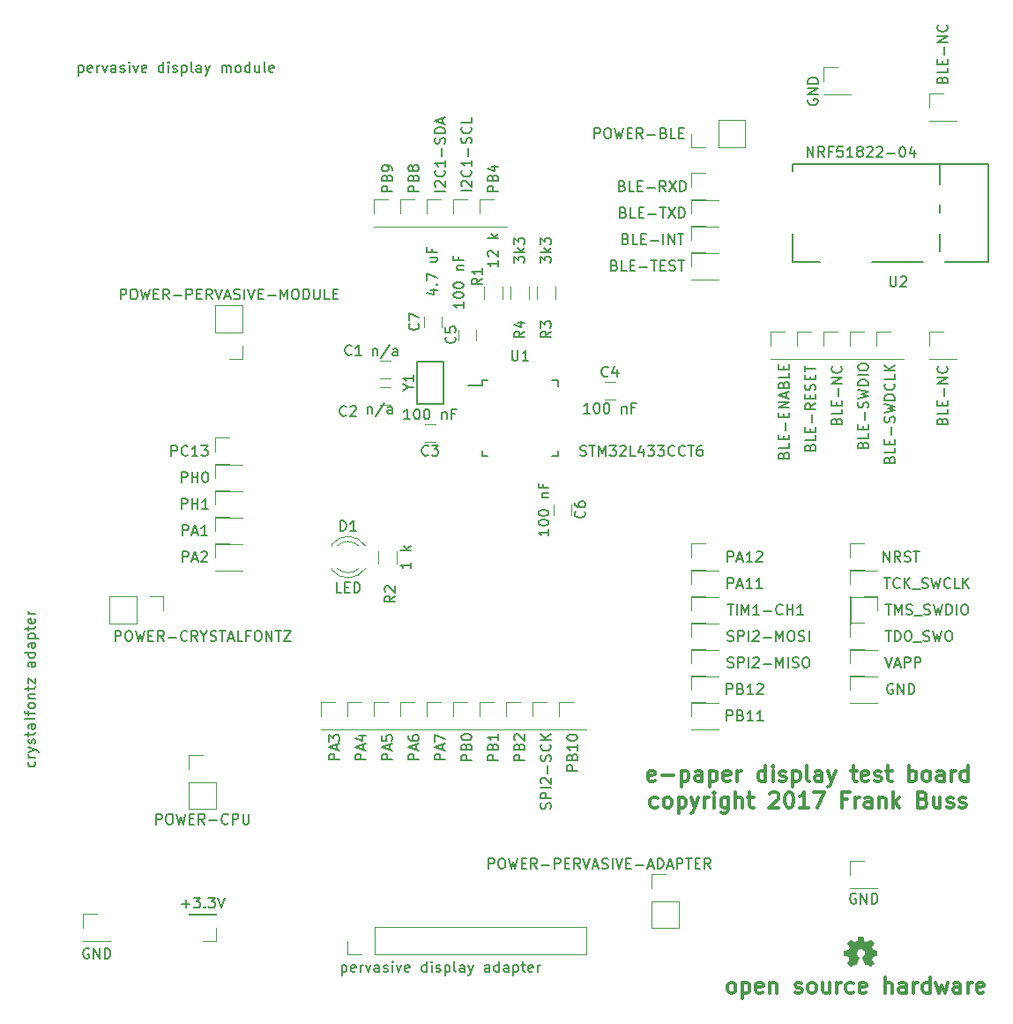
<source format=gbr>
G04 #@! TF.FileFunction,Legend,Top*
%FSLAX46Y46*%
G04 Gerber Fmt 4.6, Leading zero omitted, Abs format (unit mm)*
G04 Created by KiCad (PCBNEW 4.0.6) date Sun Jun 18 22:19:01 2017*
%MOMM*%
%LPD*%
G01*
G04 APERTURE LIST*
%ADD10C,0.100000*%
%ADD11C,0.300000*%
%ADD12C,0.120000*%
%ADD13C,0.150000*%
%ADD14C,0.010000*%
G04 APERTURE END LIST*
D10*
D11*
X124362287Y-133266571D02*
X124219429Y-133195143D01*
X124148001Y-133123714D01*
X124076572Y-132980857D01*
X124076572Y-132552286D01*
X124148001Y-132409429D01*
X124219429Y-132338000D01*
X124362287Y-132266571D01*
X124576572Y-132266571D01*
X124719429Y-132338000D01*
X124790858Y-132409429D01*
X124862287Y-132552286D01*
X124862287Y-132980857D01*
X124790858Y-133123714D01*
X124719429Y-133195143D01*
X124576572Y-133266571D01*
X124362287Y-133266571D01*
X125505144Y-132266571D02*
X125505144Y-133766571D01*
X125505144Y-132338000D02*
X125648001Y-132266571D01*
X125933715Y-132266571D01*
X126076572Y-132338000D01*
X126148001Y-132409429D01*
X126219430Y-132552286D01*
X126219430Y-132980857D01*
X126148001Y-133123714D01*
X126076572Y-133195143D01*
X125933715Y-133266571D01*
X125648001Y-133266571D01*
X125505144Y-133195143D01*
X127433715Y-133195143D02*
X127290858Y-133266571D01*
X127005144Y-133266571D01*
X126862287Y-133195143D01*
X126790858Y-133052286D01*
X126790858Y-132480857D01*
X126862287Y-132338000D01*
X127005144Y-132266571D01*
X127290858Y-132266571D01*
X127433715Y-132338000D01*
X127505144Y-132480857D01*
X127505144Y-132623714D01*
X126790858Y-132766571D01*
X128148001Y-132266571D02*
X128148001Y-133266571D01*
X128148001Y-132409429D02*
X128219429Y-132338000D01*
X128362287Y-132266571D01*
X128576572Y-132266571D01*
X128719429Y-132338000D01*
X128790858Y-132480857D01*
X128790858Y-133266571D01*
X130576572Y-133195143D02*
X130719429Y-133266571D01*
X131005144Y-133266571D01*
X131148001Y-133195143D01*
X131219429Y-133052286D01*
X131219429Y-132980857D01*
X131148001Y-132838000D01*
X131005144Y-132766571D01*
X130790858Y-132766571D01*
X130648001Y-132695143D01*
X130576572Y-132552286D01*
X130576572Y-132480857D01*
X130648001Y-132338000D01*
X130790858Y-132266571D01*
X131005144Y-132266571D01*
X131148001Y-132338000D01*
X132076573Y-133266571D02*
X131933715Y-133195143D01*
X131862287Y-133123714D01*
X131790858Y-132980857D01*
X131790858Y-132552286D01*
X131862287Y-132409429D01*
X131933715Y-132338000D01*
X132076573Y-132266571D01*
X132290858Y-132266571D01*
X132433715Y-132338000D01*
X132505144Y-132409429D01*
X132576573Y-132552286D01*
X132576573Y-132980857D01*
X132505144Y-133123714D01*
X132433715Y-133195143D01*
X132290858Y-133266571D01*
X132076573Y-133266571D01*
X133862287Y-132266571D02*
X133862287Y-133266571D01*
X133219430Y-132266571D02*
X133219430Y-133052286D01*
X133290858Y-133195143D01*
X133433716Y-133266571D01*
X133648001Y-133266571D01*
X133790858Y-133195143D01*
X133862287Y-133123714D01*
X134576573Y-133266571D02*
X134576573Y-132266571D01*
X134576573Y-132552286D02*
X134648001Y-132409429D01*
X134719430Y-132338000D01*
X134862287Y-132266571D01*
X135005144Y-132266571D01*
X136148001Y-133195143D02*
X136005144Y-133266571D01*
X135719430Y-133266571D01*
X135576572Y-133195143D01*
X135505144Y-133123714D01*
X135433715Y-132980857D01*
X135433715Y-132552286D01*
X135505144Y-132409429D01*
X135576572Y-132338000D01*
X135719430Y-132266571D01*
X136005144Y-132266571D01*
X136148001Y-132338000D01*
X137362286Y-133195143D02*
X137219429Y-133266571D01*
X136933715Y-133266571D01*
X136790858Y-133195143D01*
X136719429Y-133052286D01*
X136719429Y-132480857D01*
X136790858Y-132338000D01*
X136933715Y-132266571D01*
X137219429Y-132266571D01*
X137362286Y-132338000D01*
X137433715Y-132480857D01*
X137433715Y-132623714D01*
X136719429Y-132766571D01*
X139219429Y-133266571D02*
X139219429Y-131766571D01*
X139862286Y-133266571D02*
X139862286Y-132480857D01*
X139790857Y-132338000D01*
X139648000Y-132266571D01*
X139433715Y-132266571D01*
X139290857Y-132338000D01*
X139219429Y-132409429D01*
X141219429Y-133266571D02*
X141219429Y-132480857D01*
X141148000Y-132338000D01*
X141005143Y-132266571D01*
X140719429Y-132266571D01*
X140576572Y-132338000D01*
X141219429Y-133195143D02*
X141076572Y-133266571D01*
X140719429Y-133266571D01*
X140576572Y-133195143D01*
X140505143Y-133052286D01*
X140505143Y-132909429D01*
X140576572Y-132766571D01*
X140719429Y-132695143D01*
X141076572Y-132695143D01*
X141219429Y-132623714D01*
X141933715Y-133266571D02*
X141933715Y-132266571D01*
X141933715Y-132552286D02*
X142005143Y-132409429D01*
X142076572Y-132338000D01*
X142219429Y-132266571D01*
X142362286Y-132266571D01*
X143505143Y-133266571D02*
X143505143Y-131766571D01*
X143505143Y-133195143D02*
X143362286Y-133266571D01*
X143076572Y-133266571D01*
X142933714Y-133195143D01*
X142862286Y-133123714D01*
X142790857Y-132980857D01*
X142790857Y-132552286D01*
X142862286Y-132409429D01*
X142933714Y-132338000D01*
X143076572Y-132266571D01*
X143362286Y-132266571D01*
X143505143Y-132338000D01*
X144076572Y-132266571D02*
X144362286Y-133266571D01*
X144648000Y-132552286D01*
X144933715Y-133266571D01*
X145219429Y-132266571D01*
X146433715Y-133266571D02*
X146433715Y-132480857D01*
X146362286Y-132338000D01*
X146219429Y-132266571D01*
X145933715Y-132266571D01*
X145790858Y-132338000D01*
X146433715Y-133195143D02*
X146290858Y-133266571D01*
X145933715Y-133266571D01*
X145790858Y-133195143D01*
X145719429Y-133052286D01*
X145719429Y-132909429D01*
X145790858Y-132766571D01*
X145933715Y-132695143D01*
X146290858Y-132695143D01*
X146433715Y-132623714D01*
X147148001Y-133266571D02*
X147148001Y-132266571D01*
X147148001Y-132552286D02*
X147219429Y-132409429D01*
X147290858Y-132338000D01*
X147433715Y-132266571D01*
X147576572Y-132266571D01*
X148648000Y-133195143D02*
X148505143Y-133266571D01*
X148219429Y-133266571D01*
X148076572Y-133195143D01*
X148005143Y-133052286D01*
X148005143Y-132480857D01*
X148076572Y-132338000D01*
X148219429Y-132266571D01*
X148505143Y-132266571D01*
X148648000Y-132338000D01*
X148719429Y-132480857D01*
X148719429Y-132623714D01*
X148005143Y-132766571D01*
X117076000Y-112870143D02*
X116933143Y-112941571D01*
X116647429Y-112941571D01*
X116504572Y-112870143D01*
X116433143Y-112727286D01*
X116433143Y-112155857D01*
X116504572Y-112013000D01*
X116647429Y-111941571D01*
X116933143Y-111941571D01*
X117076000Y-112013000D01*
X117147429Y-112155857D01*
X117147429Y-112298714D01*
X116433143Y-112441571D01*
X117790286Y-112370143D02*
X118933143Y-112370143D01*
X119647429Y-111941571D02*
X119647429Y-113441571D01*
X119647429Y-112013000D02*
X119790286Y-111941571D01*
X120076000Y-111941571D01*
X120218857Y-112013000D01*
X120290286Y-112084429D01*
X120361715Y-112227286D01*
X120361715Y-112655857D01*
X120290286Y-112798714D01*
X120218857Y-112870143D01*
X120076000Y-112941571D01*
X119790286Y-112941571D01*
X119647429Y-112870143D01*
X121647429Y-112941571D02*
X121647429Y-112155857D01*
X121576000Y-112013000D01*
X121433143Y-111941571D01*
X121147429Y-111941571D01*
X121004572Y-112013000D01*
X121647429Y-112870143D02*
X121504572Y-112941571D01*
X121147429Y-112941571D01*
X121004572Y-112870143D01*
X120933143Y-112727286D01*
X120933143Y-112584429D01*
X121004572Y-112441571D01*
X121147429Y-112370143D01*
X121504572Y-112370143D01*
X121647429Y-112298714D01*
X122361715Y-111941571D02*
X122361715Y-113441571D01*
X122361715Y-112013000D02*
X122504572Y-111941571D01*
X122790286Y-111941571D01*
X122933143Y-112013000D01*
X123004572Y-112084429D01*
X123076001Y-112227286D01*
X123076001Y-112655857D01*
X123004572Y-112798714D01*
X122933143Y-112870143D01*
X122790286Y-112941571D01*
X122504572Y-112941571D01*
X122361715Y-112870143D01*
X124290286Y-112870143D02*
X124147429Y-112941571D01*
X123861715Y-112941571D01*
X123718858Y-112870143D01*
X123647429Y-112727286D01*
X123647429Y-112155857D01*
X123718858Y-112013000D01*
X123861715Y-111941571D01*
X124147429Y-111941571D01*
X124290286Y-112013000D01*
X124361715Y-112155857D01*
X124361715Y-112298714D01*
X123647429Y-112441571D01*
X125004572Y-112941571D02*
X125004572Y-111941571D01*
X125004572Y-112227286D02*
X125076000Y-112084429D01*
X125147429Y-112013000D01*
X125290286Y-111941571D01*
X125433143Y-111941571D01*
X127718857Y-112941571D02*
X127718857Y-111441571D01*
X127718857Y-112870143D02*
X127576000Y-112941571D01*
X127290286Y-112941571D01*
X127147428Y-112870143D01*
X127076000Y-112798714D01*
X127004571Y-112655857D01*
X127004571Y-112227286D01*
X127076000Y-112084429D01*
X127147428Y-112013000D01*
X127290286Y-111941571D01*
X127576000Y-111941571D01*
X127718857Y-112013000D01*
X128433143Y-112941571D02*
X128433143Y-111941571D01*
X128433143Y-111441571D02*
X128361714Y-111513000D01*
X128433143Y-111584429D01*
X128504571Y-111513000D01*
X128433143Y-111441571D01*
X128433143Y-111584429D01*
X129076000Y-112870143D02*
X129218857Y-112941571D01*
X129504572Y-112941571D01*
X129647429Y-112870143D01*
X129718857Y-112727286D01*
X129718857Y-112655857D01*
X129647429Y-112513000D01*
X129504572Y-112441571D01*
X129290286Y-112441571D01*
X129147429Y-112370143D01*
X129076000Y-112227286D01*
X129076000Y-112155857D01*
X129147429Y-112013000D01*
X129290286Y-111941571D01*
X129504572Y-111941571D01*
X129647429Y-112013000D01*
X130361715Y-111941571D02*
X130361715Y-113441571D01*
X130361715Y-112013000D02*
X130504572Y-111941571D01*
X130790286Y-111941571D01*
X130933143Y-112013000D01*
X131004572Y-112084429D01*
X131076001Y-112227286D01*
X131076001Y-112655857D01*
X131004572Y-112798714D01*
X130933143Y-112870143D01*
X130790286Y-112941571D01*
X130504572Y-112941571D01*
X130361715Y-112870143D01*
X131933144Y-112941571D02*
X131790286Y-112870143D01*
X131718858Y-112727286D01*
X131718858Y-111441571D01*
X133147429Y-112941571D02*
X133147429Y-112155857D01*
X133076000Y-112013000D01*
X132933143Y-111941571D01*
X132647429Y-111941571D01*
X132504572Y-112013000D01*
X133147429Y-112870143D02*
X133004572Y-112941571D01*
X132647429Y-112941571D01*
X132504572Y-112870143D01*
X132433143Y-112727286D01*
X132433143Y-112584429D01*
X132504572Y-112441571D01*
X132647429Y-112370143D01*
X133004572Y-112370143D01*
X133147429Y-112298714D01*
X133718858Y-111941571D02*
X134076001Y-112941571D01*
X134433143Y-111941571D02*
X134076001Y-112941571D01*
X133933143Y-113298714D01*
X133861715Y-113370143D01*
X133718858Y-113441571D01*
X135933143Y-111941571D02*
X136504572Y-111941571D01*
X136147429Y-111441571D02*
X136147429Y-112727286D01*
X136218857Y-112870143D01*
X136361715Y-112941571D01*
X136504572Y-112941571D01*
X137576000Y-112870143D02*
X137433143Y-112941571D01*
X137147429Y-112941571D01*
X137004572Y-112870143D01*
X136933143Y-112727286D01*
X136933143Y-112155857D01*
X137004572Y-112013000D01*
X137147429Y-111941571D01*
X137433143Y-111941571D01*
X137576000Y-112013000D01*
X137647429Y-112155857D01*
X137647429Y-112298714D01*
X136933143Y-112441571D01*
X138218857Y-112870143D02*
X138361714Y-112941571D01*
X138647429Y-112941571D01*
X138790286Y-112870143D01*
X138861714Y-112727286D01*
X138861714Y-112655857D01*
X138790286Y-112513000D01*
X138647429Y-112441571D01*
X138433143Y-112441571D01*
X138290286Y-112370143D01*
X138218857Y-112227286D01*
X138218857Y-112155857D01*
X138290286Y-112013000D01*
X138433143Y-111941571D01*
X138647429Y-111941571D01*
X138790286Y-112013000D01*
X139290286Y-111941571D02*
X139861715Y-111941571D01*
X139504572Y-111441571D02*
X139504572Y-112727286D01*
X139576000Y-112870143D01*
X139718858Y-112941571D01*
X139861715Y-112941571D01*
X141504572Y-112941571D02*
X141504572Y-111441571D01*
X141504572Y-112013000D02*
X141647429Y-111941571D01*
X141933143Y-111941571D01*
X142076000Y-112013000D01*
X142147429Y-112084429D01*
X142218858Y-112227286D01*
X142218858Y-112655857D01*
X142147429Y-112798714D01*
X142076000Y-112870143D01*
X141933143Y-112941571D01*
X141647429Y-112941571D01*
X141504572Y-112870143D01*
X143076001Y-112941571D02*
X142933143Y-112870143D01*
X142861715Y-112798714D01*
X142790286Y-112655857D01*
X142790286Y-112227286D01*
X142861715Y-112084429D01*
X142933143Y-112013000D01*
X143076001Y-111941571D01*
X143290286Y-111941571D01*
X143433143Y-112013000D01*
X143504572Y-112084429D01*
X143576001Y-112227286D01*
X143576001Y-112655857D01*
X143504572Y-112798714D01*
X143433143Y-112870143D01*
X143290286Y-112941571D01*
X143076001Y-112941571D01*
X144861715Y-112941571D02*
X144861715Y-112155857D01*
X144790286Y-112013000D01*
X144647429Y-111941571D01*
X144361715Y-111941571D01*
X144218858Y-112013000D01*
X144861715Y-112870143D02*
X144718858Y-112941571D01*
X144361715Y-112941571D01*
X144218858Y-112870143D01*
X144147429Y-112727286D01*
X144147429Y-112584429D01*
X144218858Y-112441571D01*
X144361715Y-112370143D01*
X144718858Y-112370143D01*
X144861715Y-112298714D01*
X145576001Y-112941571D02*
X145576001Y-111941571D01*
X145576001Y-112227286D02*
X145647429Y-112084429D01*
X145718858Y-112013000D01*
X145861715Y-111941571D01*
X146004572Y-111941571D01*
X147147429Y-112941571D02*
X147147429Y-111441571D01*
X147147429Y-112870143D02*
X147004572Y-112941571D01*
X146718858Y-112941571D01*
X146576000Y-112870143D01*
X146504572Y-112798714D01*
X146433143Y-112655857D01*
X146433143Y-112227286D01*
X146504572Y-112084429D01*
X146576000Y-112013000D01*
X146718858Y-111941571D01*
X147004572Y-111941571D01*
X147147429Y-112013000D01*
X117361715Y-115420143D02*
X117218858Y-115491571D01*
X116933144Y-115491571D01*
X116790286Y-115420143D01*
X116718858Y-115348714D01*
X116647429Y-115205857D01*
X116647429Y-114777286D01*
X116718858Y-114634429D01*
X116790286Y-114563000D01*
X116933144Y-114491571D01*
X117218858Y-114491571D01*
X117361715Y-114563000D01*
X118218858Y-115491571D02*
X118076000Y-115420143D01*
X118004572Y-115348714D01*
X117933143Y-115205857D01*
X117933143Y-114777286D01*
X118004572Y-114634429D01*
X118076000Y-114563000D01*
X118218858Y-114491571D01*
X118433143Y-114491571D01*
X118576000Y-114563000D01*
X118647429Y-114634429D01*
X118718858Y-114777286D01*
X118718858Y-115205857D01*
X118647429Y-115348714D01*
X118576000Y-115420143D01*
X118433143Y-115491571D01*
X118218858Y-115491571D01*
X119361715Y-114491571D02*
X119361715Y-115991571D01*
X119361715Y-114563000D02*
X119504572Y-114491571D01*
X119790286Y-114491571D01*
X119933143Y-114563000D01*
X120004572Y-114634429D01*
X120076001Y-114777286D01*
X120076001Y-115205857D01*
X120004572Y-115348714D01*
X119933143Y-115420143D01*
X119790286Y-115491571D01*
X119504572Y-115491571D01*
X119361715Y-115420143D01*
X120576001Y-114491571D02*
X120933144Y-115491571D01*
X121290286Y-114491571D02*
X120933144Y-115491571D01*
X120790286Y-115848714D01*
X120718858Y-115920143D01*
X120576001Y-115991571D01*
X121861715Y-115491571D02*
X121861715Y-114491571D01*
X121861715Y-114777286D02*
X121933143Y-114634429D01*
X122004572Y-114563000D01*
X122147429Y-114491571D01*
X122290286Y-114491571D01*
X122790286Y-115491571D02*
X122790286Y-114491571D01*
X122790286Y-113991571D02*
X122718857Y-114063000D01*
X122790286Y-114134429D01*
X122861714Y-114063000D01*
X122790286Y-113991571D01*
X122790286Y-114134429D01*
X124147429Y-114491571D02*
X124147429Y-115705857D01*
X124076000Y-115848714D01*
X124004572Y-115920143D01*
X123861715Y-115991571D01*
X123647429Y-115991571D01*
X123504572Y-115920143D01*
X124147429Y-115420143D02*
X124004572Y-115491571D01*
X123718858Y-115491571D01*
X123576000Y-115420143D01*
X123504572Y-115348714D01*
X123433143Y-115205857D01*
X123433143Y-114777286D01*
X123504572Y-114634429D01*
X123576000Y-114563000D01*
X123718858Y-114491571D01*
X124004572Y-114491571D01*
X124147429Y-114563000D01*
X124861715Y-115491571D02*
X124861715Y-113991571D01*
X125504572Y-115491571D02*
X125504572Y-114705857D01*
X125433143Y-114563000D01*
X125290286Y-114491571D01*
X125076001Y-114491571D01*
X124933143Y-114563000D01*
X124861715Y-114634429D01*
X126004572Y-114491571D02*
X126576001Y-114491571D01*
X126218858Y-113991571D02*
X126218858Y-115277286D01*
X126290286Y-115420143D01*
X126433144Y-115491571D01*
X126576001Y-115491571D01*
X128147429Y-114134429D02*
X128218858Y-114063000D01*
X128361715Y-113991571D01*
X128718858Y-113991571D01*
X128861715Y-114063000D01*
X128933144Y-114134429D01*
X129004572Y-114277286D01*
X129004572Y-114420143D01*
X128933144Y-114634429D01*
X128076001Y-115491571D01*
X129004572Y-115491571D01*
X129933143Y-113991571D02*
X130076000Y-113991571D01*
X130218857Y-114063000D01*
X130290286Y-114134429D01*
X130361715Y-114277286D01*
X130433143Y-114563000D01*
X130433143Y-114920143D01*
X130361715Y-115205857D01*
X130290286Y-115348714D01*
X130218857Y-115420143D01*
X130076000Y-115491571D01*
X129933143Y-115491571D01*
X129790286Y-115420143D01*
X129718857Y-115348714D01*
X129647429Y-115205857D01*
X129576000Y-114920143D01*
X129576000Y-114563000D01*
X129647429Y-114277286D01*
X129718857Y-114134429D01*
X129790286Y-114063000D01*
X129933143Y-113991571D01*
X131861714Y-115491571D02*
X131004571Y-115491571D01*
X131433143Y-115491571D02*
X131433143Y-113991571D01*
X131290286Y-114205857D01*
X131147428Y-114348714D01*
X131004571Y-114420143D01*
X132361714Y-113991571D02*
X133361714Y-113991571D01*
X132718857Y-115491571D01*
X135575999Y-114705857D02*
X135075999Y-114705857D01*
X135075999Y-115491571D02*
X135075999Y-113991571D01*
X135790285Y-113991571D01*
X136361713Y-115491571D02*
X136361713Y-114491571D01*
X136361713Y-114777286D02*
X136433141Y-114634429D01*
X136504570Y-114563000D01*
X136647427Y-114491571D01*
X136790284Y-114491571D01*
X137933141Y-115491571D02*
X137933141Y-114705857D01*
X137861712Y-114563000D01*
X137718855Y-114491571D01*
X137433141Y-114491571D01*
X137290284Y-114563000D01*
X137933141Y-115420143D02*
X137790284Y-115491571D01*
X137433141Y-115491571D01*
X137290284Y-115420143D01*
X137218855Y-115277286D01*
X137218855Y-115134429D01*
X137290284Y-114991571D01*
X137433141Y-114920143D01*
X137790284Y-114920143D01*
X137933141Y-114848714D01*
X138647427Y-114491571D02*
X138647427Y-115491571D01*
X138647427Y-114634429D02*
X138718855Y-114563000D01*
X138861713Y-114491571D01*
X139075998Y-114491571D01*
X139218855Y-114563000D01*
X139290284Y-114705857D01*
X139290284Y-115491571D01*
X140004570Y-115491571D02*
X140004570Y-113991571D01*
X140147427Y-114920143D02*
X140575998Y-115491571D01*
X140575998Y-114491571D02*
X140004570Y-115063000D01*
X142861713Y-114705857D02*
X143075999Y-114777286D01*
X143147427Y-114848714D01*
X143218856Y-114991571D01*
X143218856Y-115205857D01*
X143147427Y-115348714D01*
X143075999Y-115420143D01*
X142933141Y-115491571D01*
X142361713Y-115491571D01*
X142361713Y-113991571D01*
X142861713Y-113991571D01*
X143004570Y-114063000D01*
X143075999Y-114134429D01*
X143147427Y-114277286D01*
X143147427Y-114420143D01*
X143075999Y-114563000D01*
X143004570Y-114634429D01*
X142861713Y-114705857D01*
X142361713Y-114705857D01*
X144504570Y-114491571D02*
X144504570Y-115491571D01*
X143861713Y-114491571D02*
X143861713Y-115277286D01*
X143933141Y-115420143D01*
X144075999Y-115491571D01*
X144290284Y-115491571D01*
X144433141Y-115420143D01*
X144504570Y-115348714D01*
X145147427Y-115420143D02*
X145290284Y-115491571D01*
X145575999Y-115491571D01*
X145718856Y-115420143D01*
X145790284Y-115277286D01*
X145790284Y-115205857D01*
X145718856Y-115063000D01*
X145575999Y-114991571D01*
X145361713Y-114991571D01*
X145218856Y-114920143D01*
X145147427Y-114777286D01*
X145147427Y-114705857D01*
X145218856Y-114563000D01*
X145361713Y-114491571D01*
X145575999Y-114491571D01*
X145718856Y-114563000D01*
X146361713Y-115420143D02*
X146504570Y-115491571D01*
X146790285Y-115491571D01*
X146933142Y-115420143D01*
X147004570Y-115277286D01*
X147004570Y-115205857D01*
X146933142Y-115063000D01*
X146790285Y-114991571D01*
X146575999Y-114991571D01*
X146433142Y-114920143D01*
X146361713Y-114777286D01*
X146361713Y-114705857D01*
X146433142Y-114563000D01*
X146575999Y-114491571D01*
X146790285Y-114491571D01*
X146933142Y-114563000D01*
D12*
X90686000Y-74256000D02*
X91686000Y-74256000D01*
X91686000Y-72556000D02*
X90686000Y-72556000D01*
X90686000Y-76796000D02*
X91686000Y-76796000D01*
X91686000Y-75096000D02*
X90686000Y-75096000D01*
X95004000Y-80352000D02*
X96004000Y-80352000D01*
X96004000Y-78652000D02*
X95004000Y-78652000D01*
X113276000Y-74588000D02*
X112276000Y-74588000D01*
X112276000Y-76288000D02*
X113276000Y-76288000D01*
X98210000Y-69604000D02*
X98210000Y-70604000D01*
X99910000Y-70604000D02*
X99910000Y-69604000D01*
X109054000Y-87368000D02*
X109054000Y-86368000D01*
X107354000Y-86368000D02*
X107354000Y-87368000D01*
X94908000Y-68334000D02*
X94908000Y-69334000D01*
X96608000Y-69334000D02*
X96608000Y-68334000D01*
X89302335Y-90361392D02*
G75*
G03X86070000Y-90204484I-1672335J-1078608D01*
G01*
X89302335Y-92518608D02*
G75*
G02X86070000Y-92675516I-1672335J1078608D01*
G01*
X88671130Y-90360163D02*
G75*
G03X86589039Y-90360000I-1041130J-1079837D01*
G01*
X88671130Y-92519837D02*
G75*
G02X86589039Y-92520000I-1041130J1079837D01*
G01*
X86070000Y-90204000D02*
X86070000Y-90360000D01*
X86070000Y-92520000D02*
X86070000Y-92676000D01*
X74870000Y-90170000D02*
X74870000Y-90230000D01*
X74870000Y-90230000D02*
X77530000Y-90230000D01*
X77530000Y-90230000D02*
X77530000Y-90170000D01*
X77530000Y-90170000D02*
X74870000Y-90170000D01*
X74870000Y-88900000D02*
X74870000Y-87570000D01*
X74870000Y-87570000D02*
X76200000Y-87570000D01*
X74870000Y-92710000D02*
X74870000Y-92770000D01*
X74870000Y-92770000D02*
X77530000Y-92770000D01*
X77530000Y-92770000D02*
X77530000Y-92710000D01*
X77530000Y-92710000D02*
X74870000Y-92710000D01*
X74870000Y-91440000D02*
X74870000Y-90110000D01*
X74870000Y-90110000D02*
X76200000Y-90110000D01*
X87570000Y-107950000D02*
X87570000Y-108010000D01*
X87570000Y-108010000D02*
X90230000Y-108010000D01*
X90230000Y-108010000D02*
X90230000Y-107950000D01*
X90230000Y-107950000D02*
X87570000Y-107950000D01*
X87570000Y-106680000D02*
X87570000Y-105350000D01*
X87570000Y-105350000D02*
X88900000Y-105350000D01*
X90110000Y-107950000D02*
X90110000Y-108010000D01*
X90110000Y-108010000D02*
X92770000Y-108010000D01*
X92770000Y-108010000D02*
X92770000Y-107950000D01*
X92770000Y-107950000D02*
X90110000Y-107950000D01*
X90110000Y-106680000D02*
X90110000Y-105350000D01*
X90110000Y-105350000D02*
X91440000Y-105350000D01*
X92650000Y-107950000D02*
X92650000Y-108010000D01*
X92650000Y-108010000D02*
X95310000Y-108010000D01*
X95310000Y-108010000D02*
X95310000Y-107950000D01*
X95310000Y-107950000D02*
X92650000Y-107950000D01*
X92650000Y-106680000D02*
X92650000Y-105350000D01*
X92650000Y-105350000D02*
X93980000Y-105350000D01*
X95190000Y-107950000D02*
X95190000Y-108010000D01*
X95190000Y-108010000D02*
X97850000Y-108010000D01*
X97850000Y-108010000D02*
X97850000Y-107950000D01*
X97850000Y-107950000D02*
X95190000Y-107950000D01*
X95190000Y-106680000D02*
X95190000Y-105350000D01*
X95190000Y-105350000D02*
X96520000Y-105350000D01*
X97730000Y-107950000D02*
X97730000Y-108010000D01*
X97730000Y-108010000D02*
X100390000Y-108010000D01*
X100390000Y-108010000D02*
X100390000Y-107950000D01*
X100390000Y-107950000D02*
X97730000Y-107950000D01*
X97730000Y-106680000D02*
X97730000Y-105350000D01*
X97730000Y-105350000D02*
X99060000Y-105350000D01*
X100270000Y-107950000D02*
X100270000Y-108010000D01*
X100270000Y-108010000D02*
X102930000Y-108010000D01*
X102930000Y-108010000D02*
X102930000Y-107950000D01*
X102930000Y-107950000D02*
X100270000Y-107950000D01*
X100270000Y-106680000D02*
X100270000Y-105350000D01*
X100270000Y-105350000D02*
X101600000Y-105350000D01*
X102810000Y-107950000D02*
X102810000Y-108010000D01*
X102810000Y-108010000D02*
X105470000Y-108010000D01*
X105470000Y-108010000D02*
X105470000Y-107950000D01*
X105470000Y-107950000D02*
X102810000Y-107950000D01*
X102810000Y-106680000D02*
X102810000Y-105350000D01*
X102810000Y-105350000D02*
X104140000Y-105350000D01*
X100270000Y-59690000D02*
X100270000Y-59750000D01*
X100270000Y-59750000D02*
X102930000Y-59750000D01*
X102930000Y-59750000D02*
X102930000Y-59690000D01*
X102930000Y-59690000D02*
X100270000Y-59690000D01*
X100270000Y-58420000D02*
X100270000Y-57090000D01*
X100270000Y-57090000D02*
X101600000Y-57090000D01*
X92650000Y-59690000D02*
X92650000Y-59750000D01*
X92650000Y-59750000D02*
X95310000Y-59750000D01*
X95310000Y-59750000D02*
X95310000Y-59690000D01*
X95310000Y-59690000D02*
X92650000Y-59690000D01*
X92650000Y-58420000D02*
X92650000Y-57090000D01*
X92650000Y-57090000D02*
X93980000Y-57090000D01*
X90110000Y-59690000D02*
X90110000Y-59750000D01*
X90110000Y-59750000D02*
X92770000Y-59750000D01*
X92770000Y-59750000D02*
X92770000Y-59690000D01*
X92770000Y-59690000D02*
X90110000Y-59690000D01*
X90110000Y-58420000D02*
X90110000Y-57090000D01*
X90110000Y-57090000D02*
X91440000Y-57090000D01*
X107890000Y-107950000D02*
X107890000Y-108010000D01*
X107890000Y-108010000D02*
X110550000Y-108010000D01*
X110550000Y-108010000D02*
X110550000Y-107950000D01*
X110550000Y-107950000D02*
X107890000Y-107950000D01*
X107890000Y-106680000D02*
X107890000Y-105350000D01*
X107890000Y-105350000D02*
X109220000Y-105350000D01*
X120590000Y-107950000D02*
X120590000Y-108010000D01*
X120590000Y-108010000D02*
X123250000Y-108010000D01*
X123250000Y-108010000D02*
X123250000Y-107950000D01*
X123250000Y-107950000D02*
X120590000Y-107950000D01*
X120590000Y-106680000D02*
X120590000Y-105350000D01*
X120590000Y-105350000D02*
X121920000Y-105350000D01*
X120590000Y-105410000D02*
X120590000Y-105470000D01*
X120590000Y-105470000D02*
X123250000Y-105470000D01*
X123250000Y-105470000D02*
X123250000Y-105410000D01*
X123250000Y-105410000D02*
X120590000Y-105410000D01*
X120590000Y-104140000D02*
X120590000Y-102810000D01*
X120590000Y-102810000D02*
X121920000Y-102810000D01*
X74870000Y-82550000D02*
X74870000Y-82610000D01*
X74870000Y-82610000D02*
X77530000Y-82610000D01*
X77530000Y-82610000D02*
X77530000Y-82550000D01*
X77530000Y-82550000D02*
X74870000Y-82550000D01*
X74870000Y-81280000D02*
X74870000Y-79950000D01*
X74870000Y-79950000D02*
X76200000Y-79950000D01*
X74870000Y-85090000D02*
X74870000Y-85150000D01*
X74870000Y-85150000D02*
X77530000Y-85150000D01*
X77530000Y-85150000D02*
X77530000Y-85090000D01*
X77530000Y-85090000D02*
X74870000Y-85090000D01*
X74870000Y-83820000D02*
X74870000Y-82490000D01*
X74870000Y-82490000D02*
X76200000Y-82490000D01*
X74870000Y-87630000D02*
X74870000Y-87690000D01*
X74870000Y-87690000D02*
X77530000Y-87690000D01*
X77530000Y-87690000D02*
X77530000Y-87630000D01*
X77530000Y-87630000D02*
X74870000Y-87630000D01*
X74870000Y-86360000D02*
X74870000Y-85030000D01*
X74870000Y-85030000D02*
X76200000Y-85030000D01*
X120590000Y-100330000D02*
X120590000Y-100390000D01*
X120590000Y-100390000D02*
X123250000Y-100390000D01*
X123250000Y-100390000D02*
X123250000Y-100330000D01*
X123250000Y-100330000D02*
X120590000Y-100330000D01*
X120590000Y-99060000D02*
X120590000Y-97730000D01*
X120590000Y-97730000D02*
X121920000Y-97730000D01*
X120590000Y-102870000D02*
X120590000Y-102930000D01*
X120590000Y-102930000D02*
X123250000Y-102930000D01*
X123250000Y-102930000D02*
X123250000Y-102870000D01*
X123250000Y-102870000D02*
X120590000Y-102870000D01*
X120590000Y-101600000D02*
X120590000Y-100270000D01*
X120590000Y-100270000D02*
X121920000Y-100270000D01*
X105350000Y-107950000D02*
X105350000Y-108010000D01*
X105350000Y-108010000D02*
X108010000Y-108010000D01*
X108010000Y-108010000D02*
X108010000Y-107950000D01*
X108010000Y-107950000D02*
X105350000Y-107950000D01*
X105350000Y-106680000D02*
X105350000Y-105350000D01*
X105350000Y-105350000D02*
X106680000Y-105350000D01*
X95190000Y-59690000D02*
X95190000Y-59750000D01*
X95190000Y-59750000D02*
X97850000Y-59750000D01*
X97850000Y-59750000D02*
X97850000Y-59690000D01*
X97850000Y-59690000D02*
X95190000Y-59690000D01*
X95190000Y-58420000D02*
X95190000Y-57090000D01*
X95190000Y-57090000D02*
X96520000Y-57090000D01*
X97730000Y-59690000D02*
X97730000Y-59750000D01*
X97730000Y-59750000D02*
X100390000Y-59750000D01*
X100390000Y-59750000D02*
X100390000Y-59690000D01*
X100390000Y-59690000D02*
X97730000Y-59690000D01*
X97730000Y-58420000D02*
X97730000Y-57090000D01*
X97730000Y-57090000D02*
X99060000Y-57090000D01*
X120590000Y-97790000D02*
X120590000Y-97850000D01*
X120590000Y-97850000D02*
X123250000Y-97850000D01*
X123250000Y-97850000D02*
X123250000Y-97790000D01*
X123250000Y-97790000D02*
X120590000Y-97790000D01*
X120590000Y-96520000D02*
X120590000Y-95190000D01*
X120590000Y-95190000D02*
X121920000Y-95190000D01*
X135830000Y-95250000D02*
X135830000Y-95310000D01*
X135830000Y-95310000D02*
X138490000Y-95310000D01*
X138490000Y-95310000D02*
X138490000Y-95250000D01*
X138490000Y-95250000D02*
X135830000Y-95250000D01*
X135830000Y-93980000D02*
X135830000Y-92650000D01*
X135830000Y-92650000D02*
X137160000Y-92650000D01*
X135830000Y-105410000D02*
X135830000Y-105470000D01*
X135830000Y-105470000D02*
X138490000Y-105470000D01*
X138490000Y-105470000D02*
X138490000Y-105410000D01*
X138490000Y-105410000D02*
X135830000Y-105410000D01*
X135830000Y-104140000D02*
X135830000Y-102810000D01*
X135830000Y-102810000D02*
X137160000Y-102810000D01*
X130750000Y-72390000D02*
X130750000Y-72450000D01*
X130750000Y-72450000D02*
X133410000Y-72450000D01*
X133410000Y-72450000D02*
X133410000Y-72390000D01*
X133410000Y-72390000D02*
X130750000Y-72390000D01*
X130750000Y-71120000D02*
X130750000Y-69790000D01*
X130750000Y-69790000D02*
X132080000Y-69790000D01*
X120590000Y-57150000D02*
X120590000Y-57210000D01*
X120590000Y-57210000D02*
X123250000Y-57210000D01*
X123250000Y-57210000D02*
X123250000Y-57150000D01*
X123250000Y-57150000D02*
X120590000Y-57150000D01*
X120590000Y-55880000D02*
X120590000Y-54550000D01*
X120590000Y-54550000D02*
X121920000Y-54550000D01*
X120590000Y-59690000D02*
X120590000Y-59750000D01*
X120590000Y-59750000D02*
X123250000Y-59750000D01*
X123250000Y-59750000D02*
X123250000Y-59690000D01*
X123250000Y-59690000D02*
X120590000Y-59690000D01*
X120590000Y-58420000D02*
X120590000Y-57090000D01*
X120590000Y-57090000D02*
X121920000Y-57090000D01*
X120590000Y-62230000D02*
X120590000Y-62290000D01*
X120590000Y-62290000D02*
X123250000Y-62290000D01*
X123250000Y-62290000D02*
X123250000Y-62230000D01*
X123250000Y-62230000D02*
X120590000Y-62230000D01*
X120590000Y-60960000D02*
X120590000Y-59630000D01*
X120590000Y-59630000D02*
X121920000Y-59630000D01*
X128210000Y-72390000D02*
X128210000Y-72450000D01*
X128210000Y-72450000D02*
X130870000Y-72450000D01*
X130870000Y-72450000D02*
X130870000Y-72390000D01*
X130870000Y-72390000D02*
X128210000Y-72390000D01*
X128210000Y-71120000D02*
X128210000Y-69790000D01*
X128210000Y-69790000D02*
X129540000Y-69790000D01*
X133290000Y-72390000D02*
X133290000Y-72450000D01*
X133290000Y-72450000D02*
X135950000Y-72450000D01*
X135950000Y-72450000D02*
X135950000Y-72390000D01*
X135950000Y-72390000D02*
X133290000Y-72390000D01*
X133290000Y-71120000D02*
X133290000Y-69790000D01*
X133290000Y-69790000D02*
X134620000Y-69790000D01*
X143450000Y-72390000D02*
X143450000Y-72450000D01*
X143450000Y-72450000D02*
X146110000Y-72450000D01*
X146110000Y-72450000D02*
X146110000Y-72390000D01*
X146110000Y-72390000D02*
X143450000Y-72390000D01*
X143450000Y-71120000D02*
X143450000Y-69790000D01*
X143450000Y-69790000D02*
X144780000Y-69790000D01*
X102480000Y-65440000D02*
X102480000Y-66640000D01*
X100720000Y-66640000D02*
X100720000Y-65440000D01*
X92320000Y-90840000D02*
X92320000Y-92040000D01*
X90560000Y-92040000D02*
X90560000Y-90840000D01*
X107560000Y-65440000D02*
X107560000Y-66640000D01*
X105800000Y-66640000D02*
X105800000Y-65440000D01*
X105020000Y-65440000D02*
X105020000Y-66640000D01*
X103260000Y-66640000D02*
X103260000Y-65440000D01*
D13*
X100515000Y-74480000D02*
X100515000Y-74930000D01*
X107765000Y-74480000D02*
X107765000Y-75005000D01*
X107765000Y-81730000D02*
X107765000Y-81205000D01*
X100515000Y-81730000D02*
X100515000Y-81205000D01*
X100515000Y-74480000D02*
X101040000Y-74480000D01*
X100515000Y-81730000D02*
X101040000Y-81730000D01*
X107765000Y-81730000D02*
X107240000Y-81730000D01*
X107765000Y-74480000D02*
X107240000Y-74480000D01*
X100515000Y-74930000D02*
X99140000Y-74930000D01*
X144500000Y-60370000D02*
X144500000Y-62095000D01*
X130300000Y-60370000D02*
X130300000Y-63120000D01*
X137950000Y-63120000D02*
X142850000Y-63120000D01*
X149100000Y-53720000D02*
X149100000Y-63120000D01*
X130300000Y-63120000D02*
X132950000Y-63120000D01*
X145000000Y-63120000D02*
X149100000Y-63120000D01*
X130300000Y-53720000D02*
X130300000Y-54370000D01*
X130300000Y-53720000D02*
X149100000Y-53720000D01*
X144500000Y-53720000D02*
X144500000Y-55620000D01*
X144500000Y-57620000D02*
X144500000Y-58370000D01*
X96774000Y-72644000D02*
X96774000Y-76708000D01*
X96774000Y-76708000D02*
X94488000Y-76708000D01*
X94488000Y-76708000D02*
X94234000Y-76708000D01*
X94234000Y-76708000D02*
X94234000Y-72644000D01*
X94234000Y-72644000D02*
X96774000Y-72644000D01*
D12*
X143450000Y-49530000D02*
X143450000Y-49590000D01*
X143450000Y-49590000D02*
X146110000Y-49590000D01*
X146110000Y-49590000D02*
X146110000Y-49530000D01*
X146110000Y-49530000D02*
X143450000Y-49530000D01*
X143450000Y-48260000D02*
X143450000Y-46930000D01*
X143450000Y-46930000D02*
X144780000Y-46930000D01*
X138370000Y-72390000D02*
X138370000Y-72450000D01*
X138370000Y-72450000D02*
X141030000Y-72450000D01*
X141030000Y-72450000D02*
X141030000Y-72390000D01*
X141030000Y-72390000D02*
X138370000Y-72390000D01*
X138370000Y-71120000D02*
X138370000Y-69790000D01*
X138370000Y-69790000D02*
X139700000Y-69790000D01*
X135830000Y-72390000D02*
X135830000Y-72450000D01*
X135830000Y-72450000D02*
X138490000Y-72450000D01*
X138490000Y-72450000D02*
X138490000Y-72390000D01*
X138490000Y-72390000D02*
X135830000Y-72390000D01*
X135830000Y-71120000D02*
X135830000Y-69790000D01*
X135830000Y-69790000D02*
X137160000Y-69790000D01*
X116780000Y-124460000D02*
X116780000Y-127060000D01*
X116780000Y-127060000D02*
X119440000Y-127060000D01*
X119440000Y-127060000D02*
X119440000Y-124460000D01*
X119440000Y-124460000D02*
X116780000Y-124460000D01*
X116780000Y-123190000D02*
X116780000Y-121860000D01*
X116780000Y-121860000D02*
X118110000Y-121860000D01*
X90170000Y-129600000D02*
X110550000Y-129600000D01*
X110550000Y-129600000D02*
X110550000Y-126940000D01*
X110550000Y-126940000D02*
X90170000Y-126940000D01*
X90170000Y-126940000D02*
X90170000Y-129600000D01*
X88900000Y-129600000D02*
X87570000Y-129600000D01*
X87570000Y-129600000D02*
X87570000Y-128270000D01*
X77530000Y-69850000D02*
X77530000Y-67250000D01*
X77530000Y-67250000D02*
X74870000Y-67250000D01*
X74870000Y-67250000D02*
X74870000Y-69850000D01*
X74870000Y-69850000D02*
X77530000Y-69850000D01*
X77530000Y-71120000D02*
X77530000Y-72450000D01*
X77530000Y-72450000D02*
X76200000Y-72450000D01*
X135890000Y-95190000D02*
X135830000Y-95190000D01*
X135830000Y-95190000D02*
X135830000Y-97850000D01*
X135830000Y-97850000D02*
X135890000Y-97850000D01*
X135890000Y-97850000D02*
X135890000Y-95190000D01*
X137160000Y-95190000D02*
X138490000Y-95190000D01*
X138490000Y-95190000D02*
X138490000Y-96520000D01*
X135830000Y-100330000D02*
X135830000Y-100390000D01*
X135830000Y-100390000D02*
X138490000Y-100390000D01*
X138490000Y-100390000D02*
X138490000Y-100330000D01*
X138490000Y-100330000D02*
X135830000Y-100330000D01*
X135830000Y-99060000D02*
X135830000Y-97730000D01*
X135830000Y-97730000D02*
X137160000Y-97730000D01*
X135830000Y-102870000D02*
X135830000Y-102930000D01*
X135830000Y-102930000D02*
X138490000Y-102930000D01*
X138490000Y-102930000D02*
X138490000Y-102870000D01*
X138490000Y-102870000D02*
X135830000Y-102870000D01*
X135830000Y-101600000D02*
X135830000Y-100270000D01*
X135830000Y-100270000D02*
X137160000Y-100270000D01*
X135830000Y-123190000D02*
X135830000Y-123250000D01*
X135830000Y-123250000D02*
X138490000Y-123250000D01*
X138490000Y-123250000D02*
X138490000Y-123190000D01*
X138490000Y-123190000D02*
X135830000Y-123190000D01*
X135830000Y-121920000D02*
X135830000Y-120590000D01*
X135830000Y-120590000D02*
X137160000Y-120590000D01*
X74990000Y-125730000D02*
X74990000Y-125670000D01*
X74990000Y-125670000D02*
X72330000Y-125670000D01*
X72330000Y-125670000D02*
X72330000Y-125730000D01*
X72330000Y-125730000D02*
X74990000Y-125730000D01*
X74990000Y-127000000D02*
X74990000Y-128330000D01*
X74990000Y-128330000D02*
X73660000Y-128330000D01*
X62170000Y-128270000D02*
X62170000Y-128330000D01*
X62170000Y-128330000D02*
X64830000Y-128330000D01*
X64830000Y-128330000D02*
X64830000Y-128270000D01*
X64830000Y-128270000D02*
X62170000Y-128270000D01*
X62170000Y-127000000D02*
X62170000Y-125670000D01*
X62170000Y-125670000D02*
X63500000Y-125670000D01*
X133290000Y-46990000D02*
X133290000Y-47050000D01*
X133290000Y-47050000D02*
X135950000Y-47050000D01*
X135950000Y-47050000D02*
X135950000Y-46990000D01*
X135950000Y-46990000D02*
X133290000Y-46990000D01*
X133290000Y-45720000D02*
X133290000Y-44390000D01*
X133290000Y-44390000D02*
X134620000Y-44390000D01*
X67310000Y-95190000D02*
X64710000Y-95190000D01*
X64710000Y-95190000D02*
X64710000Y-97850000D01*
X64710000Y-97850000D02*
X67310000Y-97850000D01*
X67310000Y-97850000D02*
X67310000Y-95190000D01*
X68580000Y-95190000D02*
X69910000Y-95190000D01*
X69910000Y-95190000D02*
X69910000Y-96520000D01*
X72330000Y-113030000D02*
X72330000Y-115630000D01*
X72330000Y-115630000D02*
X74990000Y-115630000D01*
X74990000Y-115630000D02*
X74990000Y-113030000D01*
X74990000Y-113030000D02*
X72330000Y-113030000D01*
X72330000Y-111760000D02*
X72330000Y-110430000D01*
X72330000Y-110430000D02*
X73660000Y-110430000D01*
X120590000Y-64770000D02*
X120590000Y-64830000D01*
X120590000Y-64830000D02*
X123250000Y-64830000D01*
X123250000Y-64830000D02*
X123250000Y-64770000D01*
X123250000Y-64770000D02*
X120590000Y-64770000D01*
X120590000Y-63500000D02*
X120590000Y-62170000D01*
X120590000Y-62170000D02*
X121920000Y-62170000D01*
X123190000Y-52130000D02*
X125790000Y-52130000D01*
X125790000Y-52130000D02*
X125790000Y-49470000D01*
X125790000Y-49470000D02*
X123190000Y-49470000D01*
X123190000Y-49470000D02*
X123190000Y-52130000D01*
X121920000Y-52130000D02*
X120590000Y-52130000D01*
X120590000Y-52130000D02*
X120590000Y-50800000D01*
X135830000Y-92710000D02*
X135830000Y-92770000D01*
X135830000Y-92770000D02*
X138490000Y-92770000D01*
X138490000Y-92770000D02*
X138490000Y-92710000D01*
X138490000Y-92710000D02*
X135830000Y-92710000D01*
X135830000Y-91440000D02*
X135830000Y-90110000D01*
X135830000Y-90110000D02*
X137160000Y-90110000D01*
X85030000Y-107950000D02*
X85030000Y-108010000D01*
X85030000Y-108010000D02*
X87690000Y-108010000D01*
X87690000Y-108010000D02*
X87690000Y-107950000D01*
X87690000Y-107950000D02*
X85030000Y-107950000D01*
X85030000Y-106680000D02*
X85030000Y-105350000D01*
X85030000Y-105350000D02*
X86360000Y-105350000D01*
X120590000Y-95250000D02*
X120590000Y-95310000D01*
X120590000Y-95310000D02*
X123250000Y-95310000D01*
X123250000Y-95310000D02*
X123250000Y-95250000D01*
X123250000Y-95250000D02*
X120590000Y-95250000D01*
X120590000Y-93980000D02*
X120590000Y-92650000D01*
X120590000Y-92650000D02*
X121920000Y-92650000D01*
X120590000Y-92710000D02*
X120590000Y-92770000D01*
X120590000Y-92770000D02*
X123250000Y-92770000D01*
X123250000Y-92770000D02*
X123250000Y-92710000D01*
X123250000Y-92710000D02*
X120590000Y-92710000D01*
X120590000Y-91440000D02*
X120590000Y-90110000D01*
X120590000Y-90110000D02*
X121920000Y-90110000D01*
D14*
G36*
X136874108Y-127871310D02*
X136920042Y-127871706D01*
X136961853Y-127872377D01*
X136997210Y-127873320D01*
X137023785Y-127874534D01*
X137039249Y-127876017D01*
X137041983Y-127876784D01*
X137046436Y-127885922D01*
X137052896Y-127908337D01*
X137061140Y-127942965D01*
X137070946Y-127988741D01*
X137082093Y-128044600D01*
X137094358Y-128109478D01*
X137107520Y-128182310D01*
X137117007Y-128236634D01*
X137123622Y-128269044D01*
X137131425Y-128290523D01*
X137142546Y-128304625D01*
X137159115Y-128314902D01*
X137165705Y-128317873D01*
X137197735Y-128331382D01*
X137234746Y-128346614D01*
X137274333Y-128362625D01*
X137314094Y-128378469D01*
X137351624Y-128393200D01*
X137384521Y-128405871D01*
X137410381Y-128415537D01*
X137426800Y-128421252D01*
X137431291Y-128422399D01*
X137439331Y-128418443D01*
X137457702Y-128407269D01*
X137484802Y-128389919D01*
X137519029Y-128367438D01*
X137558779Y-128340868D01*
X137602450Y-128311252D01*
X137609717Y-128306285D01*
X137654024Y-128276240D01*
X137694839Y-128249082D01*
X137730524Y-128225858D01*
X137759446Y-128207617D01*
X137779969Y-128195404D01*
X137790457Y-128190267D01*
X137791071Y-128190171D01*
X137799048Y-128195141D01*
X137815753Y-128209173D01*
X137839769Y-128230950D01*
X137869677Y-128259155D01*
X137904061Y-128292470D01*
X137941504Y-128329579D01*
X137946479Y-128334570D01*
X137988961Y-128377394D01*
X138022111Y-128411251D01*
X138046957Y-128437340D01*
X138064527Y-128456859D01*
X138075848Y-128471007D01*
X138081948Y-128480984D01*
X138083855Y-128487987D01*
X138082597Y-128493215D01*
X138082557Y-128493291D01*
X138076492Y-128502957D01*
X138063350Y-128522818D01*
X138044308Y-128551130D01*
X138020545Y-128586152D01*
X137993239Y-128626139D01*
X137965789Y-128666119D01*
X137936619Y-128708977D01*
X137910391Y-128748431D01*
X137888194Y-128782768D01*
X137871120Y-128810271D01*
X137860258Y-128829227D01*
X137856686Y-128837741D01*
X137859472Y-128848059D01*
X137867265Y-128869513D01*
X137879216Y-128899960D01*
X137894474Y-128937255D01*
X137912192Y-128979255D01*
X137919075Y-128995267D01*
X137939866Y-129043625D01*
X137956161Y-129080586D01*
X137969652Y-129107881D01*
X137982029Y-129127241D01*
X137994985Y-129140399D01*
X138010210Y-129149086D01*
X138029396Y-129155034D01*
X138054235Y-129159975D01*
X138085286Y-129165435D01*
X138119251Y-129171668D01*
X138161727Y-129179602D01*
X138206978Y-129188162D01*
X138244412Y-129195331D01*
X138280900Y-129202141D01*
X138313376Y-129207780D01*
X138338582Y-129211712D01*
X138353264Y-129213401D01*
X138354280Y-129213428D01*
X138372070Y-129217954D01*
X138385842Y-129226128D01*
X138390383Y-129230235D01*
X138393918Y-129235360D01*
X138396553Y-129243187D01*
X138398392Y-129255401D01*
X138399543Y-129273686D01*
X138400108Y-129299726D01*
X138400195Y-129335206D01*
X138399909Y-129381810D01*
X138399354Y-129441223D01*
X138399346Y-129442028D01*
X138397343Y-129645228D01*
X138361058Y-129654310D01*
X138331248Y-129661150D01*
X138297995Y-129667905D01*
X138284858Y-129670300D01*
X138258020Y-129675041D01*
X138223669Y-129681241D01*
X138188553Y-129687680D01*
X138183258Y-129688662D01*
X138144902Y-129695732D01*
X138102663Y-129703438D01*
X138065427Y-129710160D01*
X138064088Y-129710400D01*
X138030056Y-129717999D01*
X138005577Y-129726625D01*
X137994605Y-129733756D01*
X137988493Y-129744143D01*
X137978089Y-129765915D01*
X137964337Y-129796920D01*
X137948180Y-129835006D01*
X137930563Y-129878022D01*
X137922898Y-129897187D01*
X137903306Y-129946889D01*
X137888725Y-129984977D01*
X137878607Y-130013245D01*
X137872403Y-130033485D01*
X137869565Y-130047492D01*
X137869544Y-130057059D01*
X137871792Y-130063979D01*
X137871856Y-130064101D01*
X137878275Y-130074561D01*
X137891686Y-130095111D01*
X137910844Y-130123891D01*
X137934504Y-130159040D01*
X137961423Y-130198697D01*
X137981497Y-130228083D01*
X138009581Y-130269236D01*
X138034934Y-130306674D01*
X138056393Y-130338655D01*
X138072794Y-130363441D01*
X138082976Y-130379289D01*
X138085817Y-130384222D01*
X138081724Y-130391379D01*
X138068515Y-130407322D01*
X138047450Y-130430689D01*
X138019791Y-130460122D01*
X137986800Y-130494257D01*
X137949737Y-130531736D01*
X137941017Y-130540439D01*
X137897314Y-130583784D01*
X137862603Y-130617742D01*
X137835732Y-130643310D01*
X137815553Y-130661486D01*
X137800914Y-130673268D01*
X137790668Y-130679652D01*
X137783662Y-130681637D01*
X137779422Y-130680623D01*
X137769883Y-130674597D01*
X137750202Y-130661542D01*
X137722181Y-130642673D01*
X137687622Y-130619210D01*
X137648327Y-130592368D01*
X137617350Y-130571109D01*
X137575915Y-130542935D01*
X137537973Y-130517734D01*
X137505287Y-130496632D01*
X137479623Y-130480753D01*
X137462747Y-130471221D01*
X137456892Y-130468914D01*
X137446024Y-130472268D01*
X137425634Y-130481360D01*
X137398806Y-130494735D01*
X137373394Y-130508301D01*
X137340432Y-130525513D01*
X137314923Y-130536979D01*
X137298712Y-130541929D01*
X137294176Y-130541418D01*
X137287062Y-130530929D01*
X137278842Y-130512728D01*
X137276903Y-130507473D01*
X137267810Y-130483008D01*
X137258531Y-130460084D01*
X137257639Y-130458028D01*
X137252465Y-130445845D01*
X137242555Y-130422161D01*
X137228706Y-130388894D01*
X137211715Y-130347960D01*
X137192378Y-130301277D01*
X137171493Y-130250762D01*
X137167177Y-130240314D01*
X137144320Y-130184989D01*
X137121272Y-130129249D01*
X137099186Y-130075879D01*
X137079215Y-130027665D01*
X137062512Y-129987391D01*
X137050561Y-129958636D01*
X137032571Y-129913844D01*
X137020986Y-129881018D01*
X137015558Y-129859222D01*
X137016040Y-129847521D01*
X137020456Y-129844800D01*
X137028479Y-129840731D01*
X137044886Y-129830007D01*
X137066581Y-129814851D01*
X137090466Y-129797485D01*
X137113443Y-129780134D01*
X137132415Y-129765018D01*
X137136818Y-129761290D01*
X137154820Y-129742873D01*
X137176710Y-129716391D01*
X137199071Y-129686321D01*
X137218481Y-129657137D01*
X137225454Y-129645284D01*
X137251630Y-129584815D01*
X137268390Y-129515529D01*
X137274137Y-129462933D01*
X137271909Y-129383239D01*
X137256316Y-129307644D01*
X137228214Y-129237346D01*
X137188461Y-129173545D01*
X137137913Y-129117438D01*
X137077426Y-129070225D01*
X137007857Y-129033103D01*
X136952862Y-129013367D01*
X136911621Y-129005136D01*
X136862084Y-129001065D01*
X136809860Y-129001152D01*
X136760558Y-129005398D01*
X136721253Y-129013367D01*
X136645822Y-129042466D01*
X136579163Y-129082291D01*
X136521933Y-129131536D01*
X136474787Y-129188892D01*
X136438382Y-129253053D01*
X136413375Y-129322712D01*
X136400423Y-129396562D01*
X136400181Y-129473295D01*
X136413307Y-129551604D01*
X136427601Y-129598057D01*
X136447321Y-129641160D01*
X136474891Y-129686255D01*
X136506772Y-129728248D01*
X136539427Y-129762048D01*
X136544626Y-129766469D01*
X136570360Y-129787016D01*
X136596704Y-129807073D01*
X136620890Y-129824648D01*
X136640150Y-129837745D01*
X136651718Y-129844371D01*
X136653311Y-129844800D01*
X136658325Y-129850817D01*
X136659258Y-129857768D01*
X136656398Y-129869380D01*
X136647995Y-129893638D01*
X136634309Y-129929883D01*
X136615602Y-129977460D01*
X136592135Y-130035710D01*
X136564171Y-130103977D01*
X136531970Y-130181603D01*
X136499781Y-130258457D01*
X136480203Y-130305239D01*
X136460472Y-130352794D01*
X136442078Y-130397498D01*
X136426512Y-130435728D01*
X136416134Y-130461657D01*
X136404012Y-130491563D01*
X136393181Y-130516783D01*
X136385111Y-130533973D01*
X136382029Y-130539273D01*
X136374949Y-130541612D01*
X136360685Y-130537927D01*
X136337414Y-130527575D01*
X136312171Y-130514636D01*
X136284501Y-130499744D01*
X136261492Y-130486899D01*
X136246320Y-130477897D01*
X136242335Y-130475120D01*
X136233083Y-130470189D01*
X136220465Y-130470480D01*
X136202868Y-130476736D01*
X136178681Y-130489700D01*
X136146293Y-130510114D01*
X136104093Y-130538719D01*
X136103747Y-130538958D01*
X136054564Y-130572866D01*
X136008752Y-130604235D01*
X135967975Y-130631942D01*
X135933893Y-130654862D01*
X135908169Y-130671873D01*
X135892466Y-130681851D01*
X135891222Y-130682587D01*
X135883714Y-130680233D01*
X135868115Y-130668760D01*
X135844045Y-130647829D01*
X135811122Y-130617101D01*
X135768967Y-130576235D01*
X135740104Y-130547722D01*
X135702665Y-130510353D01*
X135668481Y-130475879D01*
X135638956Y-130445746D01*
X135615494Y-130421398D01*
X135599499Y-130404278D01*
X135592375Y-130395832D01*
X135592282Y-130395673D01*
X135592356Y-130388657D01*
X135597747Y-130375475D01*
X135609107Y-130355038D01*
X135627088Y-130326256D01*
X135652341Y-130288038D01*
X135685519Y-130239294D01*
X135687773Y-130236016D01*
X135716541Y-130193997D01*
X135743032Y-130154941D01*
X135765975Y-130120756D01*
X135784093Y-130093349D01*
X135796112Y-130074627D01*
X135800218Y-130067705D01*
X135803411Y-130060512D01*
X135804834Y-130052565D01*
X135803948Y-130041985D01*
X135800214Y-130026893D01*
X135793094Y-130005410D01*
X135782048Y-129975657D01*
X135766537Y-129935757D01*
X135751302Y-129897163D01*
X135733399Y-129852701D01*
X135716540Y-129812261D01*
X135701668Y-129777996D01*
X135689728Y-129752061D01*
X135681664Y-129736608D01*
X135679655Y-129733756D01*
X135664954Y-129725028D01*
X135638605Y-129716548D01*
X135610027Y-129710400D01*
X135573201Y-129703756D01*
X135530995Y-129696058D01*
X135492293Y-129688928D01*
X135490858Y-129688662D01*
X135456252Y-129682299D01*
X135421319Y-129675977D01*
X135392809Y-129670917D01*
X135389258Y-129670300D01*
X135358001Y-129664326D01*
X135325300Y-129657241D01*
X135313058Y-129654310D01*
X135276772Y-129645228D01*
X135274769Y-129442028D01*
X135274212Y-129382450D01*
X135273921Y-129335701D01*
X135274003Y-129300096D01*
X135274562Y-129273951D01*
X135275705Y-129255583D01*
X135277536Y-129243306D01*
X135280160Y-129235435D01*
X135283684Y-129230288D01*
X135288212Y-129226178D01*
X135288273Y-129226128D01*
X135305840Y-129216427D01*
X135319835Y-129213428D01*
X135332810Y-129212091D01*
X135356760Y-129208436D01*
X135388427Y-129203000D01*
X135424555Y-129196320D01*
X135429703Y-129195331D01*
X135472667Y-129187122D01*
X135517884Y-129178613D01*
X135559620Y-129170876D01*
X135588829Y-129165574D01*
X135629364Y-129158059D01*
X135658539Y-129150854D01*
X135679279Y-129141692D01*
X135694508Y-129128306D01*
X135707150Y-129108429D01*
X135720130Y-129079796D01*
X135729755Y-129056342D01*
X135746077Y-129017015D01*
X135764009Y-128975029D01*
X135780894Y-128936556D01*
X135789626Y-128917270D01*
X135802074Y-128888455D01*
X135811642Y-128862848D01*
X135816875Y-128844500D01*
X135817429Y-128839910D01*
X135813387Y-128827563D01*
X135802349Y-128806404D01*
X135785946Y-128779296D01*
X135765811Y-128749097D01*
X135764815Y-128747671D01*
X135733030Y-128702070D01*
X135701416Y-128656376D01*
X135671387Y-128612666D01*
X135644362Y-128573014D01*
X135621755Y-128539499D01*
X135604985Y-128514195D01*
X135596964Y-128501653D01*
X135583327Y-128479537D01*
X135727353Y-128334854D01*
X135765145Y-128297308D01*
X135800087Y-128263386D01*
X135830760Y-128234404D01*
X135855743Y-128211678D01*
X135873614Y-128196526D01*
X135882954Y-128190264D01*
X135883481Y-128190171D01*
X135892408Y-128194149D01*
X135911597Y-128205383D01*
X135939406Y-128222821D01*
X135974193Y-128245411D01*
X136014319Y-128272102D01*
X136058143Y-128301840D01*
X136064623Y-128306285D01*
X136108673Y-128336333D01*
X136149077Y-128363493D01*
X136184228Y-128386718D01*
X136212521Y-128404960D01*
X136232350Y-128417171D01*
X136242111Y-128422305D01*
X136242611Y-128422400D01*
X136251581Y-128419796D01*
X136271575Y-128412615D01*
X136300195Y-128401800D01*
X136335042Y-128388293D01*
X136373718Y-128373039D01*
X136413824Y-128356980D01*
X136452962Y-128341059D01*
X136488732Y-128326221D01*
X136508410Y-128317873D01*
X136527426Y-128307371D01*
X136540521Y-128295949D01*
X136542071Y-128293597D01*
X136546018Y-128281638D01*
X136551661Y-128258778D01*
X136558217Y-128228417D01*
X136564259Y-128197428D01*
X136579389Y-128116462D01*
X136592269Y-128048925D01*
X136603087Y-127993934D01*
X136612032Y-127950610D01*
X136619291Y-127918073D01*
X136625052Y-127895442D01*
X136629504Y-127881837D01*
X136632778Y-127876411D01*
X136642354Y-127874824D01*
X136664113Y-127873526D01*
X136695724Y-127872516D01*
X136734859Y-127871792D01*
X136779187Y-127871351D01*
X136826380Y-127871191D01*
X136874108Y-127871310D01*
X136874108Y-127871310D01*
G37*
X136874108Y-127871310D02*
X136920042Y-127871706D01*
X136961853Y-127872377D01*
X136997210Y-127873320D01*
X137023785Y-127874534D01*
X137039249Y-127876017D01*
X137041983Y-127876784D01*
X137046436Y-127885922D01*
X137052896Y-127908337D01*
X137061140Y-127942965D01*
X137070946Y-127988741D01*
X137082093Y-128044600D01*
X137094358Y-128109478D01*
X137107520Y-128182310D01*
X137117007Y-128236634D01*
X137123622Y-128269044D01*
X137131425Y-128290523D01*
X137142546Y-128304625D01*
X137159115Y-128314902D01*
X137165705Y-128317873D01*
X137197735Y-128331382D01*
X137234746Y-128346614D01*
X137274333Y-128362625D01*
X137314094Y-128378469D01*
X137351624Y-128393200D01*
X137384521Y-128405871D01*
X137410381Y-128415537D01*
X137426800Y-128421252D01*
X137431291Y-128422399D01*
X137439331Y-128418443D01*
X137457702Y-128407269D01*
X137484802Y-128389919D01*
X137519029Y-128367438D01*
X137558779Y-128340868D01*
X137602450Y-128311252D01*
X137609717Y-128306285D01*
X137654024Y-128276240D01*
X137694839Y-128249082D01*
X137730524Y-128225858D01*
X137759446Y-128207617D01*
X137779969Y-128195404D01*
X137790457Y-128190267D01*
X137791071Y-128190171D01*
X137799048Y-128195141D01*
X137815753Y-128209173D01*
X137839769Y-128230950D01*
X137869677Y-128259155D01*
X137904061Y-128292470D01*
X137941504Y-128329579D01*
X137946479Y-128334570D01*
X137988961Y-128377394D01*
X138022111Y-128411251D01*
X138046957Y-128437340D01*
X138064527Y-128456859D01*
X138075848Y-128471007D01*
X138081948Y-128480984D01*
X138083855Y-128487987D01*
X138082597Y-128493215D01*
X138082557Y-128493291D01*
X138076492Y-128502957D01*
X138063350Y-128522818D01*
X138044308Y-128551130D01*
X138020545Y-128586152D01*
X137993239Y-128626139D01*
X137965789Y-128666119D01*
X137936619Y-128708977D01*
X137910391Y-128748431D01*
X137888194Y-128782768D01*
X137871120Y-128810271D01*
X137860258Y-128829227D01*
X137856686Y-128837741D01*
X137859472Y-128848059D01*
X137867265Y-128869513D01*
X137879216Y-128899960D01*
X137894474Y-128937255D01*
X137912192Y-128979255D01*
X137919075Y-128995267D01*
X137939866Y-129043625D01*
X137956161Y-129080586D01*
X137969652Y-129107881D01*
X137982029Y-129127241D01*
X137994985Y-129140399D01*
X138010210Y-129149086D01*
X138029396Y-129155034D01*
X138054235Y-129159975D01*
X138085286Y-129165435D01*
X138119251Y-129171668D01*
X138161727Y-129179602D01*
X138206978Y-129188162D01*
X138244412Y-129195331D01*
X138280900Y-129202141D01*
X138313376Y-129207780D01*
X138338582Y-129211712D01*
X138353264Y-129213401D01*
X138354280Y-129213428D01*
X138372070Y-129217954D01*
X138385842Y-129226128D01*
X138390383Y-129230235D01*
X138393918Y-129235360D01*
X138396553Y-129243187D01*
X138398392Y-129255401D01*
X138399543Y-129273686D01*
X138400108Y-129299726D01*
X138400195Y-129335206D01*
X138399909Y-129381810D01*
X138399354Y-129441223D01*
X138399346Y-129442028D01*
X138397343Y-129645228D01*
X138361058Y-129654310D01*
X138331248Y-129661150D01*
X138297995Y-129667905D01*
X138284858Y-129670300D01*
X138258020Y-129675041D01*
X138223669Y-129681241D01*
X138188553Y-129687680D01*
X138183258Y-129688662D01*
X138144902Y-129695732D01*
X138102663Y-129703438D01*
X138065427Y-129710160D01*
X138064088Y-129710400D01*
X138030056Y-129717999D01*
X138005577Y-129726625D01*
X137994605Y-129733756D01*
X137988493Y-129744143D01*
X137978089Y-129765915D01*
X137964337Y-129796920D01*
X137948180Y-129835006D01*
X137930563Y-129878022D01*
X137922898Y-129897187D01*
X137903306Y-129946889D01*
X137888725Y-129984977D01*
X137878607Y-130013245D01*
X137872403Y-130033485D01*
X137869565Y-130047492D01*
X137869544Y-130057059D01*
X137871792Y-130063979D01*
X137871856Y-130064101D01*
X137878275Y-130074561D01*
X137891686Y-130095111D01*
X137910844Y-130123891D01*
X137934504Y-130159040D01*
X137961423Y-130198697D01*
X137981497Y-130228083D01*
X138009581Y-130269236D01*
X138034934Y-130306674D01*
X138056393Y-130338655D01*
X138072794Y-130363441D01*
X138082976Y-130379289D01*
X138085817Y-130384222D01*
X138081724Y-130391379D01*
X138068515Y-130407322D01*
X138047450Y-130430689D01*
X138019791Y-130460122D01*
X137986800Y-130494257D01*
X137949737Y-130531736D01*
X137941017Y-130540439D01*
X137897314Y-130583784D01*
X137862603Y-130617742D01*
X137835732Y-130643310D01*
X137815553Y-130661486D01*
X137800914Y-130673268D01*
X137790668Y-130679652D01*
X137783662Y-130681637D01*
X137779422Y-130680623D01*
X137769883Y-130674597D01*
X137750202Y-130661542D01*
X137722181Y-130642673D01*
X137687622Y-130619210D01*
X137648327Y-130592368D01*
X137617350Y-130571109D01*
X137575915Y-130542935D01*
X137537973Y-130517734D01*
X137505287Y-130496632D01*
X137479623Y-130480753D01*
X137462747Y-130471221D01*
X137456892Y-130468914D01*
X137446024Y-130472268D01*
X137425634Y-130481360D01*
X137398806Y-130494735D01*
X137373394Y-130508301D01*
X137340432Y-130525513D01*
X137314923Y-130536979D01*
X137298712Y-130541929D01*
X137294176Y-130541418D01*
X137287062Y-130530929D01*
X137278842Y-130512728D01*
X137276903Y-130507473D01*
X137267810Y-130483008D01*
X137258531Y-130460084D01*
X137257639Y-130458028D01*
X137252465Y-130445845D01*
X137242555Y-130422161D01*
X137228706Y-130388894D01*
X137211715Y-130347960D01*
X137192378Y-130301277D01*
X137171493Y-130250762D01*
X137167177Y-130240314D01*
X137144320Y-130184989D01*
X137121272Y-130129249D01*
X137099186Y-130075879D01*
X137079215Y-130027665D01*
X137062512Y-129987391D01*
X137050561Y-129958636D01*
X137032571Y-129913844D01*
X137020986Y-129881018D01*
X137015558Y-129859222D01*
X137016040Y-129847521D01*
X137020456Y-129844800D01*
X137028479Y-129840731D01*
X137044886Y-129830007D01*
X137066581Y-129814851D01*
X137090466Y-129797485D01*
X137113443Y-129780134D01*
X137132415Y-129765018D01*
X137136818Y-129761290D01*
X137154820Y-129742873D01*
X137176710Y-129716391D01*
X137199071Y-129686321D01*
X137218481Y-129657137D01*
X137225454Y-129645284D01*
X137251630Y-129584815D01*
X137268390Y-129515529D01*
X137274137Y-129462933D01*
X137271909Y-129383239D01*
X137256316Y-129307644D01*
X137228214Y-129237346D01*
X137188461Y-129173545D01*
X137137913Y-129117438D01*
X137077426Y-129070225D01*
X137007857Y-129033103D01*
X136952862Y-129013367D01*
X136911621Y-129005136D01*
X136862084Y-129001065D01*
X136809860Y-129001152D01*
X136760558Y-129005398D01*
X136721253Y-129013367D01*
X136645822Y-129042466D01*
X136579163Y-129082291D01*
X136521933Y-129131536D01*
X136474787Y-129188892D01*
X136438382Y-129253053D01*
X136413375Y-129322712D01*
X136400423Y-129396562D01*
X136400181Y-129473295D01*
X136413307Y-129551604D01*
X136427601Y-129598057D01*
X136447321Y-129641160D01*
X136474891Y-129686255D01*
X136506772Y-129728248D01*
X136539427Y-129762048D01*
X136544626Y-129766469D01*
X136570360Y-129787016D01*
X136596704Y-129807073D01*
X136620890Y-129824648D01*
X136640150Y-129837745D01*
X136651718Y-129844371D01*
X136653311Y-129844800D01*
X136658325Y-129850817D01*
X136659258Y-129857768D01*
X136656398Y-129869380D01*
X136647995Y-129893638D01*
X136634309Y-129929883D01*
X136615602Y-129977460D01*
X136592135Y-130035710D01*
X136564171Y-130103977D01*
X136531970Y-130181603D01*
X136499781Y-130258457D01*
X136480203Y-130305239D01*
X136460472Y-130352794D01*
X136442078Y-130397498D01*
X136426512Y-130435728D01*
X136416134Y-130461657D01*
X136404012Y-130491563D01*
X136393181Y-130516783D01*
X136385111Y-130533973D01*
X136382029Y-130539273D01*
X136374949Y-130541612D01*
X136360685Y-130537927D01*
X136337414Y-130527575D01*
X136312171Y-130514636D01*
X136284501Y-130499744D01*
X136261492Y-130486899D01*
X136246320Y-130477897D01*
X136242335Y-130475120D01*
X136233083Y-130470189D01*
X136220465Y-130470480D01*
X136202868Y-130476736D01*
X136178681Y-130489700D01*
X136146293Y-130510114D01*
X136104093Y-130538719D01*
X136103747Y-130538958D01*
X136054564Y-130572866D01*
X136008752Y-130604235D01*
X135967975Y-130631942D01*
X135933893Y-130654862D01*
X135908169Y-130671873D01*
X135892466Y-130681851D01*
X135891222Y-130682587D01*
X135883714Y-130680233D01*
X135868115Y-130668760D01*
X135844045Y-130647829D01*
X135811122Y-130617101D01*
X135768967Y-130576235D01*
X135740104Y-130547722D01*
X135702665Y-130510353D01*
X135668481Y-130475879D01*
X135638956Y-130445746D01*
X135615494Y-130421398D01*
X135599499Y-130404278D01*
X135592375Y-130395832D01*
X135592282Y-130395673D01*
X135592356Y-130388657D01*
X135597747Y-130375475D01*
X135609107Y-130355038D01*
X135627088Y-130326256D01*
X135652341Y-130288038D01*
X135685519Y-130239294D01*
X135687773Y-130236016D01*
X135716541Y-130193997D01*
X135743032Y-130154941D01*
X135765975Y-130120756D01*
X135784093Y-130093349D01*
X135796112Y-130074627D01*
X135800218Y-130067705D01*
X135803411Y-130060512D01*
X135804834Y-130052565D01*
X135803948Y-130041985D01*
X135800214Y-130026893D01*
X135793094Y-130005410D01*
X135782048Y-129975657D01*
X135766537Y-129935757D01*
X135751302Y-129897163D01*
X135733399Y-129852701D01*
X135716540Y-129812261D01*
X135701668Y-129777996D01*
X135689728Y-129752061D01*
X135681664Y-129736608D01*
X135679655Y-129733756D01*
X135664954Y-129725028D01*
X135638605Y-129716548D01*
X135610027Y-129710400D01*
X135573201Y-129703756D01*
X135530995Y-129696058D01*
X135492293Y-129688928D01*
X135490858Y-129688662D01*
X135456252Y-129682299D01*
X135421319Y-129675977D01*
X135392809Y-129670917D01*
X135389258Y-129670300D01*
X135358001Y-129664326D01*
X135325300Y-129657241D01*
X135313058Y-129654310D01*
X135276772Y-129645228D01*
X135274769Y-129442028D01*
X135274212Y-129382450D01*
X135273921Y-129335701D01*
X135274003Y-129300096D01*
X135274562Y-129273951D01*
X135275705Y-129255583D01*
X135277536Y-129243306D01*
X135280160Y-129235435D01*
X135283684Y-129230288D01*
X135288212Y-129226178D01*
X135288273Y-129226128D01*
X135305840Y-129216427D01*
X135319835Y-129213428D01*
X135332810Y-129212091D01*
X135356760Y-129208436D01*
X135388427Y-129203000D01*
X135424555Y-129196320D01*
X135429703Y-129195331D01*
X135472667Y-129187122D01*
X135517884Y-129178613D01*
X135559620Y-129170876D01*
X135588829Y-129165574D01*
X135629364Y-129158059D01*
X135658539Y-129150854D01*
X135679279Y-129141692D01*
X135694508Y-129128306D01*
X135707150Y-129108429D01*
X135720130Y-129079796D01*
X135729755Y-129056342D01*
X135746077Y-129017015D01*
X135764009Y-128975029D01*
X135780894Y-128936556D01*
X135789626Y-128917270D01*
X135802074Y-128888455D01*
X135811642Y-128862848D01*
X135816875Y-128844500D01*
X135817429Y-128839910D01*
X135813387Y-128827563D01*
X135802349Y-128806404D01*
X135785946Y-128779296D01*
X135765811Y-128749097D01*
X135764815Y-128747671D01*
X135733030Y-128702070D01*
X135701416Y-128656376D01*
X135671387Y-128612666D01*
X135644362Y-128573014D01*
X135621755Y-128539499D01*
X135604985Y-128514195D01*
X135596964Y-128501653D01*
X135583327Y-128479537D01*
X135727353Y-128334854D01*
X135765145Y-128297308D01*
X135800087Y-128263386D01*
X135830760Y-128234404D01*
X135855743Y-128211678D01*
X135873614Y-128196526D01*
X135882954Y-128190264D01*
X135883481Y-128190171D01*
X135892408Y-128194149D01*
X135911597Y-128205383D01*
X135939406Y-128222821D01*
X135974193Y-128245411D01*
X136014319Y-128272102D01*
X136058143Y-128301840D01*
X136064623Y-128306285D01*
X136108673Y-128336333D01*
X136149077Y-128363493D01*
X136184228Y-128386718D01*
X136212521Y-128404960D01*
X136232350Y-128417171D01*
X136242111Y-128422305D01*
X136242611Y-128422400D01*
X136251581Y-128419796D01*
X136271575Y-128412615D01*
X136300195Y-128401800D01*
X136335042Y-128388293D01*
X136373718Y-128373039D01*
X136413824Y-128356980D01*
X136452962Y-128341059D01*
X136488732Y-128326221D01*
X136508410Y-128317873D01*
X136527426Y-128307371D01*
X136540521Y-128295949D01*
X136542071Y-128293597D01*
X136546018Y-128281638D01*
X136551661Y-128258778D01*
X136558217Y-128228417D01*
X136564259Y-128197428D01*
X136579389Y-128116462D01*
X136592269Y-128048925D01*
X136603087Y-127993934D01*
X136612032Y-127950610D01*
X136619291Y-127918073D01*
X136625052Y-127895442D01*
X136629504Y-127881837D01*
X136632778Y-127876411D01*
X136642354Y-127874824D01*
X136664113Y-127873526D01*
X136695724Y-127872516D01*
X136734859Y-127871792D01*
X136779187Y-127871351D01*
X136826380Y-127871191D01*
X136874108Y-127871310D01*
D13*
X87971334Y-71985143D02*
X87923715Y-72032762D01*
X87780858Y-72080381D01*
X87685620Y-72080381D01*
X87542762Y-72032762D01*
X87447524Y-71937524D01*
X87399905Y-71842286D01*
X87352286Y-71651810D01*
X87352286Y-71508952D01*
X87399905Y-71318476D01*
X87447524Y-71223238D01*
X87542762Y-71128000D01*
X87685620Y-71080381D01*
X87780858Y-71080381D01*
X87923715Y-71128000D01*
X87971334Y-71175619D01*
X88923715Y-72080381D02*
X88352286Y-72080381D01*
X88638000Y-72080381D02*
X88638000Y-71080381D01*
X88542762Y-71223238D01*
X88447524Y-71318476D01*
X88352286Y-71366095D01*
X89995524Y-71441714D02*
X89995524Y-72108381D01*
X89995524Y-71536952D02*
X90043143Y-71489333D01*
X90138381Y-71441714D01*
X90281239Y-71441714D01*
X90376477Y-71489333D01*
X90424096Y-71584571D01*
X90424096Y-72108381D01*
X91614572Y-71060762D02*
X90757429Y-72346476D01*
X92376477Y-72108381D02*
X92376477Y-71584571D01*
X92328858Y-71489333D01*
X92233620Y-71441714D01*
X92043143Y-71441714D01*
X91947905Y-71489333D01*
X92376477Y-72060762D02*
X92281239Y-72108381D01*
X92043143Y-72108381D01*
X91947905Y-72060762D01*
X91900286Y-71965524D01*
X91900286Y-71870286D01*
X91947905Y-71775048D01*
X92043143Y-71727429D01*
X92281239Y-71727429D01*
X92376477Y-71679810D01*
X87463334Y-77827143D02*
X87415715Y-77874762D01*
X87272858Y-77922381D01*
X87177620Y-77922381D01*
X87034762Y-77874762D01*
X86939524Y-77779524D01*
X86891905Y-77684286D01*
X86844286Y-77493810D01*
X86844286Y-77350952D01*
X86891905Y-77160476D01*
X86939524Y-77065238D01*
X87034762Y-76970000D01*
X87177620Y-76922381D01*
X87272858Y-76922381D01*
X87415715Y-76970000D01*
X87463334Y-77017619D01*
X87844286Y-77017619D02*
X87891905Y-76970000D01*
X87987143Y-76922381D01*
X88225239Y-76922381D01*
X88320477Y-76970000D01*
X88368096Y-77017619D01*
X88415715Y-77112857D01*
X88415715Y-77208095D01*
X88368096Y-77350952D01*
X87796667Y-77922381D01*
X88415715Y-77922381D01*
X89487524Y-77001714D02*
X89487524Y-77668381D01*
X89487524Y-77096952D02*
X89535143Y-77049333D01*
X89630381Y-77001714D01*
X89773239Y-77001714D01*
X89868477Y-77049333D01*
X89916096Y-77144571D01*
X89916096Y-77668381D01*
X91106572Y-76620762D02*
X90249429Y-77906476D01*
X91868477Y-77668381D02*
X91868477Y-77144571D01*
X91820858Y-77049333D01*
X91725620Y-77001714D01*
X91535143Y-77001714D01*
X91439905Y-77049333D01*
X91868477Y-77620762D02*
X91773239Y-77668381D01*
X91535143Y-77668381D01*
X91439905Y-77620762D01*
X91392286Y-77525524D01*
X91392286Y-77430286D01*
X91439905Y-77335048D01*
X91535143Y-77287429D01*
X91773239Y-77287429D01*
X91868477Y-77239810D01*
X95337334Y-81609143D02*
X95289715Y-81656762D01*
X95146858Y-81704381D01*
X95051620Y-81704381D01*
X94908762Y-81656762D01*
X94813524Y-81561524D01*
X94765905Y-81466286D01*
X94718286Y-81275810D01*
X94718286Y-81132952D01*
X94765905Y-80942476D01*
X94813524Y-80847238D01*
X94908762Y-80752000D01*
X95051620Y-80704381D01*
X95146858Y-80704381D01*
X95289715Y-80752000D01*
X95337334Y-80799619D01*
X95670667Y-80704381D02*
X96289715Y-80704381D01*
X95956381Y-81085333D01*
X96099239Y-81085333D01*
X96194477Y-81132952D01*
X96242096Y-81180571D01*
X96289715Y-81275810D01*
X96289715Y-81513905D01*
X96242096Y-81609143D01*
X96194477Y-81656762D01*
X96099239Y-81704381D01*
X95813524Y-81704381D01*
X95718286Y-81656762D01*
X95670667Y-81609143D01*
X93575429Y-78204381D02*
X93004000Y-78204381D01*
X93289714Y-78204381D02*
X93289714Y-77204381D01*
X93194476Y-77347238D01*
X93099238Y-77442476D01*
X93004000Y-77490095D01*
X94194476Y-77204381D02*
X94289715Y-77204381D01*
X94384953Y-77252000D01*
X94432572Y-77299619D01*
X94480191Y-77394857D01*
X94527810Y-77585333D01*
X94527810Y-77823429D01*
X94480191Y-78013905D01*
X94432572Y-78109143D01*
X94384953Y-78156762D01*
X94289715Y-78204381D01*
X94194476Y-78204381D01*
X94099238Y-78156762D01*
X94051619Y-78109143D01*
X94004000Y-78013905D01*
X93956381Y-77823429D01*
X93956381Y-77585333D01*
X94004000Y-77394857D01*
X94051619Y-77299619D01*
X94099238Y-77252000D01*
X94194476Y-77204381D01*
X95146857Y-77204381D02*
X95242096Y-77204381D01*
X95337334Y-77252000D01*
X95384953Y-77299619D01*
X95432572Y-77394857D01*
X95480191Y-77585333D01*
X95480191Y-77823429D01*
X95432572Y-78013905D01*
X95384953Y-78109143D01*
X95337334Y-78156762D01*
X95242096Y-78204381D01*
X95146857Y-78204381D01*
X95051619Y-78156762D01*
X95004000Y-78109143D01*
X94956381Y-78013905D01*
X94908762Y-77823429D01*
X94908762Y-77585333D01*
X94956381Y-77394857D01*
X95004000Y-77299619D01*
X95051619Y-77252000D01*
X95146857Y-77204381D01*
X96670667Y-77537714D02*
X96670667Y-78204381D01*
X96670667Y-77632952D02*
X96718286Y-77585333D01*
X96813524Y-77537714D01*
X96956382Y-77537714D01*
X97051620Y-77585333D01*
X97099239Y-77680571D01*
X97099239Y-78204381D01*
X97908763Y-77680571D02*
X97575429Y-77680571D01*
X97575429Y-78204381D02*
X97575429Y-77204381D01*
X98051620Y-77204381D01*
X112609334Y-74045143D02*
X112561715Y-74092762D01*
X112418858Y-74140381D01*
X112323620Y-74140381D01*
X112180762Y-74092762D01*
X112085524Y-73997524D01*
X112037905Y-73902286D01*
X111990286Y-73711810D01*
X111990286Y-73568952D01*
X112037905Y-73378476D01*
X112085524Y-73283238D01*
X112180762Y-73188000D01*
X112323620Y-73140381D01*
X112418858Y-73140381D01*
X112561715Y-73188000D01*
X112609334Y-73235619D01*
X113466477Y-73473714D02*
X113466477Y-74140381D01*
X113228381Y-73092762D02*
X112990286Y-73807048D01*
X113609334Y-73807048D01*
X110847429Y-77640381D02*
X110276000Y-77640381D01*
X110561714Y-77640381D02*
X110561714Y-76640381D01*
X110466476Y-76783238D01*
X110371238Y-76878476D01*
X110276000Y-76926095D01*
X111466476Y-76640381D02*
X111561715Y-76640381D01*
X111656953Y-76688000D01*
X111704572Y-76735619D01*
X111752191Y-76830857D01*
X111799810Y-77021333D01*
X111799810Y-77259429D01*
X111752191Y-77449905D01*
X111704572Y-77545143D01*
X111656953Y-77592762D01*
X111561715Y-77640381D01*
X111466476Y-77640381D01*
X111371238Y-77592762D01*
X111323619Y-77545143D01*
X111276000Y-77449905D01*
X111228381Y-77259429D01*
X111228381Y-77021333D01*
X111276000Y-76830857D01*
X111323619Y-76735619D01*
X111371238Y-76688000D01*
X111466476Y-76640381D01*
X112418857Y-76640381D02*
X112514096Y-76640381D01*
X112609334Y-76688000D01*
X112656953Y-76735619D01*
X112704572Y-76830857D01*
X112752191Y-77021333D01*
X112752191Y-77259429D01*
X112704572Y-77449905D01*
X112656953Y-77545143D01*
X112609334Y-77592762D01*
X112514096Y-77640381D01*
X112418857Y-77640381D01*
X112323619Y-77592762D01*
X112276000Y-77545143D01*
X112228381Y-77449905D01*
X112180762Y-77259429D01*
X112180762Y-77021333D01*
X112228381Y-76830857D01*
X112276000Y-76735619D01*
X112323619Y-76688000D01*
X112418857Y-76640381D01*
X113942667Y-76973714D02*
X113942667Y-77640381D01*
X113942667Y-77068952D02*
X113990286Y-77021333D01*
X114085524Y-76973714D01*
X114228382Y-76973714D01*
X114323620Y-77021333D01*
X114371239Y-77116571D01*
X114371239Y-77640381D01*
X115180763Y-77116571D02*
X114847429Y-77116571D01*
X114847429Y-77640381D02*
X114847429Y-76640381D01*
X115323620Y-76640381D01*
X97893143Y-70270666D02*
X97940762Y-70318285D01*
X97988381Y-70461142D01*
X97988381Y-70556380D01*
X97940762Y-70699238D01*
X97845524Y-70794476D01*
X97750286Y-70842095D01*
X97559810Y-70889714D01*
X97416952Y-70889714D01*
X97226476Y-70842095D01*
X97131238Y-70794476D01*
X97036000Y-70699238D01*
X96988381Y-70556380D01*
X96988381Y-70461142D01*
X97036000Y-70318285D01*
X97083619Y-70270666D01*
X96988381Y-69365904D02*
X96988381Y-69842095D01*
X97464571Y-69889714D01*
X97416952Y-69842095D01*
X97369333Y-69746857D01*
X97369333Y-69508761D01*
X97416952Y-69413523D01*
X97464571Y-69365904D01*
X97559810Y-69318285D01*
X97797905Y-69318285D01*
X97893143Y-69365904D01*
X97940762Y-69413523D01*
X97988381Y-69508761D01*
X97988381Y-69746857D01*
X97940762Y-69842095D01*
X97893143Y-69889714D01*
X98750381Y-66952571D02*
X98750381Y-67524000D01*
X98750381Y-67238286D02*
X97750381Y-67238286D01*
X97893238Y-67333524D01*
X97988476Y-67428762D01*
X98036095Y-67524000D01*
X97750381Y-66333524D02*
X97750381Y-66238285D01*
X97798000Y-66143047D01*
X97845619Y-66095428D01*
X97940857Y-66047809D01*
X98131333Y-66000190D01*
X98369429Y-66000190D01*
X98559905Y-66047809D01*
X98655143Y-66095428D01*
X98702762Y-66143047D01*
X98750381Y-66238285D01*
X98750381Y-66333524D01*
X98702762Y-66428762D01*
X98655143Y-66476381D01*
X98559905Y-66524000D01*
X98369429Y-66571619D01*
X98131333Y-66571619D01*
X97940857Y-66524000D01*
X97845619Y-66476381D01*
X97798000Y-66428762D01*
X97750381Y-66333524D01*
X97750381Y-65381143D02*
X97750381Y-65285904D01*
X97798000Y-65190666D01*
X97845619Y-65143047D01*
X97940857Y-65095428D01*
X98131333Y-65047809D01*
X98369429Y-65047809D01*
X98559905Y-65095428D01*
X98655143Y-65143047D01*
X98702762Y-65190666D01*
X98750381Y-65285904D01*
X98750381Y-65381143D01*
X98702762Y-65476381D01*
X98655143Y-65524000D01*
X98559905Y-65571619D01*
X98369429Y-65619238D01*
X98131333Y-65619238D01*
X97940857Y-65571619D01*
X97845619Y-65524000D01*
X97798000Y-65476381D01*
X97750381Y-65381143D01*
X98083714Y-63857333D02*
X98750381Y-63857333D01*
X98178952Y-63857333D02*
X98131333Y-63809714D01*
X98083714Y-63714476D01*
X98083714Y-63571618D01*
X98131333Y-63476380D01*
X98226571Y-63428761D01*
X98750381Y-63428761D01*
X98226571Y-62619237D02*
X98226571Y-62952571D01*
X98750381Y-62952571D02*
X97750381Y-62952571D01*
X97750381Y-62476380D01*
X110311143Y-87034666D02*
X110358762Y-87082285D01*
X110406381Y-87225142D01*
X110406381Y-87320380D01*
X110358762Y-87463238D01*
X110263524Y-87558476D01*
X110168286Y-87606095D01*
X109977810Y-87653714D01*
X109834952Y-87653714D01*
X109644476Y-87606095D01*
X109549238Y-87558476D01*
X109454000Y-87463238D01*
X109406381Y-87320380D01*
X109406381Y-87225142D01*
X109454000Y-87082285D01*
X109501619Y-87034666D01*
X109406381Y-86177523D02*
X109406381Y-86368000D01*
X109454000Y-86463238D01*
X109501619Y-86510857D01*
X109644476Y-86606095D01*
X109834952Y-86653714D01*
X110215905Y-86653714D01*
X110311143Y-86606095D01*
X110358762Y-86558476D01*
X110406381Y-86463238D01*
X110406381Y-86272761D01*
X110358762Y-86177523D01*
X110311143Y-86129904D01*
X110215905Y-86082285D01*
X109977810Y-86082285D01*
X109882571Y-86129904D01*
X109834952Y-86177523D01*
X109787333Y-86272761D01*
X109787333Y-86463238D01*
X109834952Y-86558476D01*
X109882571Y-86606095D01*
X109977810Y-86653714D01*
X106906381Y-88796571D02*
X106906381Y-89368000D01*
X106906381Y-89082286D02*
X105906381Y-89082286D01*
X106049238Y-89177524D01*
X106144476Y-89272762D01*
X106192095Y-89368000D01*
X105906381Y-88177524D02*
X105906381Y-88082285D01*
X105954000Y-87987047D01*
X106001619Y-87939428D01*
X106096857Y-87891809D01*
X106287333Y-87844190D01*
X106525429Y-87844190D01*
X106715905Y-87891809D01*
X106811143Y-87939428D01*
X106858762Y-87987047D01*
X106906381Y-88082285D01*
X106906381Y-88177524D01*
X106858762Y-88272762D01*
X106811143Y-88320381D01*
X106715905Y-88368000D01*
X106525429Y-88415619D01*
X106287333Y-88415619D01*
X106096857Y-88368000D01*
X106001619Y-88320381D01*
X105954000Y-88272762D01*
X105906381Y-88177524D01*
X105906381Y-87225143D02*
X105906381Y-87129904D01*
X105954000Y-87034666D01*
X106001619Y-86987047D01*
X106096857Y-86939428D01*
X106287333Y-86891809D01*
X106525429Y-86891809D01*
X106715905Y-86939428D01*
X106811143Y-86987047D01*
X106858762Y-87034666D01*
X106906381Y-87129904D01*
X106906381Y-87225143D01*
X106858762Y-87320381D01*
X106811143Y-87368000D01*
X106715905Y-87415619D01*
X106525429Y-87463238D01*
X106287333Y-87463238D01*
X106096857Y-87415619D01*
X106001619Y-87368000D01*
X105954000Y-87320381D01*
X105906381Y-87225143D01*
X106239714Y-85701333D02*
X106906381Y-85701333D01*
X106334952Y-85701333D02*
X106287333Y-85653714D01*
X106239714Y-85558476D01*
X106239714Y-85415618D01*
X106287333Y-85320380D01*
X106382571Y-85272761D01*
X106906381Y-85272761D01*
X106382571Y-84463237D02*
X106382571Y-84796571D01*
X106906381Y-84796571D02*
X105906381Y-84796571D01*
X105906381Y-84320380D01*
X94365143Y-69000666D02*
X94412762Y-69048285D01*
X94460381Y-69191142D01*
X94460381Y-69286380D01*
X94412762Y-69429238D01*
X94317524Y-69524476D01*
X94222286Y-69572095D01*
X94031810Y-69619714D01*
X93888952Y-69619714D01*
X93698476Y-69572095D01*
X93603238Y-69524476D01*
X93508000Y-69429238D01*
X93460381Y-69286380D01*
X93460381Y-69191142D01*
X93508000Y-69048285D01*
X93555619Y-69000666D01*
X93460381Y-68667333D02*
X93460381Y-68000666D01*
X94460381Y-68429238D01*
X95543714Y-65793714D02*
X96210381Y-65793714D01*
X95162762Y-66031810D02*
X95877048Y-66269905D01*
X95877048Y-65650857D01*
X96115143Y-65269905D02*
X96162762Y-65222286D01*
X96210381Y-65269905D01*
X96162762Y-65317524D01*
X96115143Y-65269905D01*
X96210381Y-65269905D01*
X95210381Y-64888953D02*
X95210381Y-64222286D01*
X96210381Y-64650858D01*
X95543714Y-62650857D02*
X96210381Y-62650857D01*
X95543714Y-63079429D02*
X96067524Y-63079429D01*
X96162762Y-63031810D01*
X96210381Y-62936572D01*
X96210381Y-62793714D01*
X96162762Y-62698476D01*
X96115143Y-62650857D01*
X95686571Y-61841333D02*
X95686571Y-62174667D01*
X96210381Y-62174667D02*
X95210381Y-62174667D01*
X95210381Y-61698476D01*
X86891905Y-88932381D02*
X86891905Y-87932381D01*
X87130000Y-87932381D01*
X87272858Y-87980000D01*
X87368096Y-88075238D01*
X87415715Y-88170476D01*
X87463334Y-88360952D01*
X87463334Y-88503810D01*
X87415715Y-88694286D01*
X87368096Y-88789524D01*
X87272858Y-88884762D01*
X87130000Y-88932381D01*
X86891905Y-88932381D01*
X88415715Y-88932381D02*
X87844286Y-88932381D01*
X88130000Y-88932381D02*
X88130000Y-87932381D01*
X88034762Y-88075238D01*
X87939524Y-88170476D01*
X87844286Y-88218095D01*
X86987143Y-94852381D02*
X86510952Y-94852381D01*
X86510952Y-93852381D01*
X87320476Y-94328571D02*
X87653810Y-94328571D01*
X87796667Y-94852381D02*
X87320476Y-94852381D01*
X87320476Y-93852381D01*
X87796667Y-93852381D01*
X88225238Y-94852381D02*
X88225238Y-93852381D01*
X88463333Y-93852381D01*
X88606191Y-93900000D01*
X88701429Y-93995238D01*
X88749048Y-94090476D01*
X88796667Y-94280952D01*
X88796667Y-94423810D01*
X88749048Y-94614286D01*
X88701429Y-94709524D01*
X88606191Y-94804762D01*
X88463333Y-94852381D01*
X88225238Y-94852381D01*
X71731333Y-89352381D02*
X71731333Y-88352381D01*
X72112286Y-88352381D01*
X72207524Y-88400000D01*
X72255143Y-88447619D01*
X72302762Y-88542857D01*
X72302762Y-88685714D01*
X72255143Y-88780952D01*
X72207524Y-88828571D01*
X72112286Y-88876190D01*
X71731333Y-88876190D01*
X72683714Y-89066667D02*
X73159905Y-89066667D01*
X72588476Y-89352381D02*
X72921809Y-88352381D01*
X73255143Y-89352381D01*
X74112286Y-89352381D02*
X73540857Y-89352381D01*
X73826571Y-89352381D02*
X73826571Y-88352381D01*
X73731333Y-88495238D01*
X73636095Y-88590476D01*
X73540857Y-88638095D01*
X71731333Y-91892381D02*
X71731333Y-90892381D01*
X72112286Y-90892381D01*
X72207524Y-90940000D01*
X72255143Y-90987619D01*
X72302762Y-91082857D01*
X72302762Y-91225714D01*
X72255143Y-91320952D01*
X72207524Y-91368571D01*
X72112286Y-91416190D01*
X71731333Y-91416190D01*
X72683714Y-91606667D02*
X73159905Y-91606667D01*
X72588476Y-91892381D02*
X72921809Y-90892381D01*
X73255143Y-91892381D01*
X73540857Y-90987619D02*
X73588476Y-90940000D01*
X73683714Y-90892381D01*
X73921810Y-90892381D01*
X74017048Y-90940000D01*
X74064667Y-90987619D01*
X74112286Y-91082857D01*
X74112286Y-91178095D01*
X74064667Y-91320952D01*
X73493238Y-91892381D01*
X74112286Y-91892381D01*
X89352381Y-110894667D02*
X88352381Y-110894667D01*
X88352381Y-110513714D01*
X88400000Y-110418476D01*
X88447619Y-110370857D01*
X88542857Y-110323238D01*
X88685714Y-110323238D01*
X88780952Y-110370857D01*
X88828571Y-110418476D01*
X88876190Y-110513714D01*
X88876190Y-110894667D01*
X89066667Y-109942286D02*
X89066667Y-109466095D01*
X89352381Y-110037524D02*
X88352381Y-109704191D01*
X89352381Y-109370857D01*
X88685714Y-108608952D02*
X89352381Y-108608952D01*
X88304762Y-108847048D02*
X89019048Y-109085143D01*
X89019048Y-108466095D01*
X91892381Y-110894667D02*
X90892381Y-110894667D01*
X90892381Y-110513714D01*
X90940000Y-110418476D01*
X90987619Y-110370857D01*
X91082857Y-110323238D01*
X91225714Y-110323238D01*
X91320952Y-110370857D01*
X91368571Y-110418476D01*
X91416190Y-110513714D01*
X91416190Y-110894667D01*
X91606667Y-109942286D02*
X91606667Y-109466095D01*
X91892381Y-110037524D02*
X90892381Y-109704191D01*
X91892381Y-109370857D01*
X90892381Y-108561333D02*
X90892381Y-109037524D01*
X91368571Y-109085143D01*
X91320952Y-109037524D01*
X91273333Y-108942286D01*
X91273333Y-108704190D01*
X91320952Y-108608952D01*
X91368571Y-108561333D01*
X91463810Y-108513714D01*
X91701905Y-108513714D01*
X91797143Y-108561333D01*
X91844762Y-108608952D01*
X91892381Y-108704190D01*
X91892381Y-108942286D01*
X91844762Y-109037524D01*
X91797143Y-109085143D01*
X94432381Y-110894667D02*
X93432381Y-110894667D01*
X93432381Y-110513714D01*
X93480000Y-110418476D01*
X93527619Y-110370857D01*
X93622857Y-110323238D01*
X93765714Y-110323238D01*
X93860952Y-110370857D01*
X93908571Y-110418476D01*
X93956190Y-110513714D01*
X93956190Y-110894667D01*
X94146667Y-109942286D02*
X94146667Y-109466095D01*
X94432381Y-110037524D02*
X93432381Y-109704191D01*
X94432381Y-109370857D01*
X93432381Y-108608952D02*
X93432381Y-108799429D01*
X93480000Y-108894667D01*
X93527619Y-108942286D01*
X93670476Y-109037524D01*
X93860952Y-109085143D01*
X94241905Y-109085143D01*
X94337143Y-109037524D01*
X94384762Y-108989905D01*
X94432381Y-108894667D01*
X94432381Y-108704190D01*
X94384762Y-108608952D01*
X94337143Y-108561333D01*
X94241905Y-108513714D01*
X94003810Y-108513714D01*
X93908571Y-108561333D01*
X93860952Y-108608952D01*
X93813333Y-108704190D01*
X93813333Y-108894667D01*
X93860952Y-108989905D01*
X93908571Y-109037524D01*
X94003810Y-109085143D01*
X96972381Y-110894667D02*
X95972381Y-110894667D01*
X95972381Y-110513714D01*
X96020000Y-110418476D01*
X96067619Y-110370857D01*
X96162857Y-110323238D01*
X96305714Y-110323238D01*
X96400952Y-110370857D01*
X96448571Y-110418476D01*
X96496190Y-110513714D01*
X96496190Y-110894667D01*
X96686667Y-109942286D02*
X96686667Y-109466095D01*
X96972381Y-110037524D02*
X95972381Y-109704191D01*
X96972381Y-109370857D01*
X95972381Y-109132762D02*
X95972381Y-108466095D01*
X96972381Y-108894667D01*
X99512381Y-110966095D02*
X98512381Y-110966095D01*
X98512381Y-110585142D01*
X98560000Y-110489904D01*
X98607619Y-110442285D01*
X98702857Y-110394666D01*
X98845714Y-110394666D01*
X98940952Y-110442285D01*
X98988571Y-110489904D01*
X99036190Y-110585142D01*
X99036190Y-110966095D01*
X98988571Y-109632761D02*
X99036190Y-109489904D01*
X99083810Y-109442285D01*
X99179048Y-109394666D01*
X99321905Y-109394666D01*
X99417143Y-109442285D01*
X99464762Y-109489904D01*
X99512381Y-109585142D01*
X99512381Y-109966095D01*
X98512381Y-109966095D01*
X98512381Y-109632761D01*
X98560000Y-109537523D01*
X98607619Y-109489904D01*
X98702857Y-109442285D01*
X98798095Y-109442285D01*
X98893333Y-109489904D01*
X98940952Y-109537523D01*
X98988571Y-109632761D01*
X98988571Y-109966095D01*
X98512381Y-108775619D02*
X98512381Y-108680380D01*
X98560000Y-108585142D01*
X98607619Y-108537523D01*
X98702857Y-108489904D01*
X98893333Y-108442285D01*
X99131429Y-108442285D01*
X99321905Y-108489904D01*
X99417143Y-108537523D01*
X99464762Y-108585142D01*
X99512381Y-108680380D01*
X99512381Y-108775619D01*
X99464762Y-108870857D01*
X99417143Y-108918476D01*
X99321905Y-108966095D01*
X99131429Y-109013714D01*
X98893333Y-109013714D01*
X98702857Y-108966095D01*
X98607619Y-108918476D01*
X98560000Y-108870857D01*
X98512381Y-108775619D01*
X102052381Y-110966095D02*
X101052381Y-110966095D01*
X101052381Y-110585142D01*
X101100000Y-110489904D01*
X101147619Y-110442285D01*
X101242857Y-110394666D01*
X101385714Y-110394666D01*
X101480952Y-110442285D01*
X101528571Y-110489904D01*
X101576190Y-110585142D01*
X101576190Y-110966095D01*
X101528571Y-109632761D02*
X101576190Y-109489904D01*
X101623810Y-109442285D01*
X101719048Y-109394666D01*
X101861905Y-109394666D01*
X101957143Y-109442285D01*
X102004762Y-109489904D01*
X102052381Y-109585142D01*
X102052381Y-109966095D01*
X101052381Y-109966095D01*
X101052381Y-109632761D01*
X101100000Y-109537523D01*
X101147619Y-109489904D01*
X101242857Y-109442285D01*
X101338095Y-109442285D01*
X101433333Y-109489904D01*
X101480952Y-109537523D01*
X101528571Y-109632761D01*
X101528571Y-109966095D01*
X102052381Y-108442285D02*
X102052381Y-109013714D01*
X102052381Y-108728000D02*
X101052381Y-108728000D01*
X101195238Y-108823238D01*
X101290476Y-108918476D01*
X101338095Y-109013714D01*
X104592381Y-110966095D02*
X103592381Y-110966095D01*
X103592381Y-110585142D01*
X103640000Y-110489904D01*
X103687619Y-110442285D01*
X103782857Y-110394666D01*
X103925714Y-110394666D01*
X104020952Y-110442285D01*
X104068571Y-110489904D01*
X104116190Y-110585142D01*
X104116190Y-110966095D01*
X104068571Y-109632761D02*
X104116190Y-109489904D01*
X104163810Y-109442285D01*
X104259048Y-109394666D01*
X104401905Y-109394666D01*
X104497143Y-109442285D01*
X104544762Y-109489904D01*
X104592381Y-109585142D01*
X104592381Y-109966095D01*
X103592381Y-109966095D01*
X103592381Y-109632761D01*
X103640000Y-109537523D01*
X103687619Y-109489904D01*
X103782857Y-109442285D01*
X103878095Y-109442285D01*
X103973333Y-109489904D01*
X104020952Y-109537523D01*
X104068571Y-109632761D01*
X104068571Y-109966095D01*
X103687619Y-109013714D02*
X103640000Y-108966095D01*
X103592381Y-108870857D01*
X103592381Y-108632761D01*
X103640000Y-108537523D01*
X103687619Y-108489904D01*
X103782857Y-108442285D01*
X103878095Y-108442285D01*
X104020952Y-108489904D01*
X104592381Y-109061333D01*
X104592381Y-108442285D01*
X102052381Y-56356095D02*
X101052381Y-56356095D01*
X101052381Y-55975142D01*
X101100000Y-55879904D01*
X101147619Y-55832285D01*
X101242857Y-55784666D01*
X101385714Y-55784666D01*
X101480952Y-55832285D01*
X101528571Y-55879904D01*
X101576190Y-55975142D01*
X101576190Y-56356095D01*
X101528571Y-55022761D02*
X101576190Y-54879904D01*
X101623810Y-54832285D01*
X101719048Y-54784666D01*
X101861905Y-54784666D01*
X101957143Y-54832285D01*
X102004762Y-54879904D01*
X102052381Y-54975142D01*
X102052381Y-55356095D01*
X101052381Y-55356095D01*
X101052381Y-55022761D01*
X101100000Y-54927523D01*
X101147619Y-54879904D01*
X101242857Y-54832285D01*
X101338095Y-54832285D01*
X101433333Y-54879904D01*
X101480952Y-54927523D01*
X101528571Y-55022761D01*
X101528571Y-55356095D01*
X101385714Y-53927523D02*
X102052381Y-53927523D01*
X101004762Y-54165619D02*
X101719048Y-54403714D01*
X101719048Y-53784666D01*
X94432381Y-56356095D02*
X93432381Y-56356095D01*
X93432381Y-55975142D01*
X93480000Y-55879904D01*
X93527619Y-55832285D01*
X93622857Y-55784666D01*
X93765714Y-55784666D01*
X93860952Y-55832285D01*
X93908571Y-55879904D01*
X93956190Y-55975142D01*
X93956190Y-56356095D01*
X93908571Y-55022761D02*
X93956190Y-54879904D01*
X94003810Y-54832285D01*
X94099048Y-54784666D01*
X94241905Y-54784666D01*
X94337143Y-54832285D01*
X94384762Y-54879904D01*
X94432381Y-54975142D01*
X94432381Y-55356095D01*
X93432381Y-55356095D01*
X93432381Y-55022761D01*
X93480000Y-54927523D01*
X93527619Y-54879904D01*
X93622857Y-54832285D01*
X93718095Y-54832285D01*
X93813333Y-54879904D01*
X93860952Y-54927523D01*
X93908571Y-55022761D01*
X93908571Y-55356095D01*
X93860952Y-54213238D02*
X93813333Y-54308476D01*
X93765714Y-54356095D01*
X93670476Y-54403714D01*
X93622857Y-54403714D01*
X93527619Y-54356095D01*
X93480000Y-54308476D01*
X93432381Y-54213238D01*
X93432381Y-54022761D01*
X93480000Y-53927523D01*
X93527619Y-53879904D01*
X93622857Y-53832285D01*
X93670476Y-53832285D01*
X93765714Y-53879904D01*
X93813333Y-53927523D01*
X93860952Y-54022761D01*
X93860952Y-54213238D01*
X93908571Y-54308476D01*
X93956190Y-54356095D01*
X94051429Y-54403714D01*
X94241905Y-54403714D01*
X94337143Y-54356095D01*
X94384762Y-54308476D01*
X94432381Y-54213238D01*
X94432381Y-54022761D01*
X94384762Y-53927523D01*
X94337143Y-53879904D01*
X94241905Y-53832285D01*
X94051429Y-53832285D01*
X93956190Y-53879904D01*
X93908571Y-53927523D01*
X93860952Y-54022761D01*
X91892381Y-56356095D02*
X90892381Y-56356095D01*
X90892381Y-55975142D01*
X90940000Y-55879904D01*
X90987619Y-55832285D01*
X91082857Y-55784666D01*
X91225714Y-55784666D01*
X91320952Y-55832285D01*
X91368571Y-55879904D01*
X91416190Y-55975142D01*
X91416190Y-56356095D01*
X91368571Y-55022761D02*
X91416190Y-54879904D01*
X91463810Y-54832285D01*
X91559048Y-54784666D01*
X91701905Y-54784666D01*
X91797143Y-54832285D01*
X91844762Y-54879904D01*
X91892381Y-54975142D01*
X91892381Y-55356095D01*
X90892381Y-55356095D01*
X90892381Y-55022761D01*
X90940000Y-54927523D01*
X90987619Y-54879904D01*
X91082857Y-54832285D01*
X91178095Y-54832285D01*
X91273333Y-54879904D01*
X91320952Y-54927523D01*
X91368571Y-55022761D01*
X91368571Y-55356095D01*
X91892381Y-54308476D02*
X91892381Y-54118000D01*
X91844762Y-54022761D01*
X91797143Y-53975142D01*
X91654286Y-53879904D01*
X91463810Y-53832285D01*
X91082857Y-53832285D01*
X90987619Y-53879904D01*
X90940000Y-53927523D01*
X90892381Y-54022761D01*
X90892381Y-54213238D01*
X90940000Y-54308476D01*
X90987619Y-54356095D01*
X91082857Y-54403714D01*
X91320952Y-54403714D01*
X91416190Y-54356095D01*
X91463810Y-54308476D01*
X91511429Y-54213238D01*
X91511429Y-54022761D01*
X91463810Y-53927523D01*
X91416190Y-53879904D01*
X91320952Y-53832285D01*
X109672381Y-111950286D02*
X108672381Y-111950286D01*
X108672381Y-111569333D01*
X108720000Y-111474095D01*
X108767619Y-111426476D01*
X108862857Y-111378857D01*
X109005714Y-111378857D01*
X109100952Y-111426476D01*
X109148571Y-111474095D01*
X109196190Y-111569333D01*
X109196190Y-111950286D01*
X109148571Y-110616952D02*
X109196190Y-110474095D01*
X109243810Y-110426476D01*
X109339048Y-110378857D01*
X109481905Y-110378857D01*
X109577143Y-110426476D01*
X109624762Y-110474095D01*
X109672381Y-110569333D01*
X109672381Y-110950286D01*
X108672381Y-110950286D01*
X108672381Y-110616952D01*
X108720000Y-110521714D01*
X108767619Y-110474095D01*
X108862857Y-110426476D01*
X108958095Y-110426476D01*
X109053333Y-110474095D01*
X109100952Y-110521714D01*
X109148571Y-110616952D01*
X109148571Y-110950286D01*
X109672381Y-109426476D02*
X109672381Y-109997905D01*
X109672381Y-109712191D02*
X108672381Y-109712191D01*
X108815238Y-109807429D01*
X108910476Y-109902667D01*
X108958095Y-109997905D01*
X108672381Y-108807429D02*
X108672381Y-108712190D01*
X108720000Y-108616952D01*
X108767619Y-108569333D01*
X108862857Y-108521714D01*
X109053333Y-108474095D01*
X109291429Y-108474095D01*
X109481905Y-108521714D01*
X109577143Y-108569333D01*
X109624762Y-108616952D01*
X109672381Y-108712190D01*
X109672381Y-108807429D01*
X109624762Y-108902667D01*
X109577143Y-108950286D01*
X109481905Y-108997905D01*
X109291429Y-109045524D01*
X109053333Y-109045524D01*
X108862857Y-108997905D01*
X108767619Y-108950286D01*
X108720000Y-108902667D01*
X108672381Y-108807429D01*
X124015714Y-107132381D02*
X124015714Y-106132381D01*
X124396667Y-106132381D01*
X124491905Y-106180000D01*
X124539524Y-106227619D01*
X124587143Y-106322857D01*
X124587143Y-106465714D01*
X124539524Y-106560952D01*
X124491905Y-106608571D01*
X124396667Y-106656190D01*
X124015714Y-106656190D01*
X125349048Y-106608571D02*
X125491905Y-106656190D01*
X125539524Y-106703810D01*
X125587143Y-106799048D01*
X125587143Y-106941905D01*
X125539524Y-107037143D01*
X125491905Y-107084762D01*
X125396667Y-107132381D01*
X125015714Y-107132381D01*
X125015714Y-106132381D01*
X125349048Y-106132381D01*
X125444286Y-106180000D01*
X125491905Y-106227619D01*
X125539524Y-106322857D01*
X125539524Y-106418095D01*
X125491905Y-106513333D01*
X125444286Y-106560952D01*
X125349048Y-106608571D01*
X125015714Y-106608571D01*
X126539524Y-107132381D02*
X125968095Y-107132381D01*
X126253809Y-107132381D02*
X126253809Y-106132381D01*
X126158571Y-106275238D01*
X126063333Y-106370476D01*
X125968095Y-106418095D01*
X127491905Y-107132381D02*
X126920476Y-107132381D01*
X127206190Y-107132381D02*
X127206190Y-106132381D01*
X127110952Y-106275238D01*
X127015714Y-106370476D01*
X126920476Y-106418095D01*
X124015714Y-104592381D02*
X124015714Y-103592381D01*
X124396667Y-103592381D01*
X124491905Y-103640000D01*
X124539524Y-103687619D01*
X124587143Y-103782857D01*
X124587143Y-103925714D01*
X124539524Y-104020952D01*
X124491905Y-104068571D01*
X124396667Y-104116190D01*
X124015714Y-104116190D01*
X125349048Y-104068571D02*
X125491905Y-104116190D01*
X125539524Y-104163810D01*
X125587143Y-104259048D01*
X125587143Y-104401905D01*
X125539524Y-104497143D01*
X125491905Y-104544762D01*
X125396667Y-104592381D01*
X125015714Y-104592381D01*
X125015714Y-103592381D01*
X125349048Y-103592381D01*
X125444286Y-103640000D01*
X125491905Y-103687619D01*
X125539524Y-103782857D01*
X125539524Y-103878095D01*
X125491905Y-103973333D01*
X125444286Y-104020952D01*
X125349048Y-104068571D01*
X125015714Y-104068571D01*
X126539524Y-104592381D02*
X125968095Y-104592381D01*
X126253809Y-104592381D02*
X126253809Y-103592381D01*
X126158571Y-103735238D01*
X126063333Y-103830476D01*
X125968095Y-103878095D01*
X126920476Y-103687619D02*
X126968095Y-103640000D01*
X127063333Y-103592381D01*
X127301429Y-103592381D01*
X127396667Y-103640000D01*
X127444286Y-103687619D01*
X127491905Y-103782857D01*
X127491905Y-103878095D01*
X127444286Y-104020952D01*
X126872857Y-104592381D01*
X127491905Y-104592381D01*
X70675714Y-81732381D02*
X70675714Y-80732381D01*
X71056667Y-80732381D01*
X71151905Y-80780000D01*
X71199524Y-80827619D01*
X71247143Y-80922857D01*
X71247143Y-81065714D01*
X71199524Y-81160952D01*
X71151905Y-81208571D01*
X71056667Y-81256190D01*
X70675714Y-81256190D01*
X72247143Y-81637143D02*
X72199524Y-81684762D01*
X72056667Y-81732381D01*
X71961429Y-81732381D01*
X71818571Y-81684762D01*
X71723333Y-81589524D01*
X71675714Y-81494286D01*
X71628095Y-81303810D01*
X71628095Y-81160952D01*
X71675714Y-80970476D01*
X71723333Y-80875238D01*
X71818571Y-80780000D01*
X71961429Y-80732381D01*
X72056667Y-80732381D01*
X72199524Y-80780000D01*
X72247143Y-80827619D01*
X73199524Y-81732381D02*
X72628095Y-81732381D01*
X72913809Y-81732381D02*
X72913809Y-80732381D01*
X72818571Y-80875238D01*
X72723333Y-80970476D01*
X72628095Y-81018095D01*
X73532857Y-80732381D02*
X74151905Y-80732381D01*
X73818571Y-81113333D01*
X73961429Y-81113333D01*
X74056667Y-81160952D01*
X74104286Y-81208571D01*
X74151905Y-81303810D01*
X74151905Y-81541905D01*
X74104286Y-81637143D01*
X74056667Y-81684762D01*
X73961429Y-81732381D01*
X73675714Y-81732381D01*
X73580476Y-81684762D01*
X73532857Y-81637143D01*
X71636095Y-84272381D02*
X71636095Y-83272381D01*
X72017048Y-83272381D01*
X72112286Y-83320000D01*
X72159905Y-83367619D01*
X72207524Y-83462857D01*
X72207524Y-83605714D01*
X72159905Y-83700952D01*
X72112286Y-83748571D01*
X72017048Y-83796190D01*
X71636095Y-83796190D01*
X72636095Y-84272381D02*
X72636095Y-83272381D01*
X72636095Y-83748571D02*
X73207524Y-83748571D01*
X73207524Y-84272381D02*
X73207524Y-83272381D01*
X73874190Y-83272381D02*
X73969429Y-83272381D01*
X74064667Y-83320000D01*
X74112286Y-83367619D01*
X74159905Y-83462857D01*
X74207524Y-83653333D01*
X74207524Y-83891429D01*
X74159905Y-84081905D01*
X74112286Y-84177143D01*
X74064667Y-84224762D01*
X73969429Y-84272381D01*
X73874190Y-84272381D01*
X73778952Y-84224762D01*
X73731333Y-84177143D01*
X73683714Y-84081905D01*
X73636095Y-83891429D01*
X73636095Y-83653333D01*
X73683714Y-83462857D01*
X73731333Y-83367619D01*
X73778952Y-83320000D01*
X73874190Y-83272381D01*
X71636095Y-86812381D02*
X71636095Y-85812381D01*
X72017048Y-85812381D01*
X72112286Y-85860000D01*
X72159905Y-85907619D01*
X72207524Y-86002857D01*
X72207524Y-86145714D01*
X72159905Y-86240952D01*
X72112286Y-86288571D01*
X72017048Y-86336190D01*
X71636095Y-86336190D01*
X72636095Y-86812381D02*
X72636095Y-85812381D01*
X72636095Y-86288571D02*
X73207524Y-86288571D01*
X73207524Y-86812381D02*
X73207524Y-85812381D01*
X74207524Y-86812381D02*
X73636095Y-86812381D01*
X73921809Y-86812381D02*
X73921809Y-85812381D01*
X73826571Y-85955238D01*
X73731333Y-86050476D01*
X73636095Y-86098095D01*
X124087429Y-99464762D02*
X124230286Y-99512381D01*
X124468382Y-99512381D01*
X124563620Y-99464762D01*
X124611239Y-99417143D01*
X124658858Y-99321905D01*
X124658858Y-99226667D01*
X124611239Y-99131429D01*
X124563620Y-99083810D01*
X124468382Y-99036190D01*
X124277905Y-98988571D01*
X124182667Y-98940952D01*
X124135048Y-98893333D01*
X124087429Y-98798095D01*
X124087429Y-98702857D01*
X124135048Y-98607619D01*
X124182667Y-98560000D01*
X124277905Y-98512381D01*
X124516001Y-98512381D01*
X124658858Y-98560000D01*
X125087429Y-99512381D02*
X125087429Y-98512381D01*
X125468382Y-98512381D01*
X125563620Y-98560000D01*
X125611239Y-98607619D01*
X125658858Y-98702857D01*
X125658858Y-98845714D01*
X125611239Y-98940952D01*
X125563620Y-98988571D01*
X125468382Y-99036190D01*
X125087429Y-99036190D01*
X126087429Y-99512381D02*
X126087429Y-98512381D01*
X126516000Y-98607619D02*
X126563619Y-98560000D01*
X126658857Y-98512381D01*
X126896953Y-98512381D01*
X126992191Y-98560000D01*
X127039810Y-98607619D01*
X127087429Y-98702857D01*
X127087429Y-98798095D01*
X127039810Y-98940952D01*
X126468381Y-99512381D01*
X127087429Y-99512381D01*
X127516000Y-99131429D02*
X128277905Y-99131429D01*
X128754095Y-99512381D02*
X128754095Y-98512381D01*
X129087429Y-99226667D01*
X129420762Y-98512381D01*
X129420762Y-99512381D01*
X130087428Y-98512381D02*
X130277905Y-98512381D01*
X130373143Y-98560000D01*
X130468381Y-98655238D01*
X130516000Y-98845714D01*
X130516000Y-99179048D01*
X130468381Y-99369524D01*
X130373143Y-99464762D01*
X130277905Y-99512381D01*
X130087428Y-99512381D01*
X129992190Y-99464762D01*
X129896952Y-99369524D01*
X129849333Y-99179048D01*
X129849333Y-98845714D01*
X129896952Y-98655238D01*
X129992190Y-98560000D01*
X130087428Y-98512381D01*
X130896952Y-99464762D02*
X131039809Y-99512381D01*
X131277905Y-99512381D01*
X131373143Y-99464762D01*
X131420762Y-99417143D01*
X131468381Y-99321905D01*
X131468381Y-99226667D01*
X131420762Y-99131429D01*
X131373143Y-99083810D01*
X131277905Y-99036190D01*
X131087428Y-98988571D01*
X130992190Y-98940952D01*
X130944571Y-98893333D01*
X130896952Y-98798095D01*
X130896952Y-98702857D01*
X130944571Y-98607619D01*
X130992190Y-98560000D01*
X131087428Y-98512381D01*
X131325524Y-98512381D01*
X131468381Y-98560000D01*
X131896952Y-99512381D02*
X131896952Y-98512381D01*
X124087429Y-102004762D02*
X124230286Y-102052381D01*
X124468382Y-102052381D01*
X124563620Y-102004762D01*
X124611239Y-101957143D01*
X124658858Y-101861905D01*
X124658858Y-101766667D01*
X124611239Y-101671429D01*
X124563620Y-101623810D01*
X124468382Y-101576190D01*
X124277905Y-101528571D01*
X124182667Y-101480952D01*
X124135048Y-101433333D01*
X124087429Y-101338095D01*
X124087429Y-101242857D01*
X124135048Y-101147619D01*
X124182667Y-101100000D01*
X124277905Y-101052381D01*
X124516001Y-101052381D01*
X124658858Y-101100000D01*
X125087429Y-102052381D02*
X125087429Y-101052381D01*
X125468382Y-101052381D01*
X125563620Y-101100000D01*
X125611239Y-101147619D01*
X125658858Y-101242857D01*
X125658858Y-101385714D01*
X125611239Y-101480952D01*
X125563620Y-101528571D01*
X125468382Y-101576190D01*
X125087429Y-101576190D01*
X126087429Y-102052381D02*
X126087429Y-101052381D01*
X126516000Y-101147619D02*
X126563619Y-101100000D01*
X126658857Y-101052381D01*
X126896953Y-101052381D01*
X126992191Y-101100000D01*
X127039810Y-101147619D01*
X127087429Y-101242857D01*
X127087429Y-101338095D01*
X127039810Y-101480952D01*
X126468381Y-102052381D01*
X127087429Y-102052381D01*
X127516000Y-101671429D02*
X128277905Y-101671429D01*
X128754095Y-102052381D02*
X128754095Y-101052381D01*
X129087429Y-101766667D01*
X129420762Y-101052381D01*
X129420762Y-102052381D01*
X129896952Y-102052381D02*
X129896952Y-101052381D01*
X130325523Y-102004762D02*
X130468380Y-102052381D01*
X130706476Y-102052381D01*
X130801714Y-102004762D01*
X130849333Y-101957143D01*
X130896952Y-101861905D01*
X130896952Y-101766667D01*
X130849333Y-101671429D01*
X130801714Y-101623810D01*
X130706476Y-101576190D01*
X130515999Y-101528571D01*
X130420761Y-101480952D01*
X130373142Y-101433333D01*
X130325523Y-101338095D01*
X130325523Y-101242857D01*
X130373142Y-101147619D01*
X130420761Y-101100000D01*
X130515999Y-101052381D01*
X130754095Y-101052381D01*
X130896952Y-101100000D01*
X131515999Y-101052381D02*
X131706476Y-101052381D01*
X131801714Y-101100000D01*
X131896952Y-101195238D01*
X131944571Y-101385714D01*
X131944571Y-101719048D01*
X131896952Y-101909524D01*
X131801714Y-102004762D01*
X131706476Y-102052381D01*
X131515999Y-102052381D01*
X131420761Y-102004762D01*
X131325523Y-101909524D01*
X131277904Y-101719048D01*
X131277904Y-101385714D01*
X131325523Y-101195238D01*
X131420761Y-101100000D01*
X131515999Y-101052381D01*
X107084762Y-115609238D02*
X107132381Y-115466381D01*
X107132381Y-115228285D01*
X107084762Y-115133047D01*
X107037143Y-115085428D01*
X106941905Y-115037809D01*
X106846667Y-115037809D01*
X106751429Y-115085428D01*
X106703810Y-115133047D01*
X106656190Y-115228285D01*
X106608571Y-115418762D01*
X106560952Y-115514000D01*
X106513333Y-115561619D01*
X106418095Y-115609238D01*
X106322857Y-115609238D01*
X106227619Y-115561619D01*
X106180000Y-115514000D01*
X106132381Y-115418762D01*
X106132381Y-115180666D01*
X106180000Y-115037809D01*
X107132381Y-114609238D02*
X106132381Y-114609238D01*
X106132381Y-114228285D01*
X106180000Y-114133047D01*
X106227619Y-114085428D01*
X106322857Y-114037809D01*
X106465714Y-114037809D01*
X106560952Y-114085428D01*
X106608571Y-114133047D01*
X106656190Y-114228285D01*
X106656190Y-114609238D01*
X107132381Y-113609238D02*
X106132381Y-113609238D01*
X106227619Y-113180667D02*
X106180000Y-113133048D01*
X106132381Y-113037810D01*
X106132381Y-112799714D01*
X106180000Y-112704476D01*
X106227619Y-112656857D01*
X106322857Y-112609238D01*
X106418095Y-112609238D01*
X106560952Y-112656857D01*
X107132381Y-113228286D01*
X107132381Y-112609238D01*
X106751429Y-112180667D02*
X106751429Y-111418762D01*
X107084762Y-110990191D02*
X107132381Y-110847334D01*
X107132381Y-110609238D01*
X107084762Y-110514000D01*
X107037143Y-110466381D01*
X106941905Y-110418762D01*
X106846667Y-110418762D01*
X106751429Y-110466381D01*
X106703810Y-110514000D01*
X106656190Y-110609238D01*
X106608571Y-110799715D01*
X106560952Y-110894953D01*
X106513333Y-110942572D01*
X106418095Y-110990191D01*
X106322857Y-110990191D01*
X106227619Y-110942572D01*
X106180000Y-110894953D01*
X106132381Y-110799715D01*
X106132381Y-110561619D01*
X106180000Y-110418762D01*
X107037143Y-109418762D02*
X107084762Y-109466381D01*
X107132381Y-109609238D01*
X107132381Y-109704476D01*
X107084762Y-109847334D01*
X106989524Y-109942572D01*
X106894286Y-109990191D01*
X106703810Y-110037810D01*
X106560952Y-110037810D01*
X106370476Y-109990191D01*
X106275238Y-109942572D01*
X106180000Y-109847334D01*
X106132381Y-109704476D01*
X106132381Y-109609238D01*
X106180000Y-109466381D01*
X106227619Y-109418762D01*
X107132381Y-108990191D02*
X106132381Y-108990191D01*
X107132381Y-108418762D02*
X106560952Y-108847334D01*
X106132381Y-108418762D02*
X106703810Y-108990191D01*
X96972381Y-56308190D02*
X95972381Y-56308190D01*
X96067619Y-55879619D02*
X96020000Y-55832000D01*
X95972381Y-55736762D01*
X95972381Y-55498666D01*
X96020000Y-55403428D01*
X96067619Y-55355809D01*
X96162857Y-55308190D01*
X96258095Y-55308190D01*
X96400952Y-55355809D01*
X96972381Y-55927238D01*
X96972381Y-55308190D01*
X96877143Y-54308190D02*
X96924762Y-54355809D01*
X96972381Y-54498666D01*
X96972381Y-54593904D01*
X96924762Y-54736762D01*
X96829524Y-54832000D01*
X96734286Y-54879619D01*
X96543810Y-54927238D01*
X96400952Y-54927238D01*
X96210476Y-54879619D01*
X96115238Y-54832000D01*
X96020000Y-54736762D01*
X95972381Y-54593904D01*
X95972381Y-54498666D01*
X96020000Y-54355809D01*
X96067619Y-54308190D01*
X96972381Y-53355809D02*
X96972381Y-53927238D01*
X96972381Y-53641524D02*
X95972381Y-53641524D01*
X96115238Y-53736762D01*
X96210476Y-53832000D01*
X96258095Y-53927238D01*
X96591429Y-52927238D02*
X96591429Y-52165333D01*
X96924762Y-51736762D02*
X96972381Y-51593905D01*
X96972381Y-51355809D01*
X96924762Y-51260571D01*
X96877143Y-51212952D01*
X96781905Y-51165333D01*
X96686667Y-51165333D01*
X96591429Y-51212952D01*
X96543810Y-51260571D01*
X96496190Y-51355809D01*
X96448571Y-51546286D01*
X96400952Y-51641524D01*
X96353333Y-51689143D01*
X96258095Y-51736762D01*
X96162857Y-51736762D01*
X96067619Y-51689143D01*
X96020000Y-51641524D01*
X95972381Y-51546286D01*
X95972381Y-51308190D01*
X96020000Y-51165333D01*
X96972381Y-50736762D02*
X95972381Y-50736762D01*
X95972381Y-50498667D01*
X96020000Y-50355809D01*
X96115238Y-50260571D01*
X96210476Y-50212952D01*
X96400952Y-50165333D01*
X96543810Y-50165333D01*
X96734286Y-50212952D01*
X96829524Y-50260571D01*
X96924762Y-50355809D01*
X96972381Y-50498667D01*
X96972381Y-50736762D01*
X96686667Y-49784381D02*
X96686667Y-49308190D01*
X96972381Y-49879619D02*
X95972381Y-49546286D01*
X96972381Y-49212952D01*
X99512381Y-56284381D02*
X98512381Y-56284381D01*
X98607619Y-55855810D02*
X98560000Y-55808191D01*
X98512381Y-55712953D01*
X98512381Y-55474857D01*
X98560000Y-55379619D01*
X98607619Y-55332000D01*
X98702857Y-55284381D01*
X98798095Y-55284381D01*
X98940952Y-55332000D01*
X99512381Y-55903429D01*
X99512381Y-55284381D01*
X99417143Y-54284381D02*
X99464762Y-54332000D01*
X99512381Y-54474857D01*
X99512381Y-54570095D01*
X99464762Y-54712953D01*
X99369524Y-54808191D01*
X99274286Y-54855810D01*
X99083810Y-54903429D01*
X98940952Y-54903429D01*
X98750476Y-54855810D01*
X98655238Y-54808191D01*
X98560000Y-54712953D01*
X98512381Y-54570095D01*
X98512381Y-54474857D01*
X98560000Y-54332000D01*
X98607619Y-54284381D01*
X99512381Y-53332000D02*
X99512381Y-53903429D01*
X99512381Y-53617715D02*
X98512381Y-53617715D01*
X98655238Y-53712953D01*
X98750476Y-53808191D01*
X98798095Y-53903429D01*
X99131429Y-52903429D02*
X99131429Y-52141524D01*
X99464762Y-51712953D02*
X99512381Y-51570096D01*
X99512381Y-51332000D01*
X99464762Y-51236762D01*
X99417143Y-51189143D01*
X99321905Y-51141524D01*
X99226667Y-51141524D01*
X99131429Y-51189143D01*
X99083810Y-51236762D01*
X99036190Y-51332000D01*
X98988571Y-51522477D01*
X98940952Y-51617715D01*
X98893333Y-51665334D01*
X98798095Y-51712953D01*
X98702857Y-51712953D01*
X98607619Y-51665334D01*
X98560000Y-51617715D01*
X98512381Y-51522477D01*
X98512381Y-51284381D01*
X98560000Y-51141524D01*
X99417143Y-50141524D02*
X99464762Y-50189143D01*
X99512381Y-50332000D01*
X99512381Y-50427238D01*
X99464762Y-50570096D01*
X99369524Y-50665334D01*
X99274286Y-50712953D01*
X99083810Y-50760572D01*
X98940952Y-50760572D01*
X98750476Y-50712953D01*
X98655238Y-50665334D01*
X98560000Y-50570096D01*
X98512381Y-50427238D01*
X98512381Y-50332000D01*
X98560000Y-50189143D01*
X98607619Y-50141524D01*
X99512381Y-49236762D02*
X99512381Y-49712953D01*
X98512381Y-49712953D01*
X124071524Y-95972381D02*
X124642953Y-95972381D01*
X124357238Y-96972381D02*
X124357238Y-95972381D01*
X124976286Y-96972381D02*
X124976286Y-95972381D01*
X125452476Y-96972381D02*
X125452476Y-95972381D01*
X125785810Y-96686667D01*
X126119143Y-95972381D01*
X126119143Y-96972381D01*
X127119143Y-96972381D02*
X126547714Y-96972381D01*
X126833428Y-96972381D02*
X126833428Y-95972381D01*
X126738190Y-96115238D01*
X126642952Y-96210476D01*
X126547714Y-96258095D01*
X127547714Y-96591429D02*
X128309619Y-96591429D01*
X129357238Y-96877143D02*
X129309619Y-96924762D01*
X129166762Y-96972381D01*
X129071524Y-96972381D01*
X128928666Y-96924762D01*
X128833428Y-96829524D01*
X128785809Y-96734286D01*
X128738190Y-96543810D01*
X128738190Y-96400952D01*
X128785809Y-96210476D01*
X128833428Y-96115238D01*
X128928666Y-96020000D01*
X129071524Y-95972381D01*
X129166762Y-95972381D01*
X129309619Y-96020000D01*
X129357238Y-96067619D01*
X129785809Y-96972381D02*
X129785809Y-95972381D01*
X129785809Y-96448571D02*
X130357238Y-96448571D01*
X130357238Y-96972381D02*
X130357238Y-95972381D01*
X131357238Y-96972381D02*
X130785809Y-96972381D01*
X131071523Y-96972381D02*
X131071523Y-95972381D01*
X130976285Y-96115238D01*
X130881047Y-96210476D01*
X130785809Y-96258095D01*
X139136952Y-93432381D02*
X139708381Y-93432381D01*
X139422666Y-94432381D02*
X139422666Y-93432381D01*
X140613143Y-94337143D02*
X140565524Y-94384762D01*
X140422667Y-94432381D01*
X140327429Y-94432381D01*
X140184571Y-94384762D01*
X140089333Y-94289524D01*
X140041714Y-94194286D01*
X139994095Y-94003810D01*
X139994095Y-93860952D01*
X140041714Y-93670476D01*
X140089333Y-93575238D01*
X140184571Y-93480000D01*
X140327429Y-93432381D01*
X140422667Y-93432381D01*
X140565524Y-93480000D01*
X140613143Y-93527619D01*
X141041714Y-94432381D02*
X141041714Y-93432381D01*
X141613143Y-94432381D02*
X141184571Y-93860952D01*
X141613143Y-93432381D02*
X141041714Y-94003810D01*
X141803619Y-94527619D02*
X142565524Y-94527619D01*
X142756000Y-94384762D02*
X142898857Y-94432381D01*
X143136953Y-94432381D01*
X143232191Y-94384762D01*
X143279810Y-94337143D01*
X143327429Y-94241905D01*
X143327429Y-94146667D01*
X143279810Y-94051429D01*
X143232191Y-94003810D01*
X143136953Y-93956190D01*
X142946476Y-93908571D01*
X142851238Y-93860952D01*
X142803619Y-93813333D01*
X142756000Y-93718095D01*
X142756000Y-93622857D01*
X142803619Y-93527619D01*
X142851238Y-93480000D01*
X142946476Y-93432381D01*
X143184572Y-93432381D01*
X143327429Y-93480000D01*
X143660762Y-93432381D02*
X143898857Y-94432381D01*
X144089334Y-93718095D01*
X144279810Y-94432381D01*
X144517905Y-93432381D01*
X145470286Y-94337143D02*
X145422667Y-94384762D01*
X145279810Y-94432381D01*
X145184572Y-94432381D01*
X145041714Y-94384762D01*
X144946476Y-94289524D01*
X144898857Y-94194286D01*
X144851238Y-94003810D01*
X144851238Y-93860952D01*
X144898857Y-93670476D01*
X144946476Y-93575238D01*
X145041714Y-93480000D01*
X145184572Y-93432381D01*
X145279810Y-93432381D01*
X145422667Y-93480000D01*
X145470286Y-93527619D01*
X146375048Y-94432381D02*
X145898857Y-94432381D01*
X145898857Y-93432381D01*
X146708381Y-94432381D02*
X146708381Y-93432381D01*
X147279810Y-94432381D02*
X146851238Y-93860952D01*
X147279810Y-93432381D02*
X146708381Y-94003810D01*
X139954096Y-103640000D02*
X139858858Y-103592381D01*
X139716001Y-103592381D01*
X139573143Y-103640000D01*
X139477905Y-103735238D01*
X139430286Y-103830476D01*
X139382667Y-104020952D01*
X139382667Y-104163810D01*
X139430286Y-104354286D01*
X139477905Y-104449524D01*
X139573143Y-104544762D01*
X139716001Y-104592381D01*
X139811239Y-104592381D01*
X139954096Y-104544762D01*
X140001715Y-104497143D01*
X140001715Y-104163810D01*
X139811239Y-104163810D01*
X140430286Y-104592381D02*
X140430286Y-103592381D01*
X141001715Y-104592381D01*
X141001715Y-103592381D01*
X141477905Y-104592381D02*
X141477905Y-103592381D01*
X141716000Y-103592381D01*
X141858858Y-103640000D01*
X141954096Y-103735238D01*
X142001715Y-103830476D01*
X142049334Y-104020952D01*
X142049334Y-104163810D01*
X142001715Y-104354286D01*
X141954096Y-104449524D01*
X141858858Y-104544762D01*
X141716000Y-104592381D01*
X141477905Y-104592381D01*
X132008571Y-80882666D02*
X132056190Y-80739809D01*
X132103810Y-80692190D01*
X132199048Y-80644571D01*
X132341905Y-80644571D01*
X132437143Y-80692190D01*
X132484762Y-80739809D01*
X132532381Y-80835047D01*
X132532381Y-81216000D01*
X131532381Y-81216000D01*
X131532381Y-80882666D01*
X131580000Y-80787428D01*
X131627619Y-80739809D01*
X131722857Y-80692190D01*
X131818095Y-80692190D01*
X131913333Y-80739809D01*
X131960952Y-80787428D01*
X132008571Y-80882666D01*
X132008571Y-81216000D01*
X132532381Y-79739809D02*
X132532381Y-80216000D01*
X131532381Y-80216000D01*
X132008571Y-79406476D02*
X132008571Y-79073142D01*
X132532381Y-78930285D02*
X132532381Y-79406476D01*
X131532381Y-79406476D01*
X131532381Y-78930285D01*
X132151429Y-78501714D02*
X132151429Y-77739809D01*
X132532381Y-76692190D02*
X132056190Y-77025524D01*
X132532381Y-77263619D02*
X131532381Y-77263619D01*
X131532381Y-76882666D01*
X131580000Y-76787428D01*
X131627619Y-76739809D01*
X131722857Y-76692190D01*
X131865714Y-76692190D01*
X131960952Y-76739809D01*
X132008571Y-76787428D01*
X132056190Y-76882666D01*
X132056190Y-77263619D01*
X132008571Y-76263619D02*
X132008571Y-75930285D01*
X132532381Y-75787428D02*
X132532381Y-76263619D01*
X131532381Y-76263619D01*
X131532381Y-75787428D01*
X132484762Y-75406476D02*
X132532381Y-75263619D01*
X132532381Y-75025523D01*
X132484762Y-74930285D01*
X132437143Y-74882666D01*
X132341905Y-74835047D01*
X132246667Y-74835047D01*
X132151429Y-74882666D01*
X132103810Y-74930285D01*
X132056190Y-75025523D01*
X132008571Y-75216000D01*
X131960952Y-75311238D01*
X131913333Y-75358857D01*
X131818095Y-75406476D01*
X131722857Y-75406476D01*
X131627619Y-75358857D01*
X131580000Y-75311238D01*
X131532381Y-75216000D01*
X131532381Y-74977904D01*
X131580000Y-74835047D01*
X132008571Y-74406476D02*
X132008571Y-74073142D01*
X132532381Y-73930285D02*
X132532381Y-74406476D01*
X131532381Y-74406476D01*
X131532381Y-73930285D01*
X131532381Y-73644571D02*
X131532381Y-73073142D01*
X132532381Y-73358857D02*
X131532381Y-73358857D01*
X113959048Y-55808571D02*
X114101905Y-55856190D01*
X114149524Y-55903810D01*
X114197143Y-55999048D01*
X114197143Y-56141905D01*
X114149524Y-56237143D01*
X114101905Y-56284762D01*
X114006667Y-56332381D01*
X113625714Y-56332381D01*
X113625714Y-55332381D01*
X113959048Y-55332381D01*
X114054286Y-55380000D01*
X114101905Y-55427619D01*
X114149524Y-55522857D01*
X114149524Y-55618095D01*
X114101905Y-55713333D01*
X114054286Y-55760952D01*
X113959048Y-55808571D01*
X113625714Y-55808571D01*
X115101905Y-56332381D02*
X114625714Y-56332381D01*
X114625714Y-55332381D01*
X115435238Y-55808571D02*
X115768572Y-55808571D01*
X115911429Y-56332381D02*
X115435238Y-56332381D01*
X115435238Y-55332381D01*
X115911429Y-55332381D01*
X116340000Y-55951429D02*
X117101905Y-55951429D01*
X118149524Y-56332381D02*
X117816190Y-55856190D01*
X117578095Y-56332381D02*
X117578095Y-55332381D01*
X117959048Y-55332381D01*
X118054286Y-55380000D01*
X118101905Y-55427619D01*
X118149524Y-55522857D01*
X118149524Y-55665714D01*
X118101905Y-55760952D01*
X118054286Y-55808571D01*
X117959048Y-55856190D01*
X117578095Y-55856190D01*
X118482857Y-55332381D02*
X119149524Y-56332381D01*
X119149524Y-55332381D02*
X118482857Y-56332381D01*
X119530476Y-56332381D02*
X119530476Y-55332381D01*
X119768571Y-55332381D01*
X119911429Y-55380000D01*
X120006667Y-55475238D01*
X120054286Y-55570476D01*
X120101905Y-55760952D01*
X120101905Y-55903810D01*
X120054286Y-56094286D01*
X120006667Y-56189524D01*
X119911429Y-56284762D01*
X119768571Y-56332381D01*
X119530476Y-56332381D01*
X114078096Y-58348571D02*
X114220953Y-58396190D01*
X114268572Y-58443810D01*
X114316191Y-58539048D01*
X114316191Y-58681905D01*
X114268572Y-58777143D01*
X114220953Y-58824762D01*
X114125715Y-58872381D01*
X113744762Y-58872381D01*
X113744762Y-57872381D01*
X114078096Y-57872381D01*
X114173334Y-57920000D01*
X114220953Y-57967619D01*
X114268572Y-58062857D01*
X114268572Y-58158095D01*
X114220953Y-58253333D01*
X114173334Y-58300952D01*
X114078096Y-58348571D01*
X113744762Y-58348571D01*
X115220953Y-58872381D02*
X114744762Y-58872381D01*
X114744762Y-57872381D01*
X115554286Y-58348571D02*
X115887620Y-58348571D01*
X116030477Y-58872381D02*
X115554286Y-58872381D01*
X115554286Y-57872381D01*
X116030477Y-57872381D01*
X116459048Y-58491429D02*
X117220953Y-58491429D01*
X117554286Y-57872381D02*
X118125715Y-57872381D01*
X117840000Y-58872381D02*
X117840000Y-57872381D01*
X118363810Y-57872381D02*
X119030477Y-58872381D01*
X119030477Y-57872381D02*
X118363810Y-58872381D01*
X119411429Y-58872381D02*
X119411429Y-57872381D01*
X119649524Y-57872381D01*
X119792382Y-57920000D01*
X119887620Y-58015238D01*
X119935239Y-58110476D01*
X119982858Y-58300952D01*
X119982858Y-58443810D01*
X119935239Y-58634286D01*
X119887620Y-58729524D01*
X119792382Y-58824762D01*
X119649524Y-58872381D01*
X119411429Y-58872381D01*
X114292382Y-60888571D02*
X114435239Y-60936190D01*
X114482858Y-60983810D01*
X114530477Y-61079048D01*
X114530477Y-61221905D01*
X114482858Y-61317143D01*
X114435239Y-61364762D01*
X114340001Y-61412381D01*
X113959048Y-61412381D01*
X113959048Y-60412381D01*
X114292382Y-60412381D01*
X114387620Y-60460000D01*
X114435239Y-60507619D01*
X114482858Y-60602857D01*
X114482858Y-60698095D01*
X114435239Y-60793333D01*
X114387620Y-60840952D01*
X114292382Y-60888571D01*
X113959048Y-60888571D01*
X115435239Y-61412381D02*
X114959048Y-61412381D01*
X114959048Y-60412381D01*
X115768572Y-60888571D02*
X116101906Y-60888571D01*
X116244763Y-61412381D02*
X115768572Y-61412381D01*
X115768572Y-60412381D01*
X116244763Y-60412381D01*
X116673334Y-61031429D02*
X117435239Y-61031429D01*
X117911429Y-61412381D02*
X117911429Y-60412381D01*
X118387619Y-61412381D02*
X118387619Y-60412381D01*
X118959048Y-61412381D01*
X118959048Y-60412381D01*
X119292381Y-60412381D02*
X119863810Y-60412381D01*
X119578095Y-61412381D02*
X119578095Y-60412381D01*
X129468571Y-81636666D02*
X129516190Y-81493809D01*
X129563810Y-81446190D01*
X129659048Y-81398571D01*
X129801905Y-81398571D01*
X129897143Y-81446190D01*
X129944762Y-81493809D01*
X129992381Y-81589047D01*
X129992381Y-81970000D01*
X128992381Y-81970000D01*
X128992381Y-81636666D01*
X129040000Y-81541428D01*
X129087619Y-81493809D01*
X129182857Y-81446190D01*
X129278095Y-81446190D01*
X129373333Y-81493809D01*
X129420952Y-81541428D01*
X129468571Y-81636666D01*
X129468571Y-81970000D01*
X129992381Y-80493809D02*
X129992381Y-80970000D01*
X128992381Y-80970000D01*
X129468571Y-80160476D02*
X129468571Y-79827142D01*
X129992381Y-79684285D02*
X129992381Y-80160476D01*
X128992381Y-80160476D01*
X128992381Y-79684285D01*
X129611429Y-79255714D02*
X129611429Y-78493809D01*
X129468571Y-78017619D02*
X129468571Y-77684285D01*
X129992381Y-77541428D02*
X129992381Y-78017619D01*
X128992381Y-78017619D01*
X128992381Y-77541428D01*
X129992381Y-77112857D02*
X128992381Y-77112857D01*
X129992381Y-76541428D01*
X128992381Y-76541428D01*
X129706667Y-76112857D02*
X129706667Y-75636666D01*
X129992381Y-76208095D02*
X128992381Y-75874762D01*
X129992381Y-75541428D01*
X129468571Y-74874761D02*
X129516190Y-74731904D01*
X129563810Y-74684285D01*
X129659048Y-74636666D01*
X129801905Y-74636666D01*
X129897143Y-74684285D01*
X129944762Y-74731904D01*
X129992381Y-74827142D01*
X129992381Y-75208095D01*
X128992381Y-75208095D01*
X128992381Y-74874761D01*
X129040000Y-74779523D01*
X129087619Y-74731904D01*
X129182857Y-74684285D01*
X129278095Y-74684285D01*
X129373333Y-74731904D01*
X129420952Y-74779523D01*
X129468571Y-74874761D01*
X129468571Y-75208095D01*
X129992381Y-73731904D02*
X129992381Y-74208095D01*
X128992381Y-74208095D01*
X129468571Y-73398571D02*
X129468571Y-73065237D01*
X129992381Y-72922380D02*
X129992381Y-73398571D01*
X128992381Y-73398571D01*
X128992381Y-72922380D01*
X134548571Y-78374571D02*
X134596190Y-78231714D01*
X134643810Y-78184095D01*
X134739048Y-78136476D01*
X134881905Y-78136476D01*
X134977143Y-78184095D01*
X135024762Y-78231714D01*
X135072381Y-78326952D01*
X135072381Y-78707905D01*
X134072381Y-78707905D01*
X134072381Y-78374571D01*
X134120000Y-78279333D01*
X134167619Y-78231714D01*
X134262857Y-78184095D01*
X134358095Y-78184095D01*
X134453333Y-78231714D01*
X134500952Y-78279333D01*
X134548571Y-78374571D01*
X134548571Y-78707905D01*
X135072381Y-77231714D02*
X135072381Y-77707905D01*
X134072381Y-77707905D01*
X134548571Y-76898381D02*
X134548571Y-76565047D01*
X135072381Y-76422190D02*
X135072381Y-76898381D01*
X134072381Y-76898381D01*
X134072381Y-76422190D01*
X134691429Y-75993619D02*
X134691429Y-75231714D01*
X135072381Y-74755524D02*
X134072381Y-74755524D01*
X135072381Y-74184095D01*
X134072381Y-74184095D01*
X134977143Y-73136476D02*
X135024762Y-73184095D01*
X135072381Y-73326952D01*
X135072381Y-73422190D01*
X135024762Y-73565048D01*
X134929524Y-73660286D01*
X134834286Y-73707905D01*
X134643810Y-73755524D01*
X134500952Y-73755524D01*
X134310476Y-73707905D01*
X134215238Y-73660286D01*
X134120000Y-73565048D01*
X134072381Y-73422190D01*
X134072381Y-73326952D01*
X134120000Y-73184095D01*
X134167619Y-73136476D01*
X144708571Y-78374571D02*
X144756190Y-78231714D01*
X144803810Y-78184095D01*
X144899048Y-78136476D01*
X145041905Y-78136476D01*
X145137143Y-78184095D01*
X145184762Y-78231714D01*
X145232381Y-78326952D01*
X145232381Y-78707905D01*
X144232381Y-78707905D01*
X144232381Y-78374571D01*
X144280000Y-78279333D01*
X144327619Y-78231714D01*
X144422857Y-78184095D01*
X144518095Y-78184095D01*
X144613333Y-78231714D01*
X144660952Y-78279333D01*
X144708571Y-78374571D01*
X144708571Y-78707905D01*
X145232381Y-77231714D02*
X145232381Y-77707905D01*
X144232381Y-77707905D01*
X144708571Y-76898381D02*
X144708571Y-76565047D01*
X145232381Y-76422190D02*
X145232381Y-76898381D01*
X144232381Y-76898381D01*
X144232381Y-76422190D01*
X144851429Y-75993619D02*
X144851429Y-75231714D01*
X145232381Y-74755524D02*
X144232381Y-74755524D01*
X145232381Y-74184095D01*
X144232381Y-74184095D01*
X145137143Y-73136476D02*
X145184762Y-73184095D01*
X145232381Y-73326952D01*
X145232381Y-73422190D01*
X145184762Y-73565048D01*
X145089524Y-73660286D01*
X144994286Y-73707905D01*
X144803810Y-73755524D01*
X144660952Y-73755524D01*
X144470476Y-73707905D01*
X144375238Y-73660286D01*
X144280000Y-73565048D01*
X144232381Y-73422190D01*
X144232381Y-73326952D01*
X144280000Y-73184095D01*
X144327619Y-73136476D01*
X100528381Y-64682666D02*
X100052190Y-65016000D01*
X100528381Y-65254095D02*
X99528381Y-65254095D01*
X99528381Y-64873142D01*
X99576000Y-64777904D01*
X99623619Y-64730285D01*
X99718857Y-64682666D01*
X99861714Y-64682666D01*
X99956952Y-64730285D01*
X100004571Y-64777904D01*
X100052190Y-64873142D01*
X100052190Y-65254095D01*
X100528381Y-63730285D02*
X100528381Y-64301714D01*
X100528381Y-64016000D02*
X99528381Y-64016000D01*
X99671238Y-64111238D01*
X99766476Y-64206476D01*
X99814095Y-64301714D01*
X102052381Y-62952190D02*
X102052381Y-63523619D01*
X102052381Y-63237905D02*
X101052381Y-63237905D01*
X101195238Y-63333143D01*
X101290476Y-63428381D01*
X101338095Y-63523619D01*
X101147619Y-62571238D02*
X101100000Y-62523619D01*
X101052381Y-62428381D01*
X101052381Y-62190285D01*
X101100000Y-62095047D01*
X101147619Y-62047428D01*
X101242857Y-61999809D01*
X101338095Y-61999809D01*
X101480952Y-62047428D01*
X102052381Y-62618857D01*
X102052381Y-61999809D01*
X102052381Y-60809333D02*
X101052381Y-60809333D01*
X101671429Y-60714095D02*
X102052381Y-60428380D01*
X101385714Y-60428380D02*
X101766667Y-60809333D01*
X92146381Y-95162666D02*
X91670190Y-95496000D01*
X92146381Y-95734095D02*
X91146381Y-95734095D01*
X91146381Y-95353142D01*
X91194000Y-95257904D01*
X91241619Y-95210285D01*
X91336857Y-95162666D01*
X91479714Y-95162666D01*
X91574952Y-95210285D01*
X91622571Y-95257904D01*
X91670190Y-95353142D01*
X91670190Y-95734095D01*
X91241619Y-94781714D02*
X91194000Y-94734095D01*
X91146381Y-94638857D01*
X91146381Y-94400761D01*
X91194000Y-94305523D01*
X91241619Y-94257904D01*
X91336857Y-94210285D01*
X91432095Y-94210285D01*
X91574952Y-94257904D01*
X92146381Y-94829333D01*
X92146381Y-94210285D01*
X93642381Y-91940000D02*
X93642381Y-92511429D01*
X93642381Y-92225715D02*
X92642381Y-92225715D01*
X92785238Y-92320953D01*
X92880476Y-92416191D01*
X92928095Y-92511429D01*
X93642381Y-90749524D02*
X92642381Y-90749524D01*
X93261429Y-90654286D02*
X93642381Y-90368571D01*
X92975714Y-90368571D02*
X93356667Y-90749524D01*
X107132381Y-69762666D02*
X106656190Y-70096000D01*
X107132381Y-70334095D02*
X106132381Y-70334095D01*
X106132381Y-69953142D01*
X106180000Y-69857904D01*
X106227619Y-69810285D01*
X106322857Y-69762666D01*
X106465714Y-69762666D01*
X106560952Y-69810285D01*
X106608571Y-69857904D01*
X106656190Y-69953142D01*
X106656190Y-70334095D01*
X106132381Y-69429333D02*
X106132381Y-68810285D01*
X106513333Y-69143619D01*
X106513333Y-69000761D01*
X106560952Y-68905523D01*
X106608571Y-68857904D01*
X106703810Y-68810285D01*
X106941905Y-68810285D01*
X107037143Y-68857904D01*
X107084762Y-68905523D01*
X107132381Y-69000761D01*
X107132381Y-69286476D01*
X107084762Y-69381714D01*
X107037143Y-69429333D01*
X106132381Y-63190286D02*
X106132381Y-62571238D01*
X106513333Y-62904572D01*
X106513333Y-62761714D01*
X106560952Y-62666476D01*
X106608571Y-62618857D01*
X106703810Y-62571238D01*
X106941905Y-62571238D01*
X107037143Y-62618857D01*
X107084762Y-62666476D01*
X107132381Y-62761714D01*
X107132381Y-63047429D01*
X107084762Y-63142667D01*
X107037143Y-63190286D01*
X107132381Y-62142667D02*
X106132381Y-62142667D01*
X106751429Y-62047429D02*
X107132381Y-61761714D01*
X106465714Y-61761714D02*
X106846667Y-62142667D01*
X106132381Y-61428381D02*
X106132381Y-60809333D01*
X106513333Y-61142667D01*
X106513333Y-60999809D01*
X106560952Y-60904571D01*
X106608571Y-60856952D01*
X106703810Y-60809333D01*
X106941905Y-60809333D01*
X107037143Y-60856952D01*
X107084762Y-60904571D01*
X107132381Y-60999809D01*
X107132381Y-61285524D01*
X107084762Y-61380762D01*
X107037143Y-61428381D01*
X104592381Y-69762666D02*
X104116190Y-70096000D01*
X104592381Y-70334095D02*
X103592381Y-70334095D01*
X103592381Y-69953142D01*
X103640000Y-69857904D01*
X103687619Y-69810285D01*
X103782857Y-69762666D01*
X103925714Y-69762666D01*
X104020952Y-69810285D01*
X104068571Y-69857904D01*
X104116190Y-69953142D01*
X104116190Y-70334095D01*
X103925714Y-68905523D02*
X104592381Y-68905523D01*
X103544762Y-69143619D02*
X104259048Y-69381714D01*
X104259048Y-68762666D01*
X103592381Y-63190286D02*
X103592381Y-62571238D01*
X103973333Y-62904572D01*
X103973333Y-62761714D01*
X104020952Y-62666476D01*
X104068571Y-62618857D01*
X104163810Y-62571238D01*
X104401905Y-62571238D01*
X104497143Y-62618857D01*
X104544762Y-62666476D01*
X104592381Y-62761714D01*
X104592381Y-63047429D01*
X104544762Y-63142667D01*
X104497143Y-63190286D01*
X104592381Y-62142667D02*
X103592381Y-62142667D01*
X104211429Y-62047429D02*
X104592381Y-61761714D01*
X103925714Y-61761714D02*
X104306667Y-62142667D01*
X103592381Y-61428381D02*
X103592381Y-60809333D01*
X103973333Y-61142667D01*
X103973333Y-60999809D01*
X104020952Y-60904571D01*
X104068571Y-60856952D01*
X104163810Y-60809333D01*
X104401905Y-60809333D01*
X104497143Y-60856952D01*
X104544762Y-60904571D01*
X104592381Y-60999809D01*
X104592381Y-61285524D01*
X104544762Y-61380762D01*
X104497143Y-61428381D01*
X103378095Y-71557381D02*
X103378095Y-72366905D01*
X103425714Y-72462143D01*
X103473333Y-72509762D01*
X103568571Y-72557381D01*
X103759048Y-72557381D01*
X103854286Y-72509762D01*
X103901905Y-72462143D01*
X103949524Y-72366905D01*
X103949524Y-71557381D01*
X104949524Y-72557381D02*
X104378095Y-72557381D01*
X104663809Y-72557381D02*
X104663809Y-71557381D01*
X104568571Y-71700238D01*
X104473333Y-71795476D01*
X104378095Y-71843095D01*
X109943047Y-81684762D02*
X110085904Y-81732381D01*
X110324000Y-81732381D01*
X110419238Y-81684762D01*
X110466857Y-81637143D01*
X110514476Y-81541905D01*
X110514476Y-81446667D01*
X110466857Y-81351429D01*
X110419238Y-81303810D01*
X110324000Y-81256190D01*
X110133523Y-81208571D01*
X110038285Y-81160952D01*
X109990666Y-81113333D01*
X109943047Y-81018095D01*
X109943047Y-80922857D01*
X109990666Y-80827619D01*
X110038285Y-80780000D01*
X110133523Y-80732381D01*
X110371619Y-80732381D01*
X110514476Y-80780000D01*
X110800190Y-80732381D02*
X111371619Y-80732381D01*
X111085904Y-81732381D02*
X111085904Y-80732381D01*
X111704952Y-81732381D02*
X111704952Y-80732381D01*
X112038286Y-81446667D01*
X112371619Y-80732381D01*
X112371619Y-81732381D01*
X112752571Y-80732381D02*
X113371619Y-80732381D01*
X113038285Y-81113333D01*
X113181143Y-81113333D01*
X113276381Y-81160952D01*
X113324000Y-81208571D01*
X113371619Y-81303810D01*
X113371619Y-81541905D01*
X113324000Y-81637143D01*
X113276381Y-81684762D01*
X113181143Y-81732381D01*
X112895428Y-81732381D01*
X112800190Y-81684762D01*
X112752571Y-81637143D01*
X113752571Y-80827619D02*
X113800190Y-80780000D01*
X113895428Y-80732381D01*
X114133524Y-80732381D01*
X114228762Y-80780000D01*
X114276381Y-80827619D01*
X114324000Y-80922857D01*
X114324000Y-81018095D01*
X114276381Y-81160952D01*
X113704952Y-81732381D01*
X114324000Y-81732381D01*
X115228762Y-81732381D02*
X114752571Y-81732381D01*
X114752571Y-80732381D01*
X115990667Y-81065714D02*
X115990667Y-81732381D01*
X115752571Y-80684762D02*
X115514476Y-81399048D01*
X116133524Y-81399048D01*
X116419238Y-80732381D02*
X117038286Y-80732381D01*
X116704952Y-81113333D01*
X116847810Y-81113333D01*
X116943048Y-81160952D01*
X116990667Y-81208571D01*
X117038286Y-81303810D01*
X117038286Y-81541905D01*
X116990667Y-81637143D01*
X116943048Y-81684762D01*
X116847810Y-81732381D01*
X116562095Y-81732381D01*
X116466857Y-81684762D01*
X116419238Y-81637143D01*
X117371619Y-80732381D02*
X117990667Y-80732381D01*
X117657333Y-81113333D01*
X117800191Y-81113333D01*
X117895429Y-81160952D01*
X117943048Y-81208571D01*
X117990667Y-81303810D01*
X117990667Y-81541905D01*
X117943048Y-81637143D01*
X117895429Y-81684762D01*
X117800191Y-81732381D01*
X117514476Y-81732381D01*
X117419238Y-81684762D01*
X117371619Y-81637143D01*
X118990667Y-81637143D02*
X118943048Y-81684762D01*
X118800191Y-81732381D01*
X118704953Y-81732381D01*
X118562095Y-81684762D01*
X118466857Y-81589524D01*
X118419238Y-81494286D01*
X118371619Y-81303810D01*
X118371619Y-81160952D01*
X118419238Y-80970476D01*
X118466857Y-80875238D01*
X118562095Y-80780000D01*
X118704953Y-80732381D01*
X118800191Y-80732381D01*
X118943048Y-80780000D01*
X118990667Y-80827619D01*
X119990667Y-81637143D02*
X119943048Y-81684762D01*
X119800191Y-81732381D01*
X119704953Y-81732381D01*
X119562095Y-81684762D01*
X119466857Y-81589524D01*
X119419238Y-81494286D01*
X119371619Y-81303810D01*
X119371619Y-81160952D01*
X119419238Y-80970476D01*
X119466857Y-80875238D01*
X119562095Y-80780000D01*
X119704953Y-80732381D01*
X119800191Y-80732381D01*
X119943048Y-80780000D01*
X119990667Y-80827619D01*
X120276381Y-80732381D02*
X120847810Y-80732381D01*
X120562095Y-81732381D02*
X120562095Y-80732381D01*
X121609715Y-80732381D02*
X121419238Y-80732381D01*
X121324000Y-80780000D01*
X121276381Y-80827619D01*
X121181143Y-80970476D01*
X121133524Y-81160952D01*
X121133524Y-81541905D01*
X121181143Y-81637143D01*
X121228762Y-81684762D01*
X121324000Y-81732381D01*
X121514477Y-81732381D01*
X121609715Y-81684762D01*
X121657334Y-81637143D01*
X121704953Y-81541905D01*
X121704953Y-81303810D01*
X121657334Y-81208571D01*
X121609715Y-81160952D01*
X121514477Y-81113333D01*
X121324000Y-81113333D01*
X121228762Y-81160952D01*
X121181143Y-81208571D01*
X121133524Y-81303810D01*
X139700095Y-64476381D02*
X139700095Y-65285905D01*
X139747714Y-65381143D01*
X139795333Y-65428762D01*
X139890571Y-65476381D01*
X140081048Y-65476381D01*
X140176286Y-65428762D01*
X140223905Y-65381143D01*
X140271524Y-65285905D01*
X140271524Y-64476381D01*
X140700095Y-64571619D02*
X140747714Y-64524000D01*
X140842952Y-64476381D01*
X141081048Y-64476381D01*
X141176286Y-64524000D01*
X141223905Y-64571619D01*
X141271524Y-64666857D01*
X141271524Y-64762095D01*
X141223905Y-64904952D01*
X140652476Y-65476381D01*
X141271524Y-65476381D01*
X131739333Y-53030381D02*
X131739333Y-52030381D01*
X132310762Y-53030381D01*
X132310762Y-52030381D01*
X133358381Y-53030381D02*
X133025047Y-52554190D01*
X132786952Y-53030381D02*
X132786952Y-52030381D01*
X133167905Y-52030381D01*
X133263143Y-52078000D01*
X133310762Y-52125619D01*
X133358381Y-52220857D01*
X133358381Y-52363714D01*
X133310762Y-52458952D01*
X133263143Y-52506571D01*
X133167905Y-52554190D01*
X132786952Y-52554190D01*
X134120286Y-52506571D02*
X133786952Y-52506571D01*
X133786952Y-53030381D02*
X133786952Y-52030381D01*
X134263143Y-52030381D01*
X135120286Y-52030381D02*
X134644095Y-52030381D01*
X134596476Y-52506571D01*
X134644095Y-52458952D01*
X134739333Y-52411333D01*
X134977429Y-52411333D01*
X135072667Y-52458952D01*
X135120286Y-52506571D01*
X135167905Y-52601810D01*
X135167905Y-52839905D01*
X135120286Y-52935143D01*
X135072667Y-52982762D01*
X134977429Y-53030381D01*
X134739333Y-53030381D01*
X134644095Y-52982762D01*
X134596476Y-52935143D01*
X136120286Y-53030381D02*
X135548857Y-53030381D01*
X135834571Y-53030381D02*
X135834571Y-52030381D01*
X135739333Y-52173238D01*
X135644095Y-52268476D01*
X135548857Y-52316095D01*
X136691714Y-52458952D02*
X136596476Y-52411333D01*
X136548857Y-52363714D01*
X136501238Y-52268476D01*
X136501238Y-52220857D01*
X136548857Y-52125619D01*
X136596476Y-52078000D01*
X136691714Y-52030381D01*
X136882191Y-52030381D01*
X136977429Y-52078000D01*
X137025048Y-52125619D01*
X137072667Y-52220857D01*
X137072667Y-52268476D01*
X137025048Y-52363714D01*
X136977429Y-52411333D01*
X136882191Y-52458952D01*
X136691714Y-52458952D01*
X136596476Y-52506571D01*
X136548857Y-52554190D01*
X136501238Y-52649429D01*
X136501238Y-52839905D01*
X136548857Y-52935143D01*
X136596476Y-52982762D01*
X136691714Y-53030381D01*
X136882191Y-53030381D01*
X136977429Y-52982762D01*
X137025048Y-52935143D01*
X137072667Y-52839905D01*
X137072667Y-52649429D01*
X137025048Y-52554190D01*
X136977429Y-52506571D01*
X136882191Y-52458952D01*
X137453619Y-52125619D02*
X137501238Y-52078000D01*
X137596476Y-52030381D01*
X137834572Y-52030381D01*
X137929810Y-52078000D01*
X137977429Y-52125619D01*
X138025048Y-52220857D01*
X138025048Y-52316095D01*
X137977429Y-52458952D01*
X137406000Y-53030381D01*
X138025048Y-53030381D01*
X138406000Y-52125619D02*
X138453619Y-52078000D01*
X138548857Y-52030381D01*
X138786953Y-52030381D01*
X138882191Y-52078000D01*
X138929810Y-52125619D01*
X138977429Y-52220857D01*
X138977429Y-52316095D01*
X138929810Y-52458952D01*
X138358381Y-53030381D01*
X138977429Y-53030381D01*
X139406000Y-52649429D02*
X140167905Y-52649429D01*
X140834571Y-52030381D02*
X140929810Y-52030381D01*
X141025048Y-52078000D01*
X141072667Y-52125619D01*
X141120286Y-52220857D01*
X141167905Y-52411333D01*
X141167905Y-52649429D01*
X141120286Y-52839905D01*
X141072667Y-52935143D01*
X141025048Y-52982762D01*
X140929810Y-53030381D01*
X140834571Y-53030381D01*
X140739333Y-52982762D01*
X140691714Y-52935143D01*
X140644095Y-52839905D01*
X140596476Y-52649429D01*
X140596476Y-52411333D01*
X140644095Y-52220857D01*
X140691714Y-52125619D01*
X140739333Y-52078000D01*
X140834571Y-52030381D01*
X142025048Y-52363714D02*
X142025048Y-53030381D01*
X141786952Y-51982762D02*
X141548857Y-52697048D01*
X142167905Y-52697048D01*
X93448190Y-75152191D02*
X93924381Y-75152191D01*
X92924381Y-75485524D02*
X93448190Y-75152191D01*
X92924381Y-74818857D01*
X93924381Y-73961714D02*
X93924381Y-74533143D01*
X93924381Y-74247429D02*
X92924381Y-74247429D01*
X93067238Y-74342667D01*
X93162476Y-74437905D01*
X93210095Y-74533143D01*
X144708571Y-45608571D02*
X144756190Y-45465714D01*
X144803810Y-45418095D01*
X144899048Y-45370476D01*
X145041905Y-45370476D01*
X145137143Y-45418095D01*
X145184762Y-45465714D01*
X145232381Y-45560952D01*
X145232381Y-45941905D01*
X144232381Y-45941905D01*
X144232381Y-45608571D01*
X144280000Y-45513333D01*
X144327619Y-45465714D01*
X144422857Y-45418095D01*
X144518095Y-45418095D01*
X144613333Y-45465714D01*
X144660952Y-45513333D01*
X144708571Y-45608571D01*
X144708571Y-45941905D01*
X145232381Y-44465714D02*
X145232381Y-44941905D01*
X144232381Y-44941905D01*
X144708571Y-44132381D02*
X144708571Y-43799047D01*
X145232381Y-43656190D02*
X145232381Y-44132381D01*
X144232381Y-44132381D01*
X144232381Y-43656190D01*
X144851429Y-43227619D02*
X144851429Y-42465714D01*
X145232381Y-41989524D02*
X144232381Y-41989524D01*
X145232381Y-41418095D01*
X144232381Y-41418095D01*
X145137143Y-40370476D02*
X145184762Y-40418095D01*
X145232381Y-40560952D01*
X145232381Y-40656190D01*
X145184762Y-40799048D01*
X145089524Y-40894286D01*
X144994286Y-40941905D01*
X144803810Y-40989524D01*
X144660952Y-40989524D01*
X144470476Y-40941905D01*
X144375238Y-40894286D01*
X144280000Y-40799048D01*
X144232381Y-40656190D01*
X144232381Y-40560952D01*
X144280000Y-40418095D01*
X144327619Y-40370476D01*
X139628571Y-82081142D02*
X139676190Y-81938285D01*
X139723810Y-81890666D01*
X139819048Y-81843047D01*
X139961905Y-81843047D01*
X140057143Y-81890666D01*
X140104762Y-81938285D01*
X140152381Y-82033523D01*
X140152381Y-82414476D01*
X139152381Y-82414476D01*
X139152381Y-82081142D01*
X139200000Y-81985904D01*
X139247619Y-81938285D01*
X139342857Y-81890666D01*
X139438095Y-81890666D01*
X139533333Y-81938285D01*
X139580952Y-81985904D01*
X139628571Y-82081142D01*
X139628571Y-82414476D01*
X140152381Y-80938285D02*
X140152381Y-81414476D01*
X139152381Y-81414476D01*
X139628571Y-80604952D02*
X139628571Y-80271618D01*
X140152381Y-80128761D02*
X140152381Y-80604952D01*
X139152381Y-80604952D01*
X139152381Y-80128761D01*
X139771429Y-79700190D02*
X139771429Y-78938285D01*
X140104762Y-78509714D02*
X140152381Y-78366857D01*
X140152381Y-78128761D01*
X140104762Y-78033523D01*
X140057143Y-77985904D01*
X139961905Y-77938285D01*
X139866667Y-77938285D01*
X139771429Y-77985904D01*
X139723810Y-78033523D01*
X139676190Y-78128761D01*
X139628571Y-78319238D01*
X139580952Y-78414476D01*
X139533333Y-78462095D01*
X139438095Y-78509714D01*
X139342857Y-78509714D01*
X139247619Y-78462095D01*
X139200000Y-78414476D01*
X139152381Y-78319238D01*
X139152381Y-78081142D01*
X139200000Y-77938285D01*
X139152381Y-77604952D02*
X140152381Y-77366857D01*
X139438095Y-77176380D01*
X140152381Y-76985904D01*
X139152381Y-76747809D01*
X140152381Y-76366857D02*
X139152381Y-76366857D01*
X139152381Y-76128762D01*
X139200000Y-75985904D01*
X139295238Y-75890666D01*
X139390476Y-75843047D01*
X139580952Y-75795428D01*
X139723810Y-75795428D01*
X139914286Y-75843047D01*
X140009524Y-75890666D01*
X140104762Y-75985904D01*
X140152381Y-76128762D01*
X140152381Y-76366857D01*
X140057143Y-74795428D02*
X140104762Y-74843047D01*
X140152381Y-74985904D01*
X140152381Y-75081142D01*
X140104762Y-75224000D01*
X140009524Y-75319238D01*
X139914286Y-75366857D01*
X139723810Y-75414476D01*
X139580952Y-75414476D01*
X139390476Y-75366857D01*
X139295238Y-75319238D01*
X139200000Y-75224000D01*
X139152381Y-75081142D01*
X139152381Y-74985904D01*
X139200000Y-74843047D01*
X139247619Y-74795428D01*
X140152381Y-73890666D02*
X140152381Y-74366857D01*
X139152381Y-74366857D01*
X140152381Y-73557333D02*
X139152381Y-73557333D01*
X140152381Y-72985904D02*
X139580952Y-73414476D01*
X139152381Y-72985904D02*
X139723810Y-73557333D01*
X137088571Y-80676285D02*
X137136190Y-80533428D01*
X137183810Y-80485809D01*
X137279048Y-80438190D01*
X137421905Y-80438190D01*
X137517143Y-80485809D01*
X137564762Y-80533428D01*
X137612381Y-80628666D01*
X137612381Y-81009619D01*
X136612381Y-81009619D01*
X136612381Y-80676285D01*
X136660000Y-80581047D01*
X136707619Y-80533428D01*
X136802857Y-80485809D01*
X136898095Y-80485809D01*
X136993333Y-80533428D01*
X137040952Y-80581047D01*
X137088571Y-80676285D01*
X137088571Y-81009619D01*
X137612381Y-79533428D02*
X137612381Y-80009619D01*
X136612381Y-80009619D01*
X137088571Y-79200095D02*
X137088571Y-78866761D01*
X137612381Y-78723904D02*
X137612381Y-79200095D01*
X136612381Y-79200095D01*
X136612381Y-78723904D01*
X137231429Y-78295333D02*
X137231429Y-77533428D01*
X137564762Y-77104857D02*
X137612381Y-76962000D01*
X137612381Y-76723904D01*
X137564762Y-76628666D01*
X137517143Y-76581047D01*
X137421905Y-76533428D01*
X137326667Y-76533428D01*
X137231429Y-76581047D01*
X137183810Y-76628666D01*
X137136190Y-76723904D01*
X137088571Y-76914381D01*
X137040952Y-77009619D01*
X136993333Y-77057238D01*
X136898095Y-77104857D01*
X136802857Y-77104857D01*
X136707619Y-77057238D01*
X136660000Y-77009619D01*
X136612381Y-76914381D01*
X136612381Y-76676285D01*
X136660000Y-76533428D01*
X136612381Y-76200095D02*
X137612381Y-75962000D01*
X136898095Y-75771523D01*
X137612381Y-75581047D01*
X136612381Y-75342952D01*
X137612381Y-74962000D02*
X136612381Y-74962000D01*
X136612381Y-74723905D01*
X136660000Y-74581047D01*
X136755238Y-74485809D01*
X136850476Y-74438190D01*
X137040952Y-74390571D01*
X137183810Y-74390571D01*
X137374286Y-74438190D01*
X137469524Y-74485809D01*
X137564762Y-74581047D01*
X137612381Y-74723905D01*
X137612381Y-74962000D01*
X137612381Y-73962000D02*
X136612381Y-73962000D01*
X136612381Y-73295334D02*
X136612381Y-73104857D01*
X136660000Y-73009619D01*
X136755238Y-72914381D01*
X136945714Y-72866762D01*
X137279048Y-72866762D01*
X137469524Y-72914381D01*
X137564762Y-73009619D01*
X137612381Y-73104857D01*
X137612381Y-73295334D01*
X137564762Y-73390572D01*
X137469524Y-73485810D01*
X137279048Y-73533429D01*
X136945714Y-73533429D01*
X136755238Y-73485810D01*
X136660000Y-73390572D01*
X136612381Y-73295334D01*
X61762856Y-44235714D02*
X61762856Y-45235714D01*
X61762856Y-44283333D02*
X61858094Y-44235714D01*
X62048571Y-44235714D01*
X62143809Y-44283333D01*
X62191428Y-44330952D01*
X62239047Y-44426190D01*
X62239047Y-44711905D01*
X62191428Y-44807143D01*
X62143809Y-44854762D01*
X62048571Y-44902381D01*
X61858094Y-44902381D01*
X61762856Y-44854762D01*
X63048571Y-44854762D02*
X62953333Y-44902381D01*
X62762856Y-44902381D01*
X62667618Y-44854762D01*
X62619999Y-44759524D01*
X62619999Y-44378571D01*
X62667618Y-44283333D01*
X62762856Y-44235714D01*
X62953333Y-44235714D01*
X63048571Y-44283333D01*
X63096190Y-44378571D01*
X63096190Y-44473810D01*
X62619999Y-44569048D01*
X63524761Y-44902381D02*
X63524761Y-44235714D01*
X63524761Y-44426190D02*
X63572380Y-44330952D01*
X63619999Y-44283333D01*
X63715237Y-44235714D01*
X63810476Y-44235714D01*
X64048571Y-44235714D02*
X64286666Y-44902381D01*
X64524762Y-44235714D01*
X65334286Y-44902381D02*
X65334286Y-44378571D01*
X65286667Y-44283333D01*
X65191429Y-44235714D01*
X65000952Y-44235714D01*
X64905714Y-44283333D01*
X65334286Y-44854762D02*
X65239048Y-44902381D01*
X65000952Y-44902381D01*
X64905714Y-44854762D01*
X64858095Y-44759524D01*
X64858095Y-44664286D01*
X64905714Y-44569048D01*
X65000952Y-44521429D01*
X65239048Y-44521429D01*
X65334286Y-44473810D01*
X65762857Y-44854762D02*
X65858095Y-44902381D01*
X66048571Y-44902381D01*
X66143810Y-44854762D01*
X66191429Y-44759524D01*
X66191429Y-44711905D01*
X66143810Y-44616667D01*
X66048571Y-44569048D01*
X65905714Y-44569048D01*
X65810476Y-44521429D01*
X65762857Y-44426190D01*
X65762857Y-44378571D01*
X65810476Y-44283333D01*
X65905714Y-44235714D01*
X66048571Y-44235714D01*
X66143810Y-44283333D01*
X66620000Y-44902381D02*
X66620000Y-44235714D01*
X66620000Y-43902381D02*
X66572381Y-43950000D01*
X66620000Y-43997619D01*
X66667619Y-43950000D01*
X66620000Y-43902381D01*
X66620000Y-43997619D01*
X67000952Y-44235714D02*
X67239047Y-44902381D01*
X67477143Y-44235714D01*
X68239048Y-44854762D02*
X68143810Y-44902381D01*
X67953333Y-44902381D01*
X67858095Y-44854762D01*
X67810476Y-44759524D01*
X67810476Y-44378571D01*
X67858095Y-44283333D01*
X67953333Y-44235714D01*
X68143810Y-44235714D01*
X68239048Y-44283333D01*
X68286667Y-44378571D01*
X68286667Y-44473810D01*
X67810476Y-44569048D01*
X69905715Y-44902381D02*
X69905715Y-43902381D01*
X69905715Y-44854762D02*
X69810477Y-44902381D01*
X69620000Y-44902381D01*
X69524762Y-44854762D01*
X69477143Y-44807143D01*
X69429524Y-44711905D01*
X69429524Y-44426190D01*
X69477143Y-44330952D01*
X69524762Y-44283333D01*
X69620000Y-44235714D01*
X69810477Y-44235714D01*
X69905715Y-44283333D01*
X70381905Y-44902381D02*
X70381905Y-44235714D01*
X70381905Y-43902381D02*
X70334286Y-43950000D01*
X70381905Y-43997619D01*
X70429524Y-43950000D01*
X70381905Y-43902381D01*
X70381905Y-43997619D01*
X70810476Y-44854762D02*
X70905714Y-44902381D01*
X71096190Y-44902381D01*
X71191429Y-44854762D01*
X71239048Y-44759524D01*
X71239048Y-44711905D01*
X71191429Y-44616667D01*
X71096190Y-44569048D01*
X70953333Y-44569048D01*
X70858095Y-44521429D01*
X70810476Y-44426190D01*
X70810476Y-44378571D01*
X70858095Y-44283333D01*
X70953333Y-44235714D01*
X71096190Y-44235714D01*
X71191429Y-44283333D01*
X71667619Y-44235714D02*
X71667619Y-45235714D01*
X71667619Y-44283333D02*
X71762857Y-44235714D01*
X71953334Y-44235714D01*
X72048572Y-44283333D01*
X72096191Y-44330952D01*
X72143810Y-44426190D01*
X72143810Y-44711905D01*
X72096191Y-44807143D01*
X72048572Y-44854762D01*
X71953334Y-44902381D01*
X71762857Y-44902381D01*
X71667619Y-44854762D01*
X72715238Y-44902381D02*
X72620000Y-44854762D01*
X72572381Y-44759524D01*
X72572381Y-43902381D01*
X73524763Y-44902381D02*
X73524763Y-44378571D01*
X73477144Y-44283333D01*
X73381906Y-44235714D01*
X73191429Y-44235714D01*
X73096191Y-44283333D01*
X73524763Y-44854762D02*
X73429525Y-44902381D01*
X73191429Y-44902381D01*
X73096191Y-44854762D01*
X73048572Y-44759524D01*
X73048572Y-44664286D01*
X73096191Y-44569048D01*
X73191429Y-44521429D01*
X73429525Y-44521429D01*
X73524763Y-44473810D01*
X73905715Y-44235714D02*
X74143810Y-44902381D01*
X74381906Y-44235714D02*
X74143810Y-44902381D01*
X74048572Y-45140476D01*
X74000953Y-45188095D01*
X73905715Y-45235714D01*
X75524763Y-44902381D02*
X75524763Y-44235714D01*
X75524763Y-44330952D02*
X75572382Y-44283333D01*
X75667620Y-44235714D01*
X75810478Y-44235714D01*
X75905716Y-44283333D01*
X75953335Y-44378571D01*
X75953335Y-44902381D01*
X75953335Y-44378571D02*
X76000954Y-44283333D01*
X76096192Y-44235714D01*
X76239049Y-44235714D01*
X76334287Y-44283333D01*
X76381906Y-44378571D01*
X76381906Y-44902381D01*
X77000953Y-44902381D02*
X76905715Y-44854762D01*
X76858096Y-44807143D01*
X76810477Y-44711905D01*
X76810477Y-44426190D01*
X76858096Y-44330952D01*
X76905715Y-44283333D01*
X77000953Y-44235714D01*
X77143811Y-44235714D01*
X77239049Y-44283333D01*
X77286668Y-44330952D01*
X77334287Y-44426190D01*
X77334287Y-44711905D01*
X77286668Y-44807143D01*
X77239049Y-44854762D01*
X77143811Y-44902381D01*
X77000953Y-44902381D01*
X78191430Y-44902381D02*
X78191430Y-43902381D01*
X78191430Y-44854762D02*
X78096192Y-44902381D01*
X77905715Y-44902381D01*
X77810477Y-44854762D01*
X77762858Y-44807143D01*
X77715239Y-44711905D01*
X77715239Y-44426190D01*
X77762858Y-44330952D01*
X77810477Y-44283333D01*
X77905715Y-44235714D01*
X78096192Y-44235714D01*
X78191430Y-44283333D01*
X79096192Y-44235714D02*
X79096192Y-44902381D01*
X78667620Y-44235714D02*
X78667620Y-44759524D01*
X78715239Y-44854762D01*
X78810477Y-44902381D01*
X78953335Y-44902381D01*
X79048573Y-44854762D01*
X79096192Y-44807143D01*
X79715239Y-44902381D02*
X79620001Y-44854762D01*
X79572382Y-44759524D01*
X79572382Y-43902381D01*
X80477145Y-44854762D02*
X80381907Y-44902381D01*
X80191430Y-44902381D01*
X80096192Y-44854762D01*
X80048573Y-44759524D01*
X80048573Y-44378571D01*
X80096192Y-44283333D01*
X80191430Y-44235714D01*
X80381907Y-44235714D01*
X80477145Y-44283333D01*
X80524764Y-44378571D01*
X80524764Y-44473810D01*
X80048573Y-44569048D01*
X101117143Y-121356381D02*
X101117143Y-120356381D01*
X101498096Y-120356381D01*
X101593334Y-120404000D01*
X101640953Y-120451619D01*
X101688572Y-120546857D01*
X101688572Y-120689714D01*
X101640953Y-120784952D01*
X101593334Y-120832571D01*
X101498096Y-120880190D01*
X101117143Y-120880190D01*
X102307619Y-120356381D02*
X102498096Y-120356381D01*
X102593334Y-120404000D01*
X102688572Y-120499238D01*
X102736191Y-120689714D01*
X102736191Y-121023048D01*
X102688572Y-121213524D01*
X102593334Y-121308762D01*
X102498096Y-121356381D01*
X102307619Y-121356381D01*
X102212381Y-121308762D01*
X102117143Y-121213524D01*
X102069524Y-121023048D01*
X102069524Y-120689714D01*
X102117143Y-120499238D01*
X102212381Y-120404000D01*
X102307619Y-120356381D01*
X103069524Y-120356381D02*
X103307619Y-121356381D01*
X103498096Y-120642095D01*
X103688572Y-121356381D01*
X103926667Y-120356381D01*
X104307619Y-120832571D02*
X104640953Y-120832571D01*
X104783810Y-121356381D02*
X104307619Y-121356381D01*
X104307619Y-120356381D01*
X104783810Y-120356381D01*
X105783810Y-121356381D02*
X105450476Y-120880190D01*
X105212381Y-121356381D02*
X105212381Y-120356381D01*
X105593334Y-120356381D01*
X105688572Y-120404000D01*
X105736191Y-120451619D01*
X105783810Y-120546857D01*
X105783810Y-120689714D01*
X105736191Y-120784952D01*
X105688572Y-120832571D01*
X105593334Y-120880190D01*
X105212381Y-120880190D01*
X106212381Y-120975429D02*
X106974286Y-120975429D01*
X107450476Y-121356381D02*
X107450476Y-120356381D01*
X107831429Y-120356381D01*
X107926667Y-120404000D01*
X107974286Y-120451619D01*
X108021905Y-120546857D01*
X108021905Y-120689714D01*
X107974286Y-120784952D01*
X107926667Y-120832571D01*
X107831429Y-120880190D01*
X107450476Y-120880190D01*
X108450476Y-120832571D02*
X108783810Y-120832571D01*
X108926667Y-121356381D02*
X108450476Y-121356381D01*
X108450476Y-120356381D01*
X108926667Y-120356381D01*
X109926667Y-121356381D02*
X109593333Y-120880190D01*
X109355238Y-121356381D02*
X109355238Y-120356381D01*
X109736191Y-120356381D01*
X109831429Y-120404000D01*
X109879048Y-120451619D01*
X109926667Y-120546857D01*
X109926667Y-120689714D01*
X109879048Y-120784952D01*
X109831429Y-120832571D01*
X109736191Y-120880190D01*
X109355238Y-120880190D01*
X110212381Y-120356381D02*
X110545714Y-121356381D01*
X110879048Y-120356381D01*
X111164762Y-121070667D02*
X111640953Y-121070667D01*
X111069524Y-121356381D02*
X111402857Y-120356381D01*
X111736191Y-121356381D01*
X112021905Y-121308762D02*
X112164762Y-121356381D01*
X112402858Y-121356381D01*
X112498096Y-121308762D01*
X112545715Y-121261143D01*
X112593334Y-121165905D01*
X112593334Y-121070667D01*
X112545715Y-120975429D01*
X112498096Y-120927810D01*
X112402858Y-120880190D01*
X112212381Y-120832571D01*
X112117143Y-120784952D01*
X112069524Y-120737333D01*
X112021905Y-120642095D01*
X112021905Y-120546857D01*
X112069524Y-120451619D01*
X112117143Y-120404000D01*
X112212381Y-120356381D01*
X112450477Y-120356381D01*
X112593334Y-120404000D01*
X113021905Y-121356381D02*
X113021905Y-120356381D01*
X113355238Y-120356381D02*
X113688571Y-121356381D01*
X114021905Y-120356381D01*
X114355238Y-120832571D02*
X114688572Y-120832571D01*
X114831429Y-121356381D02*
X114355238Y-121356381D01*
X114355238Y-120356381D01*
X114831429Y-120356381D01*
X115260000Y-120975429D02*
X116021905Y-120975429D01*
X116450476Y-121070667D02*
X116926667Y-121070667D01*
X116355238Y-121356381D02*
X116688571Y-120356381D01*
X117021905Y-121356381D01*
X117355238Y-121356381D02*
X117355238Y-120356381D01*
X117593333Y-120356381D01*
X117736191Y-120404000D01*
X117831429Y-120499238D01*
X117879048Y-120594476D01*
X117926667Y-120784952D01*
X117926667Y-120927810D01*
X117879048Y-121118286D01*
X117831429Y-121213524D01*
X117736191Y-121308762D01*
X117593333Y-121356381D01*
X117355238Y-121356381D01*
X118307619Y-121070667D02*
X118783810Y-121070667D01*
X118212381Y-121356381D02*
X118545714Y-120356381D01*
X118879048Y-121356381D01*
X119212381Y-121356381D02*
X119212381Y-120356381D01*
X119593334Y-120356381D01*
X119688572Y-120404000D01*
X119736191Y-120451619D01*
X119783810Y-120546857D01*
X119783810Y-120689714D01*
X119736191Y-120784952D01*
X119688572Y-120832571D01*
X119593334Y-120880190D01*
X119212381Y-120880190D01*
X120069524Y-120356381D02*
X120640953Y-120356381D01*
X120355238Y-121356381D02*
X120355238Y-120356381D01*
X120974286Y-120832571D02*
X121307620Y-120832571D01*
X121450477Y-121356381D02*
X120974286Y-121356381D01*
X120974286Y-120356381D01*
X121450477Y-120356381D01*
X122450477Y-121356381D02*
X122117143Y-120880190D01*
X121879048Y-121356381D02*
X121879048Y-120356381D01*
X122260001Y-120356381D01*
X122355239Y-120404000D01*
X122402858Y-120451619D01*
X122450477Y-120546857D01*
X122450477Y-120689714D01*
X122402858Y-120784952D01*
X122355239Y-120832571D01*
X122260001Y-120880190D01*
X121879048Y-120880190D01*
X87043808Y-130595714D02*
X87043808Y-131595714D01*
X87043808Y-130643333D02*
X87139046Y-130595714D01*
X87329523Y-130595714D01*
X87424761Y-130643333D01*
X87472380Y-130690952D01*
X87519999Y-130786190D01*
X87519999Y-131071905D01*
X87472380Y-131167143D01*
X87424761Y-131214762D01*
X87329523Y-131262381D01*
X87139046Y-131262381D01*
X87043808Y-131214762D01*
X88329523Y-131214762D02*
X88234285Y-131262381D01*
X88043808Y-131262381D01*
X87948570Y-131214762D01*
X87900951Y-131119524D01*
X87900951Y-130738571D01*
X87948570Y-130643333D01*
X88043808Y-130595714D01*
X88234285Y-130595714D01*
X88329523Y-130643333D01*
X88377142Y-130738571D01*
X88377142Y-130833810D01*
X87900951Y-130929048D01*
X88805713Y-131262381D02*
X88805713Y-130595714D01*
X88805713Y-130786190D02*
X88853332Y-130690952D01*
X88900951Y-130643333D01*
X88996189Y-130595714D01*
X89091428Y-130595714D01*
X89329523Y-130595714D02*
X89567618Y-131262381D01*
X89805714Y-130595714D01*
X90615238Y-131262381D02*
X90615238Y-130738571D01*
X90567619Y-130643333D01*
X90472381Y-130595714D01*
X90281904Y-130595714D01*
X90186666Y-130643333D01*
X90615238Y-131214762D02*
X90520000Y-131262381D01*
X90281904Y-131262381D01*
X90186666Y-131214762D01*
X90139047Y-131119524D01*
X90139047Y-131024286D01*
X90186666Y-130929048D01*
X90281904Y-130881429D01*
X90520000Y-130881429D01*
X90615238Y-130833810D01*
X91043809Y-131214762D02*
X91139047Y-131262381D01*
X91329523Y-131262381D01*
X91424762Y-131214762D01*
X91472381Y-131119524D01*
X91472381Y-131071905D01*
X91424762Y-130976667D01*
X91329523Y-130929048D01*
X91186666Y-130929048D01*
X91091428Y-130881429D01*
X91043809Y-130786190D01*
X91043809Y-130738571D01*
X91091428Y-130643333D01*
X91186666Y-130595714D01*
X91329523Y-130595714D01*
X91424762Y-130643333D01*
X91900952Y-131262381D02*
X91900952Y-130595714D01*
X91900952Y-130262381D02*
X91853333Y-130310000D01*
X91900952Y-130357619D01*
X91948571Y-130310000D01*
X91900952Y-130262381D01*
X91900952Y-130357619D01*
X92281904Y-130595714D02*
X92519999Y-131262381D01*
X92758095Y-130595714D01*
X93520000Y-131214762D02*
X93424762Y-131262381D01*
X93234285Y-131262381D01*
X93139047Y-131214762D01*
X93091428Y-131119524D01*
X93091428Y-130738571D01*
X93139047Y-130643333D01*
X93234285Y-130595714D01*
X93424762Y-130595714D01*
X93520000Y-130643333D01*
X93567619Y-130738571D01*
X93567619Y-130833810D01*
X93091428Y-130929048D01*
X95186667Y-131262381D02*
X95186667Y-130262381D01*
X95186667Y-131214762D02*
X95091429Y-131262381D01*
X94900952Y-131262381D01*
X94805714Y-131214762D01*
X94758095Y-131167143D01*
X94710476Y-131071905D01*
X94710476Y-130786190D01*
X94758095Y-130690952D01*
X94805714Y-130643333D01*
X94900952Y-130595714D01*
X95091429Y-130595714D01*
X95186667Y-130643333D01*
X95662857Y-131262381D02*
X95662857Y-130595714D01*
X95662857Y-130262381D02*
X95615238Y-130310000D01*
X95662857Y-130357619D01*
X95710476Y-130310000D01*
X95662857Y-130262381D01*
X95662857Y-130357619D01*
X96091428Y-131214762D02*
X96186666Y-131262381D01*
X96377142Y-131262381D01*
X96472381Y-131214762D01*
X96520000Y-131119524D01*
X96520000Y-131071905D01*
X96472381Y-130976667D01*
X96377142Y-130929048D01*
X96234285Y-130929048D01*
X96139047Y-130881429D01*
X96091428Y-130786190D01*
X96091428Y-130738571D01*
X96139047Y-130643333D01*
X96234285Y-130595714D01*
X96377142Y-130595714D01*
X96472381Y-130643333D01*
X96948571Y-130595714D02*
X96948571Y-131595714D01*
X96948571Y-130643333D02*
X97043809Y-130595714D01*
X97234286Y-130595714D01*
X97329524Y-130643333D01*
X97377143Y-130690952D01*
X97424762Y-130786190D01*
X97424762Y-131071905D01*
X97377143Y-131167143D01*
X97329524Y-131214762D01*
X97234286Y-131262381D01*
X97043809Y-131262381D01*
X96948571Y-131214762D01*
X97996190Y-131262381D02*
X97900952Y-131214762D01*
X97853333Y-131119524D01*
X97853333Y-130262381D01*
X98805715Y-131262381D02*
X98805715Y-130738571D01*
X98758096Y-130643333D01*
X98662858Y-130595714D01*
X98472381Y-130595714D01*
X98377143Y-130643333D01*
X98805715Y-131214762D02*
X98710477Y-131262381D01*
X98472381Y-131262381D01*
X98377143Y-131214762D01*
X98329524Y-131119524D01*
X98329524Y-131024286D01*
X98377143Y-130929048D01*
X98472381Y-130881429D01*
X98710477Y-130881429D01*
X98805715Y-130833810D01*
X99186667Y-130595714D02*
X99424762Y-131262381D01*
X99662858Y-130595714D02*
X99424762Y-131262381D01*
X99329524Y-131500476D01*
X99281905Y-131548095D01*
X99186667Y-131595714D01*
X101234287Y-131262381D02*
X101234287Y-130738571D01*
X101186668Y-130643333D01*
X101091430Y-130595714D01*
X100900953Y-130595714D01*
X100805715Y-130643333D01*
X101234287Y-131214762D02*
X101139049Y-131262381D01*
X100900953Y-131262381D01*
X100805715Y-131214762D01*
X100758096Y-131119524D01*
X100758096Y-131024286D01*
X100805715Y-130929048D01*
X100900953Y-130881429D01*
X101139049Y-130881429D01*
X101234287Y-130833810D01*
X102139049Y-131262381D02*
X102139049Y-130262381D01*
X102139049Y-131214762D02*
X102043811Y-131262381D01*
X101853334Y-131262381D01*
X101758096Y-131214762D01*
X101710477Y-131167143D01*
X101662858Y-131071905D01*
X101662858Y-130786190D01*
X101710477Y-130690952D01*
X101758096Y-130643333D01*
X101853334Y-130595714D01*
X102043811Y-130595714D01*
X102139049Y-130643333D01*
X103043811Y-131262381D02*
X103043811Y-130738571D01*
X102996192Y-130643333D01*
X102900954Y-130595714D01*
X102710477Y-130595714D01*
X102615239Y-130643333D01*
X103043811Y-131214762D02*
X102948573Y-131262381D01*
X102710477Y-131262381D01*
X102615239Y-131214762D01*
X102567620Y-131119524D01*
X102567620Y-131024286D01*
X102615239Y-130929048D01*
X102710477Y-130881429D01*
X102948573Y-130881429D01*
X103043811Y-130833810D01*
X103520001Y-130595714D02*
X103520001Y-131595714D01*
X103520001Y-130643333D02*
X103615239Y-130595714D01*
X103805716Y-130595714D01*
X103900954Y-130643333D01*
X103948573Y-130690952D01*
X103996192Y-130786190D01*
X103996192Y-131071905D01*
X103948573Y-131167143D01*
X103900954Y-131214762D01*
X103805716Y-131262381D01*
X103615239Y-131262381D01*
X103520001Y-131214762D01*
X104281906Y-130595714D02*
X104662858Y-130595714D01*
X104424763Y-130262381D02*
X104424763Y-131119524D01*
X104472382Y-131214762D01*
X104567620Y-131262381D01*
X104662858Y-131262381D01*
X105377145Y-131214762D02*
X105281907Y-131262381D01*
X105091430Y-131262381D01*
X104996192Y-131214762D01*
X104948573Y-131119524D01*
X104948573Y-130738571D01*
X104996192Y-130643333D01*
X105091430Y-130595714D01*
X105281907Y-130595714D01*
X105377145Y-130643333D01*
X105424764Y-130738571D01*
X105424764Y-130833810D01*
X104948573Y-130929048D01*
X105853335Y-131262381D02*
X105853335Y-130595714D01*
X105853335Y-130786190D02*
X105900954Y-130690952D01*
X105948573Y-130643333D01*
X106043811Y-130595714D01*
X106139050Y-130595714D01*
X65771429Y-66702381D02*
X65771429Y-65702381D01*
X66152382Y-65702381D01*
X66247620Y-65750000D01*
X66295239Y-65797619D01*
X66342858Y-65892857D01*
X66342858Y-66035714D01*
X66295239Y-66130952D01*
X66247620Y-66178571D01*
X66152382Y-66226190D01*
X65771429Y-66226190D01*
X66961905Y-65702381D02*
X67152382Y-65702381D01*
X67247620Y-65750000D01*
X67342858Y-65845238D01*
X67390477Y-66035714D01*
X67390477Y-66369048D01*
X67342858Y-66559524D01*
X67247620Y-66654762D01*
X67152382Y-66702381D01*
X66961905Y-66702381D01*
X66866667Y-66654762D01*
X66771429Y-66559524D01*
X66723810Y-66369048D01*
X66723810Y-66035714D01*
X66771429Y-65845238D01*
X66866667Y-65750000D01*
X66961905Y-65702381D01*
X67723810Y-65702381D02*
X67961905Y-66702381D01*
X68152382Y-65988095D01*
X68342858Y-66702381D01*
X68580953Y-65702381D01*
X68961905Y-66178571D02*
X69295239Y-66178571D01*
X69438096Y-66702381D02*
X68961905Y-66702381D01*
X68961905Y-65702381D01*
X69438096Y-65702381D01*
X70438096Y-66702381D02*
X70104762Y-66226190D01*
X69866667Y-66702381D02*
X69866667Y-65702381D01*
X70247620Y-65702381D01*
X70342858Y-65750000D01*
X70390477Y-65797619D01*
X70438096Y-65892857D01*
X70438096Y-66035714D01*
X70390477Y-66130952D01*
X70342858Y-66178571D01*
X70247620Y-66226190D01*
X69866667Y-66226190D01*
X70866667Y-66321429D02*
X71628572Y-66321429D01*
X72104762Y-66702381D02*
X72104762Y-65702381D01*
X72485715Y-65702381D01*
X72580953Y-65750000D01*
X72628572Y-65797619D01*
X72676191Y-65892857D01*
X72676191Y-66035714D01*
X72628572Y-66130952D01*
X72580953Y-66178571D01*
X72485715Y-66226190D01*
X72104762Y-66226190D01*
X73104762Y-66178571D02*
X73438096Y-66178571D01*
X73580953Y-66702381D02*
X73104762Y-66702381D01*
X73104762Y-65702381D01*
X73580953Y-65702381D01*
X74580953Y-66702381D02*
X74247619Y-66226190D01*
X74009524Y-66702381D02*
X74009524Y-65702381D01*
X74390477Y-65702381D01*
X74485715Y-65750000D01*
X74533334Y-65797619D01*
X74580953Y-65892857D01*
X74580953Y-66035714D01*
X74533334Y-66130952D01*
X74485715Y-66178571D01*
X74390477Y-66226190D01*
X74009524Y-66226190D01*
X74866667Y-65702381D02*
X75200000Y-66702381D01*
X75533334Y-65702381D01*
X75819048Y-66416667D02*
X76295239Y-66416667D01*
X75723810Y-66702381D02*
X76057143Y-65702381D01*
X76390477Y-66702381D01*
X76676191Y-66654762D02*
X76819048Y-66702381D01*
X77057144Y-66702381D01*
X77152382Y-66654762D01*
X77200001Y-66607143D01*
X77247620Y-66511905D01*
X77247620Y-66416667D01*
X77200001Y-66321429D01*
X77152382Y-66273810D01*
X77057144Y-66226190D01*
X76866667Y-66178571D01*
X76771429Y-66130952D01*
X76723810Y-66083333D01*
X76676191Y-65988095D01*
X76676191Y-65892857D01*
X76723810Y-65797619D01*
X76771429Y-65750000D01*
X76866667Y-65702381D01*
X77104763Y-65702381D01*
X77247620Y-65750000D01*
X77676191Y-66702381D02*
X77676191Y-65702381D01*
X78009524Y-65702381D02*
X78342857Y-66702381D01*
X78676191Y-65702381D01*
X79009524Y-66178571D02*
X79342858Y-66178571D01*
X79485715Y-66702381D02*
X79009524Y-66702381D01*
X79009524Y-65702381D01*
X79485715Y-65702381D01*
X79914286Y-66321429D02*
X80676191Y-66321429D01*
X81152381Y-66702381D02*
X81152381Y-65702381D01*
X81485715Y-66416667D01*
X81819048Y-65702381D01*
X81819048Y-66702381D01*
X82485714Y-65702381D02*
X82676191Y-65702381D01*
X82771429Y-65750000D01*
X82866667Y-65845238D01*
X82914286Y-66035714D01*
X82914286Y-66369048D01*
X82866667Y-66559524D01*
X82771429Y-66654762D01*
X82676191Y-66702381D01*
X82485714Y-66702381D01*
X82390476Y-66654762D01*
X82295238Y-66559524D01*
X82247619Y-66369048D01*
X82247619Y-66035714D01*
X82295238Y-65845238D01*
X82390476Y-65750000D01*
X82485714Y-65702381D01*
X83342857Y-66702381D02*
X83342857Y-65702381D01*
X83580952Y-65702381D01*
X83723810Y-65750000D01*
X83819048Y-65845238D01*
X83866667Y-65940476D01*
X83914286Y-66130952D01*
X83914286Y-66273810D01*
X83866667Y-66464286D01*
X83819048Y-66559524D01*
X83723810Y-66654762D01*
X83580952Y-66702381D01*
X83342857Y-66702381D01*
X84342857Y-65702381D02*
X84342857Y-66511905D01*
X84390476Y-66607143D01*
X84438095Y-66654762D01*
X84533333Y-66702381D01*
X84723810Y-66702381D01*
X84819048Y-66654762D01*
X84866667Y-66607143D01*
X84914286Y-66511905D01*
X84914286Y-65702381D01*
X85866667Y-66702381D02*
X85390476Y-66702381D01*
X85390476Y-65702381D01*
X86200000Y-66178571D02*
X86533334Y-66178571D01*
X86676191Y-66702381D02*
X86200000Y-66702381D01*
X86200000Y-65702381D01*
X86676191Y-65702381D01*
X139232191Y-95972381D02*
X139803620Y-95972381D01*
X139517905Y-96972381D02*
X139517905Y-95972381D01*
X140136953Y-96972381D02*
X140136953Y-95972381D01*
X140470287Y-96686667D01*
X140803620Y-95972381D01*
X140803620Y-96972381D01*
X141232191Y-96924762D02*
X141375048Y-96972381D01*
X141613144Y-96972381D01*
X141708382Y-96924762D01*
X141756001Y-96877143D01*
X141803620Y-96781905D01*
X141803620Y-96686667D01*
X141756001Y-96591429D01*
X141708382Y-96543810D01*
X141613144Y-96496190D01*
X141422667Y-96448571D01*
X141327429Y-96400952D01*
X141279810Y-96353333D01*
X141232191Y-96258095D01*
X141232191Y-96162857D01*
X141279810Y-96067619D01*
X141327429Y-96020000D01*
X141422667Y-95972381D01*
X141660763Y-95972381D01*
X141803620Y-96020000D01*
X141994096Y-97067619D02*
X142756001Y-97067619D01*
X142946477Y-96924762D02*
X143089334Y-96972381D01*
X143327430Y-96972381D01*
X143422668Y-96924762D01*
X143470287Y-96877143D01*
X143517906Y-96781905D01*
X143517906Y-96686667D01*
X143470287Y-96591429D01*
X143422668Y-96543810D01*
X143327430Y-96496190D01*
X143136953Y-96448571D01*
X143041715Y-96400952D01*
X142994096Y-96353333D01*
X142946477Y-96258095D01*
X142946477Y-96162857D01*
X142994096Y-96067619D01*
X143041715Y-96020000D01*
X143136953Y-95972381D01*
X143375049Y-95972381D01*
X143517906Y-96020000D01*
X143851239Y-95972381D02*
X144089334Y-96972381D01*
X144279811Y-96258095D01*
X144470287Y-96972381D01*
X144708382Y-95972381D01*
X145089334Y-96972381D02*
X145089334Y-95972381D01*
X145327429Y-95972381D01*
X145470287Y-96020000D01*
X145565525Y-96115238D01*
X145613144Y-96210476D01*
X145660763Y-96400952D01*
X145660763Y-96543810D01*
X145613144Y-96734286D01*
X145565525Y-96829524D01*
X145470287Y-96924762D01*
X145327429Y-96972381D01*
X145089334Y-96972381D01*
X146089334Y-96972381D02*
X146089334Y-95972381D01*
X146756000Y-95972381D02*
X146946477Y-95972381D01*
X147041715Y-96020000D01*
X147136953Y-96115238D01*
X147184572Y-96305714D01*
X147184572Y-96639048D01*
X147136953Y-96829524D01*
X147041715Y-96924762D01*
X146946477Y-96972381D01*
X146756000Y-96972381D01*
X146660762Y-96924762D01*
X146565524Y-96829524D01*
X146517905Y-96639048D01*
X146517905Y-96305714D01*
X146565524Y-96115238D01*
X146660762Y-96020000D01*
X146756000Y-95972381D01*
X139232095Y-98512381D02*
X139803524Y-98512381D01*
X139517809Y-99512381D02*
X139517809Y-98512381D01*
X140136857Y-99512381D02*
X140136857Y-98512381D01*
X140374952Y-98512381D01*
X140517810Y-98560000D01*
X140613048Y-98655238D01*
X140660667Y-98750476D01*
X140708286Y-98940952D01*
X140708286Y-99083810D01*
X140660667Y-99274286D01*
X140613048Y-99369524D01*
X140517810Y-99464762D01*
X140374952Y-99512381D01*
X140136857Y-99512381D01*
X141327333Y-98512381D02*
X141517810Y-98512381D01*
X141613048Y-98560000D01*
X141708286Y-98655238D01*
X141755905Y-98845714D01*
X141755905Y-99179048D01*
X141708286Y-99369524D01*
X141613048Y-99464762D01*
X141517810Y-99512381D01*
X141327333Y-99512381D01*
X141232095Y-99464762D01*
X141136857Y-99369524D01*
X141089238Y-99179048D01*
X141089238Y-98845714D01*
X141136857Y-98655238D01*
X141232095Y-98560000D01*
X141327333Y-98512381D01*
X141946381Y-99607619D02*
X142708286Y-99607619D01*
X142898762Y-99464762D02*
X143041619Y-99512381D01*
X143279715Y-99512381D01*
X143374953Y-99464762D01*
X143422572Y-99417143D01*
X143470191Y-99321905D01*
X143470191Y-99226667D01*
X143422572Y-99131429D01*
X143374953Y-99083810D01*
X143279715Y-99036190D01*
X143089238Y-98988571D01*
X142994000Y-98940952D01*
X142946381Y-98893333D01*
X142898762Y-98798095D01*
X142898762Y-98702857D01*
X142946381Y-98607619D01*
X142994000Y-98560000D01*
X143089238Y-98512381D01*
X143327334Y-98512381D01*
X143470191Y-98560000D01*
X143803524Y-98512381D02*
X144041619Y-99512381D01*
X144232096Y-98798095D01*
X144422572Y-99512381D01*
X144660667Y-98512381D01*
X145232095Y-98512381D02*
X145422572Y-98512381D01*
X145517810Y-98560000D01*
X145613048Y-98655238D01*
X145660667Y-98845714D01*
X145660667Y-99179048D01*
X145613048Y-99369524D01*
X145517810Y-99464762D01*
X145422572Y-99512381D01*
X145232095Y-99512381D01*
X145136857Y-99464762D01*
X145041619Y-99369524D01*
X144994000Y-99179048D01*
X144994000Y-98845714D01*
X145041619Y-98655238D01*
X145136857Y-98560000D01*
X145232095Y-98512381D01*
X139208095Y-101052381D02*
X139541428Y-102052381D01*
X139874762Y-101052381D01*
X140160476Y-101766667D02*
X140636667Y-101766667D01*
X140065238Y-102052381D02*
X140398571Y-101052381D01*
X140731905Y-102052381D01*
X141065238Y-102052381D02*
X141065238Y-101052381D01*
X141446191Y-101052381D01*
X141541429Y-101100000D01*
X141589048Y-101147619D01*
X141636667Y-101242857D01*
X141636667Y-101385714D01*
X141589048Y-101480952D01*
X141541429Y-101528571D01*
X141446191Y-101576190D01*
X141065238Y-101576190D01*
X142065238Y-102052381D02*
X142065238Y-101052381D01*
X142446191Y-101052381D01*
X142541429Y-101100000D01*
X142589048Y-101147619D01*
X142636667Y-101242857D01*
X142636667Y-101385714D01*
X142589048Y-101480952D01*
X142541429Y-101528571D01*
X142446191Y-101576190D01*
X142065238Y-101576190D01*
X136398096Y-123750000D02*
X136302858Y-123702381D01*
X136160001Y-123702381D01*
X136017143Y-123750000D01*
X135921905Y-123845238D01*
X135874286Y-123940476D01*
X135826667Y-124130952D01*
X135826667Y-124273810D01*
X135874286Y-124464286D01*
X135921905Y-124559524D01*
X136017143Y-124654762D01*
X136160001Y-124702381D01*
X136255239Y-124702381D01*
X136398096Y-124654762D01*
X136445715Y-124607143D01*
X136445715Y-124273810D01*
X136255239Y-124273810D01*
X136874286Y-124702381D02*
X136874286Y-123702381D01*
X137445715Y-124702381D01*
X137445715Y-123702381D01*
X137921905Y-124702381D02*
X137921905Y-123702381D01*
X138160000Y-123702381D01*
X138302858Y-123750000D01*
X138398096Y-123845238D01*
X138445715Y-123940476D01*
X138493334Y-124130952D01*
X138493334Y-124273810D01*
X138445715Y-124464286D01*
X138398096Y-124559524D01*
X138302858Y-124654762D01*
X138160000Y-124702381D01*
X137921905Y-124702381D01*
X71660000Y-124741429D02*
X72421905Y-124741429D01*
X72040953Y-125122381D02*
X72040953Y-124360476D01*
X72802857Y-124122381D02*
X73421905Y-124122381D01*
X73088571Y-124503333D01*
X73231429Y-124503333D01*
X73326667Y-124550952D01*
X73374286Y-124598571D01*
X73421905Y-124693810D01*
X73421905Y-124931905D01*
X73374286Y-125027143D01*
X73326667Y-125074762D01*
X73231429Y-125122381D01*
X72945714Y-125122381D01*
X72850476Y-125074762D01*
X72802857Y-125027143D01*
X73850476Y-125027143D02*
X73898095Y-125074762D01*
X73850476Y-125122381D01*
X73802857Y-125074762D01*
X73850476Y-125027143D01*
X73850476Y-125122381D01*
X74231428Y-124122381D02*
X74850476Y-124122381D01*
X74517142Y-124503333D01*
X74660000Y-124503333D01*
X74755238Y-124550952D01*
X74802857Y-124598571D01*
X74850476Y-124693810D01*
X74850476Y-124931905D01*
X74802857Y-125027143D01*
X74755238Y-125074762D01*
X74660000Y-125122381D01*
X74374285Y-125122381D01*
X74279047Y-125074762D01*
X74231428Y-125027143D01*
X75136190Y-124122381D02*
X75469523Y-125122381D01*
X75802857Y-124122381D01*
X62738096Y-129040000D02*
X62642858Y-128992381D01*
X62500001Y-128992381D01*
X62357143Y-129040000D01*
X62261905Y-129135238D01*
X62214286Y-129230476D01*
X62166667Y-129420952D01*
X62166667Y-129563810D01*
X62214286Y-129754286D01*
X62261905Y-129849524D01*
X62357143Y-129944762D01*
X62500001Y-129992381D01*
X62595239Y-129992381D01*
X62738096Y-129944762D01*
X62785715Y-129897143D01*
X62785715Y-129563810D01*
X62595239Y-129563810D01*
X63214286Y-129992381D02*
X63214286Y-128992381D01*
X63785715Y-129992381D01*
X63785715Y-128992381D01*
X64261905Y-129992381D02*
X64261905Y-128992381D01*
X64500000Y-128992381D01*
X64642858Y-129040000D01*
X64738096Y-129135238D01*
X64785715Y-129230476D01*
X64833334Y-129420952D01*
X64833334Y-129563810D01*
X64785715Y-129754286D01*
X64738096Y-129849524D01*
X64642858Y-129944762D01*
X64500000Y-129992381D01*
X64261905Y-129992381D01*
X131834000Y-47497904D02*
X131786381Y-47593142D01*
X131786381Y-47735999D01*
X131834000Y-47878857D01*
X131929238Y-47974095D01*
X132024476Y-48021714D01*
X132214952Y-48069333D01*
X132357810Y-48069333D01*
X132548286Y-48021714D01*
X132643524Y-47974095D01*
X132738762Y-47878857D01*
X132786381Y-47735999D01*
X132786381Y-47640761D01*
X132738762Y-47497904D01*
X132691143Y-47450285D01*
X132357810Y-47450285D01*
X132357810Y-47640761D01*
X132786381Y-47021714D02*
X131786381Y-47021714D01*
X132786381Y-46450285D01*
X131786381Y-46450285D01*
X132786381Y-45974095D02*
X131786381Y-45974095D01*
X131786381Y-45736000D01*
X131834000Y-45593142D01*
X131929238Y-45497904D01*
X132024476Y-45450285D01*
X132214952Y-45402666D01*
X132357810Y-45402666D01*
X132548286Y-45450285D01*
X132643524Y-45497904D01*
X132738762Y-45593142D01*
X132786381Y-45736000D01*
X132786381Y-45974095D01*
X57554762Y-111092383D02*
X57602381Y-111187621D01*
X57602381Y-111378098D01*
X57554762Y-111473336D01*
X57507143Y-111520955D01*
X57411905Y-111568574D01*
X57126190Y-111568574D01*
X57030952Y-111520955D01*
X56983333Y-111473336D01*
X56935714Y-111378098D01*
X56935714Y-111187621D01*
X56983333Y-111092383D01*
X57602381Y-110663812D02*
X56935714Y-110663812D01*
X57126190Y-110663812D02*
X57030952Y-110616193D01*
X56983333Y-110568574D01*
X56935714Y-110473336D01*
X56935714Y-110378097D01*
X56935714Y-110140002D02*
X57602381Y-109901907D01*
X56935714Y-109663811D02*
X57602381Y-109901907D01*
X57840476Y-109997145D01*
X57888095Y-110044764D01*
X57935714Y-110140002D01*
X57554762Y-109330478D02*
X57602381Y-109235240D01*
X57602381Y-109044764D01*
X57554762Y-108949525D01*
X57459524Y-108901906D01*
X57411905Y-108901906D01*
X57316667Y-108949525D01*
X57269048Y-109044764D01*
X57269048Y-109187621D01*
X57221429Y-109282859D01*
X57126190Y-109330478D01*
X57078571Y-109330478D01*
X56983333Y-109282859D01*
X56935714Y-109187621D01*
X56935714Y-109044764D01*
X56983333Y-108949525D01*
X56935714Y-108616192D02*
X56935714Y-108235240D01*
X56602381Y-108473335D02*
X57459524Y-108473335D01*
X57554762Y-108425716D01*
X57602381Y-108330478D01*
X57602381Y-108235240D01*
X57602381Y-107473334D02*
X57078571Y-107473334D01*
X56983333Y-107520953D01*
X56935714Y-107616191D01*
X56935714Y-107806668D01*
X56983333Y-107901906D01*
X57554762Y-107473334D02*
X57602381Y-107568572D01*
X57602381Y-107806668D01*
X57554762Y-107901906D01*
X57459524Y-107949525D01*
X57364286Y-107949525D01*
X57269048Y-107901906D01*
X57221429Y-107806668D01*
X57221429Y-107568572D01*
X57173810Y-107473334D01*
X57602381Y-106854287D02*
X57554762Y-106949525D01*
X57459524Y-106997144D01*
X56602381Y-106997144D01*
X56935714Y-106616191D02*
X56935714Y-106235239D01*
X57602381Y-106473334D02*
X56745238Y-106473334D01*
X56650000Y-106425715D01*
X56602381Y-106330477D01*
X56602381Y-106235239D01*
X57602381Y-105759048D02*
X57554762Y-105854286D01*
X57507143Y-105901905D01*
X57411905Y-105949524D01*
X57126190Y-105949524D01*
X57030952Y-105901905D01*
X56983333Y-105854286D01*
X56935714Y-105759048D01*
X56935714Y-105616190D01*
X56983333Y-105520952D01*
X57030952Y-105473333D01*
X57126190Y-105425714D01*
X57411905Y-105425714D01*
X57507143Y-105473333D01*
X57554762Y-105520952D01*
X57602381Y-105616190D01*
X57602381Y-105759048D01*
X56935714Y-104997143D02*
X57602381Y-104997143D01*
X57030952Y-104997143D02*
X56983333Y-104949524D01*
X56935714Y-104854286D01*
X56935714Y-104711428D01*
X56983333Y-104616190D01*
X57078571Y-104568571D01*
X57602381Y-104568571D01*
X56935714Y-104235238D02*
X56935714Y-103854286D01*
X56602381Y-104092381D02*
X57459524Y-104092381D01*
X57554762Y-104044762D01*
X57602381Y-103949524D01*
X57602381Y-103854286D01*
X56935714Y-103616190D02*
X56935714Y-103092380D01*
X57602381Y-103616190D01*
X57602381Y-103092380D01*
X57602381Y-101520951D02*
X57078571Y-101520951D01*
X56983333Y-101568570D01*
X56935714Y-101663808D01*
X56935714Y-101854285D01*
X56983333Y-101949523D01*
X57554762Y-101520951D02*
X57602381Y-101616189D01*
X57602381Y-101854285D01*
X57554762Y-101949523D01*
X57459524Y-101997142D01*
X57364286Y-101997142D01*
X57269048Y-101949523D01*
X57221429Y-101854285D01*
X57221429Y-101616189D01*
X57173810Y-101520951D01*
X57602381Y-100616189D02*
X56602381Y-100616189D01*
X57554762Y-100616189D02*
X57602381Y-100711427D01*
X57602381Y-100901904D01*
X57554762Y-100997142D01*
X57507143Y-101044761D01*
X57411905Y-101092380D01*
X57126190Y-101092380D01*
X57030952Y-101044761D01*
X56983333Y-100997142D01*
X56935714Y-100901904D01*
X56935714Y-100711427D01*
X56983333Y-100616189D01*
X57602381Y-99711427D02*
X57078571Y-99711427D01*
X56983333Y-99759046D01*
X56935714Y-99854284D01*
X56935714Y-100044761D01*
X56983333Y-100139999D01*
X57554762Y-99711427D02*
X57602381Y-99806665D01*
X57602381Y-100044761D01*
X57554762Y-100139999D01*
X57459524Y-100187618D01*
X57364286Y-100187618D01*
X57269048Y-100139999D01*
X57221429Y-100044761D01*
X57221429Y-99806665D01*
X57173810Y-99711427D01*
X56935714Y-99235237D02*
X57935714Y-99235237D01*
X56983333Y-99235237D02*
X56935714Y-99139999D01*
X56935714Y-98949522D01*
X56983333Y-98854284D01*
X57030952Y-98806665D01*
X57126190Y-98759046D01*
X57411905Y-98759046D01*
X57507143Y-98806665D01*
X57554762Y-98854284D01*
X57602381Y-98949522D01*
X57602381Y-99139999D01*
X57554762Y-99235237D01*
X56935714Y-98473332D02*
X56935714Y-98092380D01*
X56602381Y-98330475D02*
X57459524Y-98330475D01*
X57554762Y-98282856D01*
X57602381Y-98187618D01*
X57602381Y-98092380D01*
X57554762Y-97378093D02*
X57602381Y-97473331D01*
X57602381Y-97663808D01*
X57554762Y-97759046D01*
X57459524Y-97806665D01*
X57078571Y-97806665D01*
X56983333Y-97759046D01*
X56935714Y-97663808D01*
X56935714Y-97473331D01*
X56983333Y-97378093D01*
X57078571Y-97330474D01*
X57173810Y-97330474D01*
X57269048Y-97806665D01*
X57602381Y-96901903D02*
X56935714Y-96901903D01*
X57126190Y-96901903D02*
X57030952Y-96854284D01*
X56983333Y-96806665D01*
X56935714Y-96711427D01*
X56935714Y-96616188D01*
X65279047Y-99512381D02*
X65279047Y-98512381D01*
X65660000Y-98512381D01*
X65755238Y-98560000D01*
X65802857Y-98607619D01*
X65850476Y-98702857D01*
X65850476Y-98845714D01*
X65802857Y-98940952D01*
X65755238Y-98988571D01*
X65660000Y-99036190D01*
X65279047Y-99036190D01*
X66469523Y-98512381D02*
X66660000Y-98512381D01*
X66755238Y-98560000D01*
X66850476Y-98655238D01*
X66898095Y-98845714D01*
X66898095Y-99179048D01*
X66850476Y-99369524D01*
X66755238Y-99464762D01*
X66660000Y-99512381D01*
X66469523Y-99512381D01*
X66374285Y-99464762D01*
X66279047Y-99369524D01*
X66231428Y-99179048D01*
X66231428Y-98845714D01*
X66279047Y-98655238D01*
X66374285Y-98560000D01*
X66469523Y-98512381D01*
X67231428Y-98512381D02*
X67469523Y-99512381D01*
X67660000Y-98798095D01*
X67850476Y-99512381D01*
X68088571Y-98512381D01*
X68469523Y-98988571D02*
X68802857Y-98988571D01*
X68945714Y-99512381D02*
X68469523Y-99512381D01*
X68469523Y-98512381D01*
X68945714Y-98512381D01*
X69945714Y-99512381D02*
X69612380Y-99036190D01*
X69374285Y-99512381D02*
X69374285Y-98512381D01*
X69755238Y-98512381D01*
X69850476Y-98560000D01*
X69898095Y-98607619D01*
X69945714Y-98702857D01*
X69945714Y-98845714D01*
X69898095Y-98940952D01*
X69850476Y-98988571D01*
X69755238Y-99036190D01*
X69374285Y-99036190D01*
X70374285Y-99131429D02*
X71136190Y-99131429D01*
X72183809Y-99417143D02*
X72136190Y-99464762D01*
X71993333Y-99512381D01*
X71898095Y-99512381D01*
X71755237Y-99464762D01*
X71659999Y-99369524D01*
X71612380Y-99274286D01*
X71564761Y-99083810D01*
X71564761Y-98940952D01*
X71612380Y-98750476D01*
X71659999Y-98655238D01*
X71755237Y-98560000D01*
X71898095Y-98512381D01*
X71993333Y-98512381D01*
X72136190Y-98560000D01*
X72183809Y-98607619D01*
X73183809Y-99512381D02*
X72850475Y-99036190D01*
X72612380Y-99512381D02*
X72612380Y-98512381D01*
X72993333Y-98512381D01*
X73088571Y-98560000D01*
X73136190Y-98607619D01*
X73183809Y-98702857D01*
X73183809Y-98845714D01*
X73136190Y-98940952D01*
X73088571Y-98988571D01*
X72993333Y-99036190D01*
X72612380Y-99036190D01*
X73802856Y-99036190D02*
X73802856Y-99512381D01*
X73469523Y-98512381D02*
X73802856Y-99036190D01*
X74136190Y-98512381D01*
X74421904Y-99464762D02*
X74564761Y-99512381D01*
X74802857Y-99512381D01*
X74898095Y-99464762D01*
X74945714Y-99417143D01*
X74993333Y-99321905D01*
X74993333Y-99226667D01*
X74945714Y-99131429D01*
X74898095Y-99083810D01*
X74802857Y-99036190D01*
X74612380Y-98988571D01*
X74517142Y-98940952D01*
X74469523Y-98893333D01*
X74421904Y-98798095D01*
X74421904Y-98702857D01*
X74469523Y-98607619D01*
X74517142Y-98560000D01*
X74612380Y-98512381D01*
X74850476Y-98512381D01*
X74993333Y-98560000D01*
X75279047Y-98512381D02*
X75850476Y-98512381D01*
X75564761Y-99512381D02*
X75564761Y-98512381D01*
X76136190Y-99226667D02*
X76612381Y-99226667D01*
X76040952Y-99512381D02*
X76374285Y-98512381D01*
X76707619Y-99512381D01*
X77517143Y-99512381D02*
X77040952Y-99512381D01*
X77040952Y-98512381D01*
X78183810Y-98988571D02*
X77850476Y-98988571D01*
X77850476Y-99512381D02*
X77850476Y-98512381D01*
X78326667Y-98512381D01*
X78898095Y-98512381D02*
X79088572Y-98512381D01*
X79183810Y-98560000D01*
X79279048Y-98655238D01*
X79326667Y-98845714D01*
X79326667Y-99179048D01*
X79279048Y-99369524D01*
X79183810Y-99464762D01*
X79088572Y-99512381D01*
X78898095Y-99512381D01*
X78802857Y-99464762D01*
X78707619Y-99369524D01*
X78660000Y-99179048D01*
X78660000Y-98845714D01*
X78707619Y-98655238D01*
X78802857Y-98560000D01*
X78898095Y-98512381D01*
X79755238Y-99512381D02*
X79755238Y-98512381D01*
X80326667Y-99512381D01*
X80326667Y-98512381D01*
X80660000Y-98512381D02*
X81231429Y-98512381D01*
X80945714Y-99512381D02*
X80945714Y-98512381D01*
X81469524Y-98512381D02*
X82136191Y-98512381D01*
X81469524Y-99512381D01*
X82136191Y-99512381D01*
X69207619Y-117082381D02*
X69207619Y-116082381D01*
X69588572Y-116082381D01*
X69683810Y-116130000D01*
X69731429Y-116177619D01*
X69779048Y-116272857D01*
X69779048Y-116415714D01*
X69731429Y-116510952D01*
X69683810Y-116558571D01*
X69588572Y-116606190D01*
X69207619Y-116606190D01*
X70398095Y-116082381D02*
X70588572Y-116082381D01*
X70683810Y-116130000D01*
X70779048Y-116225238D01*
X70826667Y-116415714D01*
X70826667Y-116749048D01*
X70779048Y-116939524D01*
X70683810Y-117034762D01*
X70588572Y-117082381D01*
X70398095Y-117082381D01*
X70302857Y-117034762D01*
X70207619Y-116939524D01*
X70160000Y-116749048D01*
X70160000Y-116415714D01*
X70207619Y-116225238D01*
X70302857Y-116130000D01*
X70398095Y-116082381D01*
X71160000Y-116082381D02*
X71398095Y-117082381D01*
X71588572Y-116368095D01*
X71779048Y-117082381D01*
X72017143Y-116082381D01*
X72398095Y-116558571D02*
X72731429Y-116558571D01*
X72874286Y-117082381D02*
X72398095Y-117082381D01*
X72398095Y-116082381D01*
X72874286Y-116082381D01*
X73874286Y-117082381D02*
X73540952Y-116606190D01*
X73302857Y-117082381D02*
X73302857Y-116082381D01*
X73683810Y-116082381D01*
X73779048Y-116130000D01*
X73826667Y-116177619D01*
X73874286Y-116272857D01*
X73874286Y-116415714D01*
X73826667Y-116510952D01*
X73779048Y-116558571D01*
X73683810Y-116606190D01*
X73302857Y-116606190D01*
X74302857Y-116701429D02*
X75064762Y-116701429D01*
X76112381Y-116987143D02*
X76064762Y-117034762D01*
X75921905Y-117082381D01*
X75826667Y-117082381D01*
X75683809Y-117034762D01*
X75588571Y-116939524D01*
X75540952Y-116844286D01*
X75493333Y-116653810D01*
X75493333Y-116510952D01*
X75540952Y-116320476D01*
X75588571Y-116225238D01*
X75683809Y-116130000D01*
X75826667Y-116082381D01*
X75921905Y-116082381D01*
X76064762Y-116130000D01*
X76112381Y-116177619D01*
X76540952Y-117082381D02*
X76540952Y-116082381D01*
X76921905Y-116082381D01*
X77017143Y-116130000D01*
X77064762Y-116177619D01*
X77112381Y-116272857D01*
X77112381Y-116415714D01*
X77064762Y-116510952D01*
X77017143Y-116558571D01*
X76921905Y-116606190D01*
X76540952Y-116606190D01*
X77540952Y-116082381D02*
X77540952Y-116891905D01*
X77588571Y-116987143D01*
X77636190Y-117034762D01*
X77731428Y-117082381D01*
X77921905Y-117082381D01*
X78017143Y-117034762D01*
X78064762Y-116987143D01*
X78112381Y-116891905D01*
X78112381Y-116082381D01*
X113236762Y-63428571D02*
X113379619Y-63476190D01*
X113427238Y-63523810D01*
X113474857Y-63619048D01*
X113474857Y-63761905D01*
X113427238Y-63857143D01*
X113379619Y-63904762D01*
X113284381Y-63952381D01*
X112903428Y-63952381D01*
X112903428Y-62952381D01*
X113236762Y-62952381D01*
X113332000Y-63000000D01*
X113379619Y-63047619D01*
X113427238Y-63142857D01*
X113427238Y-63238095D01*
X113379619Y-63333333D01*
X113332000Y-63380952D01*
X113236762Y-63428571D01*
X112903428Y-63428571D01*
X114379619Y-63952381D02*
X113903428Y-63952381D01*
X113903428Y-62952381D01*
X114712952Y-63428571D02*
X115046286Y-63428571D01*
X115189143Y-63952381D02*
X114712952Y-63952381D01*
X114712952Y-62952381D01*
X115189143Y-62952381D01*
X115617714Y-63571429D02*
X116379619Y-63571429D01*
X116712952Y-62952381D02*
X117284381Y-62952381D01*
X116998666Y-63952381D02*
X116998666Y-62952381D01*
X117617714Y-63428571D02*
X117951048Y-63428571D01*
X118093905Y-63952381D02*
X117617714Y-63952381D01*
X117617714Y-62952381D01*
X118093905Y-62952381D01*
X118474857Y-63904762D02*
X118617714Y-63952381D01*
X118855810Y-63952381D01*
X118951048Y-63904762D01*
X118998667Y-63857143D01*
X119046286Y-63761905D01*
X119046286Y-63666667D01*
X118998667Y-63571429D01*
X118951048Y-63523810D01*
X118855810Y-63476190D01*
X118665333Y-63428571D01*
X118570095Y-63380952D01*
X118522476Y-63333333D01*
X118474857Y-63238095D01*
X118474857Y-63142857D01*
X118522476Y-63047619D01*
X118570095Y-63000000D01*
X118665333Y-62952381D01*
X118903429Y-62952381D01*
X119046286Y-63000000D01*
X119332000Y-62952381D02*
X119903429Y-62952381D01*
X119617714Y-63952381D02*
X119617714Y-62952381D01*
X111284286Y-51252381D02*
X111284286Y-50252381D01*
X111665239Y-50252381D01*
X111760477Y-50300000D01*
X111808096Y-50347619D01*
X111855715Y-50442857D01*
X111855715Y-50585714D01*
X111808096Y-50680952D01*
X111760477Y-50728571D01*
X111665239Y-50776190D01*
X111284286Y-50776190D01*
X112474762Y-50252381D02*
X112665239Y-50252381D01*
X112760477Y-50300000D01*
X112855715Y-50395238D01*
X112903334Y-50585714D01*
X112903334Y-50919048D01*
X112855715Y-51109524D01*
X112760477Y-51204762D01*
X112665239Y-51252381D01*
X112474762Y-51252381D01*
X112379524Y-51204762D01*
X112284286Y-51109524D01*
X112236667Y-50919048D01*
X112236667Y-50585714D01*
X112284286Y-50395238D01*
X112379524Y-50300000D01*
X112474762Y-50252381D01*
X113236667Y-50252381D02*
X113474762Y-51252381D01*
X113665239Y-50538095D01*
X113855715Y-51252381D01*
X114093810Y-50252381D01*
X114474762Y-50728571D02*
X114808096Y-50728571D01*
X114950953Y-51252381D02*
X114474762Y-51252381D01*
X114474762Y-50252381D01*
X114950953Y-50252381D01*
X115950953Y-51252381D02*
X115617619Y-50776190D01*
X115379524Y-51252381D02*
X115379524Y-50252381D01*
X115760477Y-50252381D01*
X115855715Y-50300000D01*
X115903334Y-50347619D01*
X115950953Y-50442857D01*
X115950953Y-50585714D01*
X115903334Y-50680952D01*
X115855715Y-50728571D01*
X115760477Y-50776190D01*
X115379524Y-50776190D01*
X116379524Y-50871429D02*
X117141429Y-50871429D01*
X117950953Y-50728571D02*
X118093810Y-50776190D01*
X118141429Y-50823810D01*
X118189048Y-50919048D01*
X118189048Y-51061905D01*
X118141429Y-51157143D01*
X118093810Y-51204762D01*
X117998572Y-51252381D01*
X117617619Y-51252381D01*
X117617619Y-50252381D01*
X117950953Y-50252381D01*
X118046191Y-50300000D01*
X118093810Y-50347619D01*
X118141429Y-50442857D01*
X118141429Y-50538095D01*
X118093810Y-50633333D01*
X118046191Y-50680952D01*
X117950953Y-50728571D01*
X117617619Y-50728571D01*
X119093810Y-51252381D02*
X118617619Y-51252381D01*
X118617619Y-50252381D01*
X119427143Y-50728571D02*
X119760477Y-50728571D01*
X119903334Y-51252381D02*
X119427143Y-51252381D01*
X119427143Y-50252381D01*
X119903334Y-50252381D01*
X139073143Y-91892381D02*
X139073143Y-90892381D01*
X139644572Y-91892381D01*
X139644572Y-90892381D01*
X140692191Y-91892381D02*
X140358857Y-91416190D01*
X140120762Y-91892381D02*
X140120762Y-90892381D01*
X140501715Y-90892381D01*
X140596953Y-90940000D01*
X140644572Y-90987619D01*
X140692191Y-91082857D01*
X140692191Y-91225714D01*
X140644572Y-91320952D01*
X140596953Y-91368571D01*
X140501715Y-91416190D01*
X140120762Y-91416190D01*
X141073143Y-91844762D02*
X141216000Y-91892381D01*
X141454096Y-91892381D01*
X141549334Y-91844762D01*
X141596953Y-91797143D01*
X141644572Y-91701905D01*
X141644572Y-91606667D01*
X141596953Y-91511429D01*
X141549334Y-91463810D01*
X141454096Y-91416190D01*
X141263619Y-91368571D01*
X141168381Y-91320952D01*
X141120762Y-91273333D01*
X141073143Y-91178095D01*
X141073143Y-91082857D01*
X141120762Y-90987619D01*
X141168381Y-90940000D01*
X141263619Y-90892381D01*
X141501715Y-90892381D01*
X141644572Y-90940000D01*
X141930286Y-90892381D02*
X142501715Y-90892381D01*
X142216000Y-91892381D02*
X142216000Y-90892381D01*
X86812381Y-110894667D02*
X85812381Y-110894667D01*
X85812381Y-110513714D01*
X85860000Y-110418476D01*
X85907619Y-110370857D01*
X86002857Y-110323238D01*
X86145714Y-110323238D01*
X86240952Y-110370857D01*
X86288571Y-110418476D01*
X86336190Y-110513714D01*
X86336190Y-110894667D01*
X86526667Y-109942286D02*
X86526667Y-109466095D01*
X86812381Y-110037524D02*
X85812381Y-109704191D01*
X86812381Y-109370857D01*
X85812381Y-109132762D02*
X85812381Y-108513714D01*
X86193333Y-108847048D01*
X86193333Y-108704190D01*
X86240952Y-108608952D01*
X86288571Y-108561333D01*
X86383810Y-108513714D01*
X86621905Y-108513714D01*
X86717143Y-108561333D01*
X86764762Y-108608952D01*
X86812381Y-108704190D01*
X86812381Y-108989905D01*
X86764762Y-109085143D01*
X86717143Y-109132762D01*
X124087143Y-94432381D02*
X124087143Y-93432381D01*
X124468096Y-93432381D01*
X124563334Y-93480000D01*
X124610953Y-93527619D01*
X124658572Y-93622857D01*
X124658572Y-93765714D01*
X124610953Y-93860952D01*
X124563334Y-93908571D01*
X124468096Y-93956190D01*
X124087143Y-93956190D01*
X125039524Y-94146667D02*
X125515715Y-94146667D01*
X124944286Y-94432381D02*
X125277619Y-93432381D01*
X125610953Y-94432381D01*
X126468096Y-94432381D02*
X125896667Y-94432381D01*
X126182381Y-94432381D02*
X126182381Y-93432381D01*
X126087143Y-93575238D01*
X125991905Y-93670476D01*
X125896667Y-93718095D01*
X127420477Y-94432381D02*
X126849048Y-94432381D01*
X127134762Y-94432381D02*
X127134762Y-93432381D01*
X127039524Y-93575238D01*
X126944286Y-93670476D01*
X126849048Y-93718095D01*
X124087143Y-91892381D02*
X124087143Y-90892381D01*
X124468096Y-90892381D01*
X124563334Y-90940000D01*
X124610953Y-90987619D01*
X124658572Y-91082857D01*
X124658572Y-91225714D01*
X124610953Y-91320952D01*
X124563334Y-91368571D01*
X124468096Y-91416190D01*
X124087143Y-91416190D01*
X125039524Y-91606667D02*
X125515715Y-91606667D01*
X124944286Y-91892381D02*
X125277619Y-90892381D01*
X125610953Y-91892381D01*
X126468096Y-91892381D02*
X125896667Y-91892381D01*
X126182381Y-91892381D02*
X126182381Y-90892381D01*
X126087143Y-91035238D01*
X125991905Y-91130476D01*
X125896667Y-91178095D01*
X126849048Y-90987619D02*
X126896667Y-90940000D01*
X126991905Y-90892381D01*
X127230001Y-90892381D01*
X127325239Y-90940000D01*
X127372858Y-90987619D01*
X127420477Y-91082857D01*
X127420477Y-91178095D01*
X127372858Y-91320952D01*
X126801429Y-91892381D01*
X127420477Y-91892381D01*
M02*

</source>
